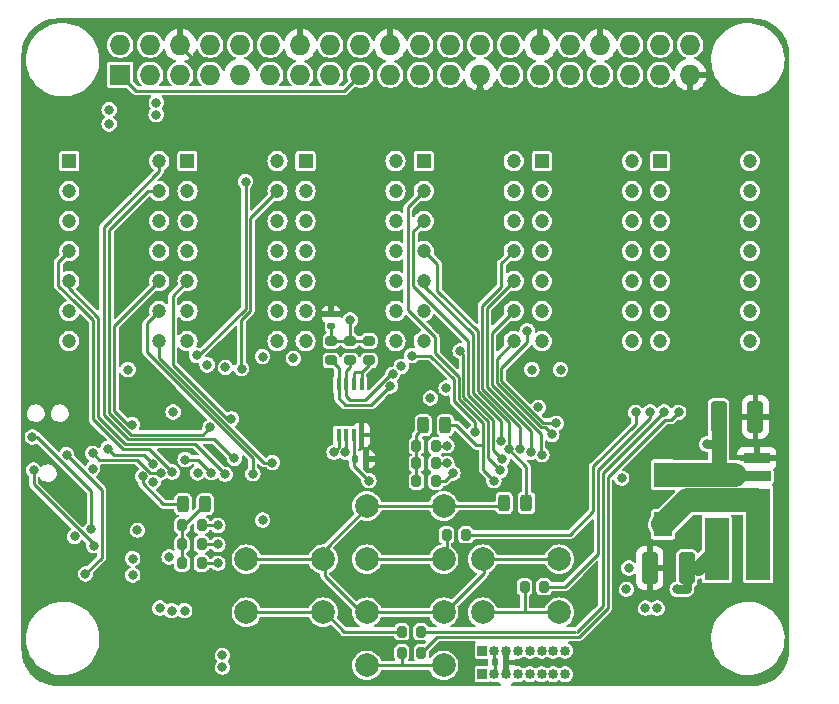
<source format=gbl>
%TF.GenerationSoftware,KiCad,Pcbnew,7.0.8*%
%TF.CreationDate,2023-10-15T14:34:45+03:00*%
%TF.ProjectId,ltp_kikad,6c74705f-6b69-46b6-9164-2e6b69636164,rev?*%
%TF.SameCoordinates,Original*%
%TF.FileFunction,Copper,L4,Bot*%
%TF.FilePolarity,Positive*%
%FSLAX46Y46*%
G04 Gerber Fmt 4.6, Leading zero omitted, Abs format (unit mm)*
G04 Created by KiCad (PCBNEW 7.0.8) date 2023-10-15 14:34:45*
%MOMM*%
%LPD*%
G01*
G04 APERTURE LIST*
G04 Aperture macros list*
%AMRoundRect*
0 Rectangle with rounded corners*
0 $1 Rounding radius*
0 $2 $3 $4 $5 $6 $7 $8 $9 X,Y pos of 4 corners*
0 Add a 4 corners polygon primitive as box body*
4,1,4,$2,$3,$4,$5,$6,$7,$8,$9,$2,$3,0*
0 Add four circle primitives for the rounded corners*
1,1,$1+$1,$2,$3*
1,1,$1+$1,$4,$5*
1,1,$1+$1,$6,$7*
1,1,$1+$1,$8,$9*
0 Add four rect primitives between the rounded corners*
20,1,$1+$1,$2,$3,$4,$5,0*
20,1,$1+$1,$4,$5,$6,$7,0*
20,1,$1+$1,$6,$7,$8,$9,0*
20,1,$1+$1,$8,$9,$2,$3,0*%
%AMFreePoly0*
4,1,9,5.362500,-0.866500,1.237500,-0.866500,1.237500,-0.450000,-1.237500,-0.450000,-1.237500,0.450000,1.237500,0.450000,1.237500,0.866500,5.362500,0.866500,5.362500,-0.866500,5.362500,-0.866500,$1*%
G04 Aperture macros list end*
%TA.AperFunction,ComponentPad*%
%ADD10R,1.200000X1.200000*%
%TD*%
%TA.AperFunction,ComponentPad*%
%ADD11C,1.200000*%
%TD*%
%TA.AperFunction,ComponentPad*%
%ADD12C,2.000000*%
%TD*%
%TA.AperFunction,ComponentPad*%
%ADD13R,0.850000X0.850000*%
%TD*%
%TA.AperFunction,ComponentPad*%
%ADD14O,0.850000X0.850000*%
%TD*%
%TA.AperFunction,ComponentPad*%
%ADD15R,1.727200X1.727200*%
%TD*%
%TA.AperFunction,ComponentPad*%
%ADD16O,1.727200X1.727200*%
%TD*%
%TA.AperFunction,SMDPad,CuDef*%
%ADD17R,2.300000X0.900000*%
%TD*%
%TA.AperFunction,SMDPad,CuDef*%
%ADD18FreePoly0,180.000000*%
%TD*%
%TA.AperFunction,SMDPad,CuDef*%
%ADD19RoundRect,0.243750X-0.243750X-0.456250X0.243750X-0.456250X0.243750X0.456250X-0.243750X0.456250X0*%
%TD*%
%TA.AperFunction,SMDPad,CuDef*%
%ADD20RoundRect,0.200000X0.275000X-0.200000X0.275000X0.200000X-0.275000X0.200000X-0.275000X-0.200000X0*%
%TD*%
%TA.AperFunction,SMDPad,CuDef*%
%ADD21RoundRect,0.250000X-0.412500X-1.100000X0.412500X-1.100000X0.412500X1.100000X-0.412500X1.100000X0*%
%TD*%
%TA.AperFunction,SMDPad,CuDef*%
%ADD22RoundRect,0.250000X0.412500X1.100000X-0.412500X1.100000X-0.412500X-1.100000X0.412500X-1.100000X0*%
%TD*%
%TA.AperFunction,SMDPad,CuDef*%
%ADD23RoundRect,0.200000X-0.200000X-0.275000X0.200000X-0.275000X0.200000X0.275000X-0.200000X0.275000X0*%
%TD*%
%TA.AperFunction,SMDPad,CuDef*%
%ADD24R,2.000000X5.300000*%
%TD*%
%TA.AperFunction,SMDPad,CuDef*%
%ADD25RoundRect,0.140000X0.170000X-0.140000X0.170000X0.140000X-0.170000X0.140000X-0.170000X-0.140000X0*%
%TD*%
%TA.AperFunction,SMDPad,CuDef*%
%ADD26RoundRect,0.140000X-0.140000X-0.170000X0.140000X-0.170000X0.140000X0.170000X-0.140000X0.170000X0*%
%TD*%
%TA.AperFunction,SMDPad,CuDef*%
%ADD27R,0.400000X1.100000*%
%TD*%
%TA.AperFunction,SMDPad,CuDef*%
%ADD28RoundRect,0.200000X-0.275000X0.200000X-0.275000X-0.200000X0.275000X-0.200000X0.275000X0.200000X0*%
%TD*%
%TA.AperFunction,SMDPad,CuDef*%
%ADD29R,1.550000X2.100000*%
%TD*%
%TA.AperFunction,SMDPad,CuDef*%
%ADD30RoundRect,0.243750X0.243750X0.456250X-0.243750X0.456250X-0.243750X-0.456250X0.243750X-0.456250X0*%
%TD*%
%TA.AperFunction,ViaPad*%
%ADD31C,0.800000*%
%TD*%
%TA.AperFunction,Conductor*%
%ADD32C,0.250000*%
%TD*%
%TA.AperFunction,Conductor*%
%ADD33C,0.800000*%
%TD*%
%TA.AperFunction,Conductor*%
%ADD34C,1.300000*%
%TD*%
%TA.AperFunction,Conductor*%
%ADD35C,2.000000*%
%TD*%
G04 APERTURE END LIST*
D10*
%TO.P,DS6,1,ANODE_COLUMN_2*%
%TO.N,2_an3*%
X173017000Y-65150000D03*
D11*
%TO.P,DS6,2,CATHODE_ROW_1*%
%TO.N,2_ca0*%
X173017000Y-67690000D03*
%TO.P,DS6,3,CATHODE_ROW_3*%
%TO.N,2_ca2*%
X173017000Y-70230000D03*
%TO.P,DS6,4,CATHODE_ROW_4*%
%TO.N,2_ca3*%
X173017000Y-72770000D03*
%TO.P,DS6,5,ANODE_COLUMN_1*%
%TO.N,2_an4*%
X173017000Y-75310000D03*
%TO.P,DS6,6,NO_PIN*%
%TO.N,unconnected-(DS6-NO_PIN-Pad6)*%
X173017000Y-77850000D03*
%TO.P,DS6,7,ANODE_DECIMAL_POINT*%
%TO.N,unconnected-(DS6-ANODE_DECIMAL_POINT-Pad7)*%
X173017000Y-80390000D03*
%TO.P,DS6,8,ANODE_COLUMN_3*%
%TO.N,2_an2*%
X180637000Y-80390000D03*
%TO.P,DS6,9,CATHODE_ROW_7*%
%TO.N,2_ca6*%
X180637000Y-77850000D03*
%TO.P,DS6,10,CATHODE_ROW_6*%
%TO.N,2_ca5*%
X180637000Y-75310000D03*
%TO.P,DS6,11,CATHODE__ROW_5*%
%TO.N,2_ca4*%
X180637000Y-72770000D03*
%TO.P,DS6,12,CAATHODE_ROW_2*%
%TO.N,2_ca1*%
X180637000Y-70230000D03*
%TO.P,DS6,13,ANODE_COLUMN_5*%
%TO.N,2_an0*%
X180637000Y-67690000D03*
%TO.P,DS6,14,ANODE_COLUMN_4*%
%TO.N,2_an1*%
X180637000Y-65150000D03*
%TD*%
D10*
%TO.P,DS3,1,ANODE_COLUMN_2*%
%TO.N,an3*%
X143017000Y-65149600D03*
D11*
%TO.P,DS3,2,CATHODE_ROW_1*%
%TO.N,ca0*%
X143017000Y-67689600D03*
%TO.P,DS3,3,CATHODE_ROW_3*%
%TO.N,ca2*%
X143017000Y-70229600D03*
%TO.P,DS3,4,CATHODE_ROW_4*%
%TO.N,ca3*%
X143017000Y-72769600D03*
%TO.P,DS3,5,ANODE_COLUMN_1*%
%TO.N,an4*%
X143017000Y-75309600D03*
%TO.P,DS3,6,NO_PIN*%
%TO.N,unconnected-(DS3-NO_PIN-Pad6)*%
X143017000Y-77849600D03*
%TO.P,DS3,7,ANODE_DECIMAL_POINT*%
%TO.N,an15*%
X143017000Y-80389600D03*
%TO.P,DS3,8,ANODE_COLUMN_3*%
%TO.N,an2*%
X150637000Y-80389600D03*
%TO.P,DS3,9,CATHODE_ROW_7*%
%TO.N,ca6*%
X150637000Y-77849600D03*
%TO.P,DS3,10,CATHODE_ROW_6*%
%TO.N,ca5*%
X150637000Y-75309600D03*
%TO.P,DS3,11,CATHODE__ROW_5*%
%TO.N,ca4*%
X150637000Y-72769600D03*
%TO.P,DS3,12,CAATHODE_ROW_2*%
%TO.N,ca1*%
X150637000Y-70229600D03*
%TO.P,DS3,13,ANODE_COLUMN_5*%
%TO.N,an0*%
X150637000Y-67689600D03*
%TO.P,DS3,14,ANODE_COLUMN_4*%
%TO.N,an1*%
X150637000Y-65149600D03*
%TD*%
D12*
%TO.P,SW4,1,1*%
%TO.N,sw_ks2*%
X158012000Y-98850000D03*
X164512000Y-98850000D03*
%TO.P,SW4,2,2*%
%TO.N,Net-(R6-Pad1)*%
X158012000Y-103350000D03*
X164512000Y-103350000D03*
%TD*%
D13*
%TO.P,J5,1,Pin_1*%
%TO.N,SDA*%
X158000000Y-106600000D03*
D14*
%TO.P,J5,2,Pin_2*%
%TO.N,+3V3*%
X159000000Y-106600000D03*
%TO.P,J5,3,Pin_3*%
%TO.N,GND*%
X160000000Y-106600000D03*
%TO.P,J5,4,Pin_4*%
%TO.N,JNRST*%
X161000000Y-106600000D03*
%TO.P,J5,5,Pin_5*%
%TO.N,Net-(J5-Pin_5)*%
X162000000Y-106600000D03*
%TO.P,J5,6,Pin_6*%
%TO.N,Net-(J5-Pin_6)*%
X163000000Y-106600000D03*
%TO.P,J5,7,Pin_7*%
%TO.N,JTMS*%
X164000000Y-106600000D03*
%TO.P,J5,8,Pin_8*%
%TO.N,JTCK*%
X165000000Y-106600000D03*
%TD*%
D10*
%TO.P,DS5,1,ANODE_COLUMN_2*%
%TO.N,2_an8*%
X163017000Y-65150000D03*
D11*
%TO.P,DS5,2,CATHODE_ROW_1*%
%TO.N,2_ca0*%
X163017000Y-67690000D03*
%TO.P,DS5,3,CATHODE_ROW_3*%
%TO.N,2_ca2*%
X163017000Y-70230000D03*
%TO.P,DS5,4,CATHODE_ROW_4*%
%TO.N,2_ca3*%
X163017000Y-72770000D03*
%TO.P,DS5,5,ANODE_COLUMN_1*%
%TO.N,2_an9*%
X163017000Y-75310000D03*
%TO.P,DS5,6,NO_PIN*%
%TO.N,unconnected-(DS5-NO_PIN-Pad6)*%
X163017000Y-77850000D03*
%TO.P,DS5,7,ANODE_DECIMAL_POINT*%
%TO.N,unconnected-(DS5-ANODE_DECIMAL_POINT-Pad7)*%
X163017000Y-80390000D03*
%TO.P,DS5,8,ANODE_COLUMN_3*%
%TO.N,2_an7*%
X170637000Y-80390000D03*
%TO.P,DS5,9,CATHODE_ROW_7*%
%TO.N,2_ca6*%
X170637000Y-77850000D03*
%TO.P,DS5,10,CATHODE_ROW_6*%
%TO.N,2_ca5*%
X170637000Y-75310000D03*
%TO.P,DS5,11,CATHODE__ROW_5*%
%TO.N,2_ca4*%
X170637000Y-72770000D03*
%TO.P,DS5,12,CAATHODE_ROW_2*%
%TO.N,2_ca1*%
X170637000Y-70230000D03*
%TO.P,DS5,13,ANODE_COLUMN_5*%
%TO.N,2_an5*%
X170637000Y-67690000D03*
%TO.P,DS5,14,ANODE_COLUMN_4*%
%TO.N,2_an6*%
X170637000Y-65150000D03*
%TD*%
D10*
%TO.P,DS2,1,ANODE_COLUMN_2*%
%TO.N,an8*%
X133017000Y-65150000D03*
D11*
%TO.P,DS2,2,CATHODE_ROW_1*%
%TO.N,ca0*%
X133017000Y-67690000D03*
%TO.P,DS2,3,CATHODE_ROW_3*%
%TO.N,ca2*%
X133017000Y-70230000D03*
%TO.P,DS2,4,CATHODE_ROW_4*%
%TO.N,ca3*%
X133017000Y-72770000D03*
%TO.P,DS2,5,ANODE_COLUMN_1*%
%TO.N,an9*%
X133017000Y-75310000D03*
%TO.P,DS2,6,NO_PIN*%
%TO.N,unconnected-(DS2-NO_PIN-Pad6)*%
X133017000Y-77850000D03*
%TO.P,DS2,7,ANODE_DECIMAL_POINT*%
%TO.N,unconnected-(DS2-ANODE_DECIMAL_POINT-Pad7)*%
X133017000Y-80390000D03*
%TO.P,DS2,8,ANODE_COLUMN_3*%
%TO.N,an7*%
X140637000Y-80390000D03*
%TO.P,DS2,9,CATHODE_ROW_7*%
%TO.N,ca6*%
X140637000Y-77850000D03*
%TO.P,DS2,10,CATHODE_ROW_6*%
%TO.N,ca5*%
X140637000Y-75310000D03*
%TO.P,DS2,11,CATHODE__ROW_5*%
%TO.N,ca4*%
X140637000Y-72770000D03*
%TO.P,DS2,12,CAATHODE_ROW_2*%
%TO.N,ca1*%
X140637000Y-70230000D03*
%TO.P,DS2,13,ANODE_COLUMN_5*%
%TO.N,an5*%
X140637000Y-67690000D03*
%TO.P,DS2,14,ANODE_COLUMN_4*%
%TO.N,an6*%
X140637000Y-65150000D03*
%TD*%
D10*
%TO.P,DS1,1,ANODE_COLUMN_2*%
%TO.N,an13*%
X123017000Y-65150000D03*
D11*
%TO.P,DS1,2,CATHODE_ROW_1*%
%TO.N,ca0*%
X123017000Y-67690000D03*
%TO.P,DS1,3,CATHODE_ROW_3*%
%TO.N,ca2*%
X123017000Y-70230000D03*
%TO.P,DS1,4,CATHODE_ROW_4*%
%TO.N,ca3*%
X123017000Y-72770000D03*
%TO.P,DS1,5,ANODE_COLUMN_1*%
%TO.N,an14*%
X123017000Y-75310000D03*
%TO.P,DS1,6,NO_PIN*%
%TO.N,unconnected-(DS1-NO_PIN-Pad6)*%
X123017000Y-77850000D03*
%TO.P,DS1,7,ANODE_DECIMAL_POINT*%
%TO.N,unconnected-(DS1-ANODE_DECIMAL_POINT-Pad7)*%
X123017000Y-80390000D03*
%TO.P,DS1,8,ANODE_COLUMN_3*%
%TO.N,an12*%
X130637000Y-80390000D03*
%TO.P,DS1,9,CATHODE_ROW_7*%
%TO.N,ca6*%
X130637000Y-77850000D03*
%TO.P,DS1,10,CATHODE_ROW_6*%
%TO.N,ca5*%
X130637000Y-75310000D03*
%TO.P,DS1,11,CATHODE__ROW_5*%
%TO.N,ca4*%
X130637000Y-72770000D03*
%TO.P,DS1,12,CAATHODE_ROW_2*%
%TO.N,ca1*%
X130637000Y-70230000D03*
%TO.P,DS1,13,ANODE_COLUMN_5*%
%TO.N,an10*%
X130637000Y-67690000D03*
%TO.P,DS1,14,ANODE_COLUMN_4*%
%TO.N,an11*%
X130637000Y-65150000D03*
%TD*%
D12*
%TO.P,SW1,1,1*%
%TO.N,sw_ks2*%
X148212000Y-94350000D03*
X154712000Y-94350000D03*
%TO.P,SW1,2,2*%
%TO.N,Net-(R8-Pad1)*%
X148212000Y-98850000D03*
X154712000Y-98850000D03*
%TD*%
%TO.P,SW2,1,1*%
%TO.N,sw_ks2*%
X138012000Y-98850000D03*
X144512000Y-98850000D03*
%TO.P,SW2,2,2*%
%TO.N,Net-(R9-Pad1)*%
X138012000Y-103350000D03*
X144512000Y-103350000D03*
%TD*%
D15*
%TO.P,J2,1,3.3V*%
%TO.N,+3V3*%
X127330000Y-57840000D03*
D16*
%TO.P,J2,2,5V*%
%TO.N,unconnected-(J2-5V-Pad2)*%
X127330000Y-55300000D03*
%TO.P,J2,3,BCM2_SDA*%
%TO.N,SDA*%
X129870000Y-57840000D03*
%TO.P,J2,4,5V*%
%TO.N,unconnected-(J2-5V-Pad4)*%
X129870000Y-55300000D03*
%TO.P,J2,5,BCM3_SCL*%
%TO.N,JTCK*%
X132410000Y-57840000D03*
%TO.P,J2,6,GND*%
%TO.N,GND*%
X132410000Y-55300000D03*
%TO.P,J2,7,BCM4_GPCLK0*%
%TO.N,unconnected-(J2-BCM4_GPCLK0-Pad7)*%
X134950000Y-57840000D03*
%TO.P,J2,8,BCM14_TXD*%
%TO.N,unconnected-(J2-BCM14_TXD-Pad8)*%
X134950000Y-55300000D03*
%TO.P,J2,9,GND*%
%TO.N,GND*%
X137490000Y-57840000D03*
%TO.P,J2,10,BCM15_RXD*%
%TO.N,unconnected-(J2-BCM15_RXD-Pad10)*%
X137490000Y-55300000D03*
%TO.P,J2,11,BCM17*%
%TO.N,unconnected-(J2-BCM17-Pad11)*%
X140030000Y-57840000D03*
%TO.P,J2,12,BCM18_PCM_C*%
%TO.N,unconnected-(J2-BCM18_PCM_C-Pad12)*%
X140030000Y-55300000D03*
%TO.P,J2,13,BCM27*%
%TO.N,unconnected-(J2-BCM27-Pad13)*%
X142570000Y-57840000D03*
%TO.P,J2,14,GND*%
%TO.N,GND*%
X142570000Y-55300000D03*
%TO.P,J2,15,BCM22*%
%TO.N,unconnected-(J2-BCM22-Pad15)*%
X145110000Y-57840000D03*
%TO.P,J2,16,BCM23*%
%TO.N,unconnected-(J2-BCM23-Pad16)*%
X145110000Y-55300000D03*
%TO.P,J2,17,3.3V*%
%TO.N,+3V3*%
X147650000Y-57840000D03*
%TO.P,J2,18,BCM24*%
%TO.N,unconnected-(J2-BCM24-Pad18)*%
X147650000Y-55300000D03*
%TO.P,J2,19,BCM10_MOSI*%
%TO.N,unconnected-(J2-BCM10_MOSI-Pad19)*%
X150190000Y-57840000D03*
%TO.P,J2,20,GND*%
%TO.N,GND*%
X150190000Y-55300000D03*
%TO.P,J2,21,BCM9_MISO*%
%TO.N,unconnected-(J2-BCM9_MISO-Pad21)*%
X152730000Y-57840000D03*
%TO.P,J2,22,BCM25*%
%TO.N,unconnected-(J2-BCM25-Pad22)*%
X152730000Y-55300000D03*
%TO.P,J2,23,BCM11_SCLK*%
%TO.N,unconnected-(J2-BCM11_SCLK-Pad23)*%
X155270000Y-57840000D03*
%TO.P,J2,24,BCM8_CE0*%
%TO.N,unconnected-(J2-BCM8_CE0-Pad24)*%
X155270000Y-55300000D03*
%TO.P,J2,25,GND*%
%TO.N,GND*%
X157810000Y-57840000D03*
%TO.P,J2,26,BCM7_CE1*%
%TO.N,unconnected-(J2-BCM7_CE1-Pad26)*%
X157810000Y-55300000D03*
%TO.P,J2,27,BCM0_ID_SD*%
%TO.N,unconnected-(J2-BCM0_ID_SD-Pad27)*%
X160350000Y-57840000D03*
%TO.P,J2,28,BCM1_ID_SC*%
%TO.N,unconnected-(J2-BCM1_ID_SC-Pad28)*%
X160350000Y-55300000D03*
%TO.P,J2,29,BCM5*%
%TO.N,unconnected-(J2-BCM5-Pad29)*%
X162890000Y-57840000D03*
%TO.P,J2,30,GND*%
%TO.N,GND*%
X162890000Y-55300000D03*
%TO.P,J2,31,BCM6*%
%TO.N,unconnected-(J2-BCM6-Pad31)*%
X165430000Y-57840000D03*
%TO.P,J2,32,BCM12_PWM0*%
%TO.N,unconnected-(J2-BCM12_PWM0-Pad32)*%
X165430000Y-55300000D03*
%TO.P,J2,33,BCM13_PWM1*%
%TO.N,unconnected-(J2-BCM13_PWM1-Pad33)*%
X167970000Y-57840000D03*
%TO.P,J2,34,GND*%
%TO.N,GND*%
X167970000Y-55300000D03*
%TO.P,J2,35,BCM19_MISO_PCM_FS*%
%TO.N,unconnected-(J2-BCM19_MISO_PCM_FS-Pad35)*%
X170510000Y-57840000D03*
%TO.P,J2,36,BCM16*%
%TO.N,unconnected-(J2-BCM16-Pad36)*%
X170510000Y-55300000D03*
%TO.P,J2,37,BCM26*%
%TO.N,unconnected-(J2-BCM26-Pad37)*%
X173050000Y-57840000D03*
%TO.P,J2,38,BCM20_MOSI_PCM_DI*%
%TO.N,unconnected-(J2-BCM20_MOSI_PCM_DI-Pad38)*%
X173050000Y-55300000D03*
%TO.P,J2,39,GND*%
%TO.N,GND*%
X175590000Y-57840000D03*
%TO.P,J2,40,BCM21_SCLK_PCM_DO*%
%TO.N,unconnected-(J2-BCM21_SCLK_PCM_DO-Pad40)*%
X175590000Y-55300000D03*
%TD*%
D13*
%TO.P,J6,1,Pin_1*%
%TO.N,unconnected-(J6-Pin_1-Pad1)*%
X158000000Y-108600000D03*
D14*
%TO.P,J6,2,Pin_2*%
%TO.N,+3V3*%
X159000000Y-108600000D03*
%TO.P,J6,3,Pin_3*%
%TO.N,GND*%
X160000000Y-108600000D03*
%TO.P,J6,4,Pin_4*%
%TO.N,unconnected-(J6-Pin_4-Pad4)*%
X161000000Y-108600000D03*
%TO.P,J6,5,Pin_5*%
%TO.N,unconnected-(J6-Pin_5-Pad5)*%
X162000000Y-108600000D03*
%TO.P,J6,6,Pin_6*%
%TO.N,unconnected-(J6-Pin_6-Pad6)*%
X163000000Y-108600000D03*
%TO.P,J6,7,Pin_7*%
%TO.N,unconnected-(J6-Pin_7-Pad7)*%
X164000000Y-108600000D03*
%TO.P,J6,8,Pin_8*%
%TO.N,unconnected-(J6-Pin_8-Pad8)*%
X165000000Y-108600000D03*
%TD*%
D10*
%TO.P,DS4,1,ANODE_COLUMN_2*%
%TO.N,2_an13*%
X153017000Y-65149600D03*
D11*
%TO.P,DS4,2,CATHODE_ROW_1*%
%TO.N,2_ca0*%
X153017000Y-67689600D03*
%TO.P,DS4,3,CATHODE_ROW_3*%
%TO.N,2_ca2*%
X153017000Y-70229600D03*
%TO.P,DS4,4,CATHODE_ROW_4*%
%TO.N,2_ca3*%
X153017000Y-72769600D03*
%TO.P,DS4,5,ANODE_COLUMN_1*%
%TO.N,2_an14*%
X153017000Y-75309600D03*
%TO.P,DS4,6,NO_PIN*%
%TO.N,unconnected-(DS4-NO_PIN-Pad6)*%
X153017000Y-77849600D03*
%TO.P,DS4,7,ANODE_DECIMAL_POINT*%
%TO.N,2_an15*%
X153017000Y-80389600D03*
%TO.P,DS4,8,ANODE_COLUMN_3*%
%TO.N,2_an12*%
X160637000Y-80389600D03*
%TO.P,DS4,9,CATHODE_ROW_7*%
%TO.N,2_ca6*%
X160637000Y-77849600D03*
%TO.P,DS4,10,CATHODE_ROW_6*%
%TO.N,2_ca5*%
X160637000Y-75309600D03*
%TO.P,DS4,11,CATHODE__ROW_5*%
%TO.N,2_ca4*%
X160637000Y-72769600D03*
%TO.P,DS4,12,CAATHODE_ROW_2*%
%TO.N,2_ca1*%
X160637000Y-70229600D03*
%TO.P,DS4,13,ANODE_COLUMN_5*%
%TO.N,2_an10*%
X160637000Y-67689600D03*
%TO.P,DS4,14,ANODE_COLUMN_4*%
%TO.N,2_an11*%
X160637000Y-65149600D03*
%TD*%
D12*
%TO.P,SW3,1,1*%
%TO.N,sw_ks2*%
X148212000Y-103350000D03*
X154712000Y-103350000D03*
%TO.P,SW3,2,2*%
%TO.N,Net-(R7-Pad1)*%
X148212000Y-107850000D03*
X154712000Y-107850000D03*
%TD*%
D17*
%TO.P,IC3,1,VSS*%
%TO.N,GND*%
X181237000Y-90300000D03*
D18*
%TO.P,IC3,2,VOUT*%
%TO.N,+5V*%
X181149500Y-91800000D03*
D17*
%TO.P,IC3,3,LX*%
%TO.N,Net-(D5-A)*%
X181237000Y-93300000D03*
%TD*%
D19*
%TO.P,D1,1,K*%
%TO.N,Net-(D1-K)*%
X152987000Y-87500000D03*
%TO.P,D1,2,A*%
%TO.N,2_ca0*%
X154862000Y-87500000D03*
%TD*%
%TO.P,D2,1,K*%
%TO.N,sw_ks2*%
X159849500Y-94100000D03*
%TO.P,D2,2,A*%
%TO.N,2_ca3*%
X161724500Y-94100000D03*
%TD*%
D20*
%TO.P,R20,1*%
%TO.N,5vSDA*%
X145187000Y-82025000D03*
%TO.P,R20,2*%
%TO.N,+5V*%
X145187000Y-80375000D03*
%TD*%
D21*
%TO.P,C14,1*%
%TO.N,GND*%
X172162000Y-99600000D03*
%TO.P,C14,2*%
%TO.N,+3V3*%
X175287000Y-99600000D03*
%TD*%
D22*
%TO.P,C13,1*%
%TO.N,GND*%
X181112000Y-86800000D03*
%TO.P,C13,2*%
%TO.N,+5V*%
X177987000Y-86800000D03*
%TD*%
D23*
%TO.P,R13,1*%
%TO.N,Net-(D4-K)*%
X132562000Y-99200000D03*
%TO.P,R13,2*%
%TO.N,an0*%
X134212000Y-99200000D03*
%TD*%
D24*
%TO.P,L1,1,1*%
%TO.N,+3V3*%
X177837000Y-98000000D03*
%TO.P,L1,2,2*%
%TO.N,Net-(D5-A)*%
X181337000Y-98000000D03*
%TD*%
D23*
%TO.P,R12,1*%
%TO.N,Net-(D1-K)*%
X152412000Y-92250000D03*
%TO.P,R12,2*%
%TO.N,2_an0*%
X154062000Y-92250000D03*
%TD*%
D20*
%TO.P,R19,1*%
%TO.N,5vSCL*%
X146787000Y-82025000D03*
%TO.P,R19,2*%
%TO.N,+5V*%
X146787000Y-80375000D03*
%TD*%
D23*
%TO.P,R14,1*%
%TO.N,Net-(D4-K)*%
X132562000Y-97600000D03*
%TO.P,R14,2*%
%TO.N,an1*%
X134212000Y-97600000D03*
%TD*%
D25*
%TO.P,C16,1*%
%TO.N,+5V*%
X145187000Y-79080000D03*
%TO.P,C16,2*%
%TO.N,GND*%
X145187000Y-78120000D03*
%TD*%
D26*
%TO.P,C15,1*%
%TO.N,+3V3*%
X147187000Y-90400000D03*
%TO.P,C15,2*%
%TO.N,GND*%
X148147000Y-90400000D03*
%TD*%
D27*
%TO.P,U2,1,GND*%
%TO.N,GND*%
X147762000Y-88350000D03*
%TO.P,U2,2,VREF1*%
%TO.N,+3V3*%
X147112000Y-88350000D03*
%TO.P,U2,3,SCL1*%
%TO.N,JTCK*%
X146462000Y-88350000D03*
%TO.P,U2,4,SDA1*%
%TO.N,SDA*%
X145812000Y-88350000D03*
%TO.P,U2,5,SDA2*%
%TO.N,5vSDA*%
X145812000Y-84050000D03*
%TO.P,U2,6,SCL2*%
%TO.N,5vSCL*%
X146462000Y-84050000D03*
%TO.P,U2,7,VREF2*%
%TO.N,Net-(U2-EN)*%
X147112000Y-84050000D03*
%TO.P,U2,8,EN*%
X147762000Y-84050000D03*
%TD*%
D23*
%TO.P,R9,1*%
%TO.N,Net-(R9-Pad1)*%
X151155000Y-105000000D03*
%TO.P,R9,2*%
%TO.N,2_an9*%
X152805000Y-105000000D03*
%TD*%
D28*
%TO.P,R18,1*%
%TO.N,+5V*%
X148387000Y-80375000D03*
%TO.P,R18,2*%
%TO.N,Net-(U2-EN)*%
X148387000Y-82025000D03*
%TD*%
D23*
%TO.P,R15,1*%
%TO.N,Net-(D4-K)*%
X132562000Y-96000000D03*
%TO.P,R15,2*%
%TO.N,an2*%
X134212000Y-96000000D03*
%TD*%
D29*
%TO.P,D5,1,K*%
%TO.N,+5V*%
X173287000Y-91700000D03*
%TO.P,D5,2,A*%
%TO.N,Net-(D5-A)*%
X173287000Y-95900000D03*
%TD*%
D23*
%TO.P,R11,1*%
%TO.N,Net-(D1-K)*%
X152412000Y-90750000D03*
%TO.P,R11,2*%
%TO.N,2_an1*%
X154062000Y-90750000D03*
%TD*%
%TO.P,R7,1*%
%TO.N,Net-(R7-Pad1)*%
X151162000Y-106800000D03*
%TO.P,R7,2*%
%TO.N,2_an10*%
X152812000Y-106800000D03*
%TD*%
D26*
%TO.P,C12,1*%
%TO.N,+3V3*%
X159027000Y-107600000D03*
%TO.P,C12,2*%
%TO.N,GND*%
X159987000Y-107600000D03*
%TD*%
D23*
%TO.P,R2,1*%
%TO.N,Net-(D1-K)*%
X152412000Y-89250000D03*
%TO.P,R2,2*%
%TO.N,2_an2*%
X154062000Y-89250000D03*
%TD*%
%TO.P,R8,1*%
%TO.N,Net-(R8-Pad1)*%
X154962000Y-96800000D03*
%TO.P,R8,2*%
%TO.N,2_an7*%
X156612000Y-96800000D03*
%TD*%
D30*
%TO.P,D4,1,K*%
%TO.N,Net-(D4-K)*%
X134524500Y-94200000D03*
%TO.P,D4,2,A*%
%TO.N,ca0*%
X132649500Y-94200000D03*
%TD*%
D23*
%TO.P,R6,1*%
%TO.N,Net-(R6-Pad1)*%
X161562000Y-101200000D03*
%TO.P,R6,2*%
%TO.N,2_an8*%
X163212000Y-101200000D03*
%TD*%
D31*
%TO.N,an15*%
X139387000Y-95550500D03*
%TO.N,2_an13*%
X152029944Y-81610944D03*
X157383730Y-88100000D03*
%TO.N,2_ca0*%
X158965751Y-92194232D03*
%TO.N,2_ca2*%
X159693547Y-90411248D03*
%TO.N,2_ca3*%
X160212000Y-89544016D03*
%TO.N,2_an14*%
X159533230Y-88840020D03*
%TO.N,2_an15*%
X169787000Y-92000000D03*
%TO.N,2_an12*%
X163873499Y-88298297D03*
%TO.N,2_ca6*%
X163032475Y-90008233D03*
%TO.N,2_ca5*%
X162103770Y-89808207D03*
%TO.N,2_ca4*%
X161210704Y-89484266D03*
%TO.N,2_ca1*%
X156112500Y-81225500D03*
X159492559Y-91339745D03*
%TO.N,2_an10*%
X174610056Y-86423056D03*
%TO.N,2_an11*%
X164237000Y-87350000D03*
X161787000Y-79515000D03*
%TO.N,2_an8*%
X172187000Y-86400000D03*
%TO.N,2_an9*%
X173387000Y-86400000D03*
%TO.N,2_an7*%
X170958900Y-86428100D03*
%TO.N,2_an2*%
X164608900Y-82800000D03*
X154987000Y-89250000D03*
%TO.N,2_an0*%
X155484632Y-91558652D03*
X162187000Y-82800000D03*
%TO.N,2_an1*%
X154987000Y-90750000D03*
X162737000Y-85996112D03*
%TO.N,GND*%
X131451034Y-90135966D03*
X175587000Y-53600000D03*
X178187000Y-62000000D03*
X132387000Y-53500000D03*
X167000000Y-72700000D03*
X139387000Y-86500000D03*
X175587000Y-60400000D03*
X158287000Y-95800000D03*
X119500000Y-100200000D03*
X174500000Y-66400000D03*
X128000000Y-67650000D03*
X154487000Y-79400000D03*
X138760056Y-78773056D03*
X147500000Y-71600000D03*
X149387000Y-87600000D03*
X164387000Y-73000000D03*
X134500000Y-77800000D03*
X166787000Y-108400000D03*
X141987000Y-86500000D03*
X134500000Y-62000000D03*
X134500000Y-70500000D03*
X183287000Y-64500000D03*
X166787000Y-102800000D03*
X151787000Y-62000000D03*
X155300000Y-75200000D03*
X155300000Y-62000000D03*
X134500000Y-72500000D03*
X123987000Y-93600000D03*
X126500000Y-108000000D03*
X127787000Y-86200000D03*
X155300000Y-64800000D03*
X166787000Y-97400000D03*
X123887000Y-99000000D03*
X174500000Y-80325000D03*
X167000000Y-80375000D03*
X119500000Y-71200000D03*
X147500000Y-68700000D03*
X167987000Y-53600000D03*
X178000000Y-77800000D03*
X171987000Y-62000000D03*
X151587000Y-96200000D03*
X162987000Y-53600000D03*
X133587000Y-56600000D03*
X119500000Y-94400000D03*
X156987000Y-90800000D03*
X172987000Y-88800000D03*
X158187000Y-67400000D03*
X174500000Y-75350000D03*
X138000000Y-62000000D03*
X128000000Y-73200000D03*
X178000000Y-75400000D03*
X158000000Y-73121047D03*
X167000000Y-70275000D03*
X147500000Y-76200000D03*
X135787000Y-104000000D03*
X165887000Y-86600000D03*
X119500000Y-60900000D03*
X157787000Y-59200000D03*
X155300000Y-67200000D03*
X183387000Y-82300000D03*
X128387000Y-64400000D03*
X144787000Y-91900000D03*
X119500000Y-83000000D03*
X176000000Y-108000000D03*
X128000000Y-76500000D03*
X134500000Y-75750000D03*
X166987000Y-77800000D03*
X142200000Y-108000000D03*
X168787000Y-65400000D03*
X137587000Y-60600000D03*
X174500000Y-72600000D03*
X142587000Y-53600000D03*
X150187000Y-53600000D03*
X158000000Y-76000000D03*
X168587000Y-88600000D03*
X155300000Y-70600000D03*
X167000000Y-67700000D03*
%TO.N,SDA*%
X130387000Y-60200000D03*
X123460056Y-96926944D03*
X145437497Y-89800000D03*
X131687000Y-103200000D03*
X171800000Y-103000000D03*
%TO.N,ca0*%
X129225471Y-91841988D03*
%TO.N,ca1*%
X130105037Y-92295356D03*
X151114297Y-82525500D03*
%TO.N,ca2*%
X124987000Y-89887153D03*
X130756553Y-91537378D03*
%TO.N,ca3*%
X131742790Y-91485857D03*
%TO.N,ca4*%
X133876150Y-91548850D03*
%TO.N,ca5*%
X132827456Y-90424751D03*
X135040699Y-91526899D03*
X128333094Y-87453906D03*
%TO.N,ca6*%
X138557000Y-91620500D03*
%TO.N,an13*%
X126274611Y-89487153D03*
X130095031Y-90792693D03*
%TO.N,an14*%
X136219177Y-91661051D03*
%TO.N,an12*%
X140221566Y-90670500D03*
%TO.N,an10*%
X134937000Y-87700500D03*
%TO.N,an11*%
X136992253Y-90311953D03*
%TO.N,an9*%
X136749482Y-86974280D03*
%TO.N,an8*%
X141987000Y-81850000D03*
%TO.N,an6*%
X139387000Y-81700000D03*
%TO.N,an5*%
X137603400Y-82724500D03*
%TO.N,an4*%
X136239215Y-82610621D03*
%TO.N,an3*%
X134687000Y-82400000D03*
%TO.N,an2*%
X135587000Y-96000000D03*
%TO.N,an1*%
X135587000Y-97600000D03*
X137946584Y-66886528D03*
X133787000Y-81600000D03*
%TO.N,an0*%
X131798900Y-86400000D03*
X135587000Y-99200000D03*
%TO.N,+3V3*%
X135987000Y-108000000D03*
X148387000Y-92200000D03*
X131464194Y-98676694D03*
X174487000Y-101400000D03*
X130687000Y-103000000D03*
X170387000Y-99600000D03*
X126387000Y-62000000D03*
X175287000Y-101400000D03*
X126387000Y-60800000D03*
X124987000Y-91200000D03*
X135987000Y-107000000D03*
X170187000Y-101400000D03*
%TO.N,JTCK*%
X132787000Y-103200000D03*
X130374701Y-61212299D03*
X124887000Y-96295500D03*
X146387000Y-89800000D03*
X119887000Y-88500000D03*
X172800000Y-103000000D03*
X128787000Y-96400000D03*
%TO.N,JTMS*%
X125087000Y-97700000D03*
X119987000Y-91300000D03*
%TO.N,JNRST*%
X124387000Y-100100000D03*
X122787000Y-90000000D03*
%TO.N,Net-(J5-Pin_5)*%
X128387000Y-100200000D03*
%TO.N,Net-(J5-Pin_6)*%
X128387000Y-98800000D03*
%TO.N,+5V*%
X153587000Y-85200000D03*
X154912500Y-84362970D03*
X146787000Y-78600000D03*
X176987000Y-89100000D03*
X127987000Y-82800000D03*
X177987000Y-89100000D03*
%TO.N,5vSCL*%
X150387000Y-83200000D03*
%TO.N,5vSDA*%
X150187000Y-84200000D03*
%TD*%
D32*
%TO.N,2_an13*%
X153597944Y-81610944D02*
X155587000Y-83600000D01*
X157383730Y-87253589D02*
X157383730Y-88100000D01*
X155587000Y-85456859D02*
X157383730Y-87253589D01*
X155587000Y-83600000D02*
X155587000Y-85456859D01*
X152029944Y-81610944D02*
X153597944Y-81610944D01*
%TO.N,2_ca0*%
X151687000Y-77757037D02*
X151687000Y-69073500D01*
X155987000Y-85291173D02*
X155987000Y-83434314D01*
X158965751Y-92194232D02*
X158058230Y-91286711D01*
X158058230Y-87362403D02*
X155987000Y-85291173D01*
X158058230Y-91286711D02*
X158058230Y-89200000D01*
X153987000Y-81434314D02*
X153987000Y-80057037D01*
X155987000Y-83434314D02*
X153987000Y-81434314D01*
X151687000Y-69073500D02*
X153071900Y-67688600D01*
X157487000Y-89200000D02*
X155787000Y-87500000D01*
X153987000Y-80057037D02*
X151687000Y-77757037D01*
X158058230Y-89200000D02*
X157487000Y-89200000D01*
X155787000Y-87500000D02*
X154862000Y-87500000D01*
X158058230Y-89200000D02*
X158058230Y-87362403D01*
%TO.N,2_ca2*%
X155987000Y-79600000D02*
X155987000Y-79582163D01*
X152142000Y-71104600D02*
X153017000Y-70229600D01*
X158858230Y-87031031D02*
X158858230Y-89575931D01*
X155987000Y-79582163D02*
X152142000Y-75737163D01*
X156787000Y-80400000D02*
X156787000Y-84959801D01*
X156787000Y-84959801D02*
X158858230Y-87031031D01*
X152142000Y-75737163D02*
X152142000Y-71104600D01*
X155987000Y-79600000D02*
X156787000Y-80400000D01*
X158858230Y-89575931D02*
X159693547Y-90411248D01*
%TO.N,2_ca3*%
X161724500Y-91056516D02*
X160212000Y-89544016D01*
X157587000Y-79563604D02*
X157587000Y-84628430D01*
X154187000Y-73883700D02*
X154187000Y-76163604D01*
X161724500Y-93900000D02*
X161724500Y-91056516D01*
X160212000Y-87253429D02*
X160212000Y-89544016D01*
X154187000Y-76163604D02*
X157587000Y-79563604D01*
X157587000Y-84628430D02*
X160212000Y-87253429D01*
X153071900Y-72768600D02*
X154187000Y-73883700D01*
%TO.N,2_an14*%
X153071900Y-75308600D02*
X153071900Y-75684900D01*
X159533230Y-87140345D02*
X159533230Y-88840020D01*
X157187000Y-79800000D02*
X157187000Y-84794116D01*
X157187000Y-84794116D02*
X159533230Y-87140345D01*
X153071900Y-75684900D02*
X157187000Y-79800000D01*
%TO.N,2_an12*%
X159187000Y-81893500D02*
X160691900Y-80388600D01*
X162921314Y-87700000D02*
X159187000Y-83965686D01*
X159187000Y-83965686D02*
X159187000Y-81893500D01*
X163275202Y-87700000D02*
X162921314Y-87700000D01*
X163873499Y-88298297D02*
X163275202Y-87700000D01*
%TO.N,2_ca6*%
X160637000Y-77849600D02*
X158787000Y-79699600D01*
X162922626Y-89898384D02*
X163032475Y-90008233D01*
X158787000Y-79699600D02*
X158787000Y-84131372D01*
X162922626Y-88266998D02*
X162922626Y-89898384D01*
X158787000Y-84131372D02*
X162922626Y-88266998D01*
%TO.N,2_ca5*%
X162103770Y-88013828D02*
X162103770Y-89808207D01*
X160637000Y-75309600D02*
X158387000Y-77559600D01*
X158387000Y-77559600D02*
X158387000Y-84297058D01*
X158387000Y-84297058D02*
X162103770Y-88013828D01*
%TO.N,2_ca4*%
X157987000Y-84462744D02*
X161210704Y-87686447D01*
X160637000Y-72769600D02*
X159587000Y-73819600D01*
X161210704Y-87686447D02*
X161210704Y-89484266D01*
X157987000Y-77377104D02*
X157987000Y-84462744D01*
X159587000Y-73819600D02*
X159587000Y-75777104D01*
X159587000Y-75777104D02*
X157987000Y-77377104D01*
%TO.N,2_ca1*%
X156112500Y-81225500D02*
X156387000Y-81500000D01*
X158458230Y-90305416D02*
X159492559Y-91339745D01*
X156387000Y-81500000D02*
X156387000Y-85125487D01*
X158458230Y-87196717D02*
X158458230Y-90305416D01*
X156387000Y-85125487D02*
X158458230Y-87196717D01*
%TO.N,2_an10*%
X168587000Y-103000000D02*
X166149495Y-105437505D01*
X173958112Y-87075000D02*
X173412000Y-87075000D01*
X154174495Y-105437505D02*
X152812000Y-106800000D01*
X168587000Y-91900000D02*
X168587000Y-103000000D01*
X173412000Y-87075000D02*
X168587000Y-91900000D01*
X174610056Y-86423056D02*
X173958112Y-87075000D01*
X166149495Y-105437505D02*
X154174495Y-105437505D01*
%TO.N,2_an11*%
X164237000Y-87350000D02*
X164187000Y-87300000D01*
X161787000Y-80500000D02*
X161787000Y-79515000D01*
X159587000Y-83800000D02*
X159587000Y-82700000D01*
X159587000Y-82700000D02*
X161787000Y-80500000D01*
X163087000Y-87300000D02*
X159587000Y-83800000D01*
X164187000Y-87300000D02*
X163087000Y-87300000D01*
%TO.N,2_an8*%
X167787000Y-98375000D02*
X164962000Y-101200000D01*
X167787000Y-91300000D02*
X167787000Y-98375000D01*
X172187000Y-86400000D02*
X172187000Y-86900000D01*
X164962000Y-101200000D02*
X163212000Y-101200000D01*
X172187000Y-86900000D02*
X167787000Y-91300000D01*
%TO.N,2_an9*%
X168187000Y-91600000D02*
X173387000Y-86400000D01*
X168187000Y-102834314D02*
X168187000Y-91600000D01*
X167587000Y-103400000D02*
X167621314Y-103400000D01*
X165987000Y-105000000D02*
X167587000Y-103400000D01*
X167621314Y-103400000D02*
X168187000Y-102834314D01*
X152805000Y-105000000D02*
X165862000Y-105000000D01*
%TO.N,2_an7*%
X167387000Y-94800000D02*
X165387000Y-96800000D01*
X170958900Y-87428100D02*
X167387000Y-91000000D01*
X165387000Y-96800000D02*
X156612000Y-96800000D01*
X170958900Y-86428100D02*
X170958900Y-87428100D01*
X167387000Y-91000000D02*
X167387000Y-94800000D01*
%TO.N,2_an2*%
X154987000Y-89250000D02*
X154062000Y-89250000D01*
%TO.N,2_an0*%
X154793284Y-92250000D02*
X154062000Y-92250000D01*
X155484632Y-91558652D02*
X154793284Y-92250000D01*
%TO.N,2_an1*%
X154987000Y-90750000D02*
X154062000Y-90750000D01*
%TO.N,GND*%
X159987000Y-108587000D02*
X160000000Y-108600000D01*
X160000000Y-107587000D02*
X159987000Y-107600000D01*
X132387000Y-55297000D02*
X132390000Y-55300000D01*
X160000000Y-106600000D02*
X160000000Y-107587000D01*
X132390000Y-55300000D02*
X132390000Y-55403000D01*
X132390000Y-55403000D02*
X133587000Y-56600000D01*
X132387000Y-53500000D02*
X132387000Y-55297000D01*
X159987000Y-107600000D02*
X159987000Y-108587000D01*
%TO.N,SDA*%
X145812000Y-89425497D02*
X145812000Y-88350000D01*
X145437497Y-89800000D02*
X145812000Y-89425497D01*
%TO.N,ca0*%
X129225471Y-92438471D02*
X130987000Y-94200000D01*
X129225471Y-91841988D02*
X129225471Y-92438471D01*
X130987000Y-94200000D02*
X132949500Y-94200000D01*
%TO.N,ca2*%
X124987000Y-89887153D02*
X125549847Y-90450000D01*
X128787371Y-90450000D02*
X129874749Y-91537378D01*
X125549847Y-90450000D02*
X128787371Y-90450000D01*
X129874749Y-91537378D02*
X130756553Y-91537378D01*
%TO.N,ca3*%
X123373852Y-76975000D02*
X123379437Y-76975000D01*
X123379437Y-76975000D02*
X125037000Y-78632563D01*
X125037000Y-87020889D02*
X127548711Y-89532600D01*
X122092000Y-73695000D02*
X122092000Y-75693148D01*
X127548711Y-89532600D02*
X129789533Y-89532600D01*
X125037000Y-78632563D02*
X125037000Y-87020889D01*
X129789533Y-89532600D02*
X131742790Y-91485857D01*
X122092000Y-75693148D02*
X123373852Y-76975000D01*
X123017000Y-72770000D02*
X122092000Y-73695000D01*
%TO.N,ca5*%
X128333094Y-87453906D02*
X128015601Y-87453906D01*
X135040699Y-91526899D02*
X133938551Y-90424751D01*
X126837000Y-86275305D02*
X126837000Y-79110000D01*
X126837000Y-79110000D02*
X130637000Y-75310000D01*
X133938551Y-90424751D02*
X132827456Y-90424751D01*
X128015601Y-87453906D02*
X126837000Y-86275305D01*
%TO.N,ca6*%
X129587000Y-81331372D02*
X129587000Y-78900000D01*
X138557000Y-90301372D02*
X129587000Y-81331372D01*
X138557000Y-91620500D02*
X138557000Y-90301372D01*
X129587000Y-78900000D02*
X130637000Y-77850000D01*
%TO.N,an13*%
X129302338Y-90000000D02*
X130095031Y-90792693D01*
X126787458Y-90000000D02*
X129302338Y-90000000D01*
X126274611Y-89487153D02*
X126787458Y-90000000D01*
%TO.N,an14*%
X125487000Y-86834493D02*
X127752507Y-89100000D01*
X123017000Y-75310000D02*
X123017000Y-75930000D01*
X133694827Y-89100000D02*
X136219177Y-91624350D01*
X136219177Y-91624350D02*
X136219177Y-91661051D01*
X123017000Y-75930000D02*
X125487000Y-78400000D01*
X125487000Y-78400000D02*
X125487000Y-86834493D01*
X127752507Y-89100000D02*
X133694827Y-89100000D01*
%TO.N,an12*%
X140221566Y-90670500D02*
X139491814Y-90670500D01*
X130637000Y-81815686D02*
X130637000Y-80390000D01*
X139491814Y-90670500D02*
X130637000Y-81815686D01*
%TO.N,an10*%
X126387000Y-71000000D02*
X129697000Y-67690000D01*
X126387000Y-86461701D02*
X126387000Y-71000000D01*
X134337500Y-88300000D02*
X128225299Y-88300000D01*
X134937000Y-87700500D02*
X134337500Y-88300000D01*
X128225299Y-88300000D02*
X126387000Y-86461701D01*
X129697000Y-67690000D02*
X130637000Y-67690000D01*
%TO.N,an11*%
X135287000Y-88700000D02*
X127988903Y-88700000D01*
X136992253Y-90311953D02*
X136898953Y-90311953D01*
X136898953Y-90311953D02*
X135287000Y-88700000D01*
X130637000Y-65998528D02*
X130637000Y-65150000D01*
X125937000Y-86648097D02*
X125937000Y-70698528D01*
X127988903Y-88700000D02*
X125937000Y-86648097D01*
X125937000Y-70698528D02*
X130637000Y-65998528D01*
%TO.N,an9*%
X131787000Y-82400000D02*
X131787000Y-76540000D01*
X136361280Y-86974280D02*
X131787000Y-82400000D01*
X131787000Y-76540000D02*
X133017000Y-75310000D01*
X136749482Y-86974280D02*
X136361280Y-86974280D01*
%TO.N,an5*%
X137587000Y-78565686D02*
X137587000Y-82708100D01*
X138338411Y-69988589D02*
X138338411Y-77814275D01*
X137587000Y-82708100D02*
X137603400Y-82724500D01*
X140637000Y-67690000D02*
X138338411Y-69988589D01*
X138338411Y-77814275D02*
X137587000Y-78565686D01*
%TO.N,an2*%
X134612000Y-96000000D02*
X135587000Y-96000000D01*
%TO.N,an1*%
X137946584Y-68791827D02*
X137946584Y-66886528D01*
X137938411Y-68800000D02*
X137946584Y-68791827D01*
X137938411Y-77648589D02*
X137938411Y-68800000D01*
X134612000Y-97600000D02*
X135587000Y-97600000D01*
X133987000Y-81600000D02*
X137938411Y-77648589D01*
X133787000Y-81600000D02*
X133987000Y-81600000D01*
%TO.N,an0*%
X134612000Y-99200000D02*
X135587000Y-99200000D01*
%TO.N,Net-(D1-K)*%
X152412000Y-88337500D02*
X152412000Y-89250000D01*
X152412000Y-89250000D02*
X152412000Y-90750000D01*
X152649500Y-88100000D02*
X152412000Y-88337500D01*
X152412000Y-90750000D02*
X152412000Y-92250000D01*
%TO.N,+3V3*%
X159000000Y-106600000D02*
X159000000Y-107573000D01*
D33*
X175287000Y-99600000D02*
X175287000Y-101400000D01*
D32*
X127330000Y-57840000D02*
X128690000Y-59200000D01*
X147112000Y-88350000D02*
X147112000Y-90925000D01*
D33*
X175287000Y-101400000D02*
X174487000Y-101400000D01*
D34*
X176237000Y-99600000D02*
X177837000Y-98000000D01*
D32*
X159000000Y-107573000D02*
X159027000Y-107600000D01*
X159027000Y-108573000D02*
X159000000Y-108600000D01*
X159027000Y-107600000D02*
X159027000Y-108573000D01*
X147112000Y-90925000D02*
X148387000Y-92200000D01*
X128690000Y-59200000D02*
X146290000Y-59200000D01*
X146290000Y-59200000D02*
X147650000Y-57840000D01*
%TO.N,sw_ks2*%
X144637000Y-98050000D02*
X144637000Y-98850000D01*
X158137000Y-100050000D02*
X158137000Y-98850000D01*
X159599500Y-94350000D02*
X159849500Y-94100000D01*
X154712000Y-94350000D02*
X159599500Y-94350000D01*
X144637000Y-98850000D02*
X138137000Y-98850000D01*
X158137000Y-98850000D02*
X164637000Y-98850000D01*
X154837000Y-103350000D02*
X158137000Y-100050000D01*
X144637000Y-100250000D02*
X147737000Y-103350000D01*
X147737000Y-103350000D02*
X148337000Y-103350000D01*
X148337000Y-94350000D02*
X144637000Y-98050000D01*
X148337000Y-103350000D02*
X154837000Y-103350000D01*
X144637000Y-98850000D02*
X144637000Y-100250000D01*
X154837000Y-94350000D02*
X148337000Y-94350000D01*
%TO.N,Net-(R6-Pad1)*%
X158137000Y-103350000D02*
X161587000Y-103350000D01*
X161587000Y-101225000D02*
X161562000Y-101200000D01*
X161587000Y-103350000D02*
X164637000Y-103350000D01*
X161587000Y-103350000D02*
X161587000Y-101225000D01*
X164637000Y-103350000D02*
X165237000Y-103350000D01*
%TO.N,Net-(R7-Pad1)*%
X148337000Y-107850000D02*
X151187000Y-107850000D01*
X151162000Y-107825000D02*
X151187000Y-107850000D01*
X151187000Y-107850000D02*
X154837000Y-107850000D01*
X151162000Y-106800000D02*
X151162000Y-107825000D01*
%TO.N,Net-(R8-Pad1)*%
X148337000Y-98850000D02*
X154837000Y-98850000D01*
X154962000Y-96800000D02*
X154962000Y-98725000D01*
X154962000Y-98725000D02*
X154837000Y-98850000D01*
%TO.N,Net-(R9-Pad1)*%
X144637000Y-103350000D02*
X146287000Y-105000000D01*
X146287000Y-105000000D02*
X150762000Y-105000000D01*
X138137000Y-103350000D02*
X144637000Y-103350000D01*
%TO.N,JTCK*%
X124887000Y-93100000D02*
X124887000Y-96295500D01*
X146462000Y-88350000D02*
X146462000Y-89725000D01*
X146462000Y-89725000D02*
X146387000Y-89800000D01*
X120287000Y-88500000D02*
X124887000Y-93100000D01*
X119887000Y-88500000D02*
X120287000Y-88500000D01*
%TO.N,JTMS*%
X125087000Y-97700000D02*
X125087000Y-97600000D01*
X119987000Y-92500000D02*
X119987000Y-91300000D01*
X125087000Y-97600000D02*
X119987000Y-92500000D01*
%TO.N,JNRST*%
X125762000Y-98725000D02*
X124387000Y-100100000D01*
X122787000Y-90000000D02*
X125762000Y-92975000D01*
X125762000Y-92975000D02*
X125762000Y-98725000D01*
%TO.N,Net-(D4-K)*%
X134524500Y-94200000D02*
X132724500Y-96000000D01*
X132724500Y-96000000D02*
X132562000Y-96000000D01*
X132562000Y-96000000D02*
X132562000Y-97600000D01*
X132562000Y-97600000D02*
X132562000Y-99200000D01*
D34*
%TO.N,+5V*%
X177987000Y-89100000D02*
X177987000Y-91600000D01*
D33*
X177987000Y-89100000D02*
X176987000Y-89100000D01*
D35*
X173587000Y-91700000D02*
X177887000Y-91700000D01*
X177887000Y-91700000D02*
X179410654Y-91700000D01*
D34*
X177987000Y-86800000D02*
X177987000Y-89100000D01*
D32*
X145187000Y-79080000D02*
X145187000Y-80375000D01*
D35*
X177987000Y-91600000D02*
X177887000Y-91700000D01*
D32*
X146787000Y-80375000D02*
X146787000Y-78600000D01*
X145187000Y-80375000D02*
X148387000Y-80375000D01*
D35*
%TO.N,Net-(D5-A)*%
X175337000Y-93850000D02*
X173287000Y-95900000D01*
X181270500Y-93850000D02*
X175337000Y-93850000D01*
X181337000Y-93916500D02*
X181270500Y-93850000D01*
X181337000Y-98000000D02*
X181337000Y-93916500D01*
D32*
%TO.N,5vSCL*%
X146462000Y-82925000D02*
X146787000Y-82600000D01*
X146787000Y-82600000D02*
X146787000Y-82025000D01*
X146787000Y-85400000D02*
X148032405Y-85400000D01*
X146462000Y-84050000D02*
X146462000Y-82925000D01*
X148032405Y-85400000D02*
X150232405Y-83200000D01*
X146462000Y-84050000D02*
X146462000Y-85075000D01*
X150232405Y-83200000D02*
X150387000Y-83200000D01*
X146462000Y-85075000D02*
X146787000Y-85400000D01*
%TO.N,5vSDA*%
X146387000Y-85800000D02*
X145812000Y-85225000D01*
X145812000Y-85225000D02*
X145812000Y-84050000D01*
X150187000Y-84200000D02*
X148587000Y-85800000D01*
X145812000Y-82650000D02*
X145187000Y-82025000D01*
X148587000Y-85800000D02*
X146387000Y-85800000D01*
X145812000Y-84050000D02*
X145812000Y-82650000D01*
%TO.N,Net-(U2-EN)*%
X147787000Y-83000000D02*
X147762000Y-83025000D01*
X147187000Y-83000000D02*
X147787000Y-83000000D01*
X148387000Y-82025000D02*
X148387000Y-82400000D01*
X148387000Y-82400000D02*
X147787000Y-83000000D01*
X147762000Y-83025000D02*
X147762000Y-84050000D01*
X147112000Y-83075000D02*
X147187000Y-83000000D01*
X147112000Y-84050000D02*
X147112000Y-83075000D01*
%TD*%
%TA.AperFunction,Conductor*%
%TO.N,GND*%
G36*
X180968093Y-53072767D02*
G01*
X181100428Y-53079703D01*
X181284454Y-53090038D01*
X181289397Y-53090567D01*
X181442447Y-53114808D01*
X181605563Y-53142522D01*
X181610052Y-53143503D01*
X181763493Y-53184618D01*
X181893582Y-53222096D01*
X181919035Y-53229429D01*
X181923065Y-53230779D01*
X182072983Y-53288327D01*
X182221269Y-53349749D01*
X182224781Y-53351369D01*
X182310541Y-53395066D01*
X182368722Y-53424711D01*
X182508664Y-53502054D01*
X182511639Y-53503838D01*
X182647658Y-53592170D01*
X182647672Y-53592179D01*
X182777871Y-53684561D01*
X182780378Y-53686463D01*
X182905785Y-53788014D01*
X182907602Y-53789559D01*
X182995421Y-53868039D01*
X183025767Y-53895158D01*
X183027785Y-53897066D01*
X183141932Y-54011213D01*
X183143840Y-54013231D01*
X183249425Y-54131380D01*
X183250984Y-54133213D01*
X183352535Y-54258620D01*
X183354437Y-54261127D01*
X183446820Y-54391327D01*
X183535140Y-54527327D01*
X183536950Y-54530344D01*
X183614288Y-54670277D01*
X183687625Y-54814208D01*
X183689253Y-54817739D01*
X183750677Y-54966029D01*
X183808216Y-55115926D01*
X183809569Y-55119963D01*
X183854379Y-55275497D01*
X183895493Y-55428939D01*
X183896480Y-55433461D01*
X183924194Y-55596569D01*
X183948429Y-55749588D01*
X183948961Y-55754559D01*
X183959309Y-55938816D01*
X183966232Y-56070899D01*
X183966300Y-56073491D01*
X183966300Y-90579400D01*
X183966802Y-90584519D01*
X183969700Y-104211923D01*
X183969700Y-106527293D01*
X183966300Y-106537757D01*
X183966300Y-106570908D01*
X183966232Y-106573500D01*
X183951952Y-106845952D01*
X183949194Y-106888629D01*
X183948688Y-106893183D01*
X183924194Y-107047830D01*
X183896481Y-107210937D01*
X183895493Y-107215459D01*
X183854379Y-107368902D01*
X183809569Y-107524435D01*
X183808216Y-107528472D01*
X183750677Y-107678370D01*
X183689253Y-107826659D01*
X183687625Y-107830190D01*
X183614288Y-107974122D01*
X183536950Y-108114055D01*
X183535140Y-108117071D01*
X183446820Y-108253072D01*
X183354437Y-108383271D01*
X183352535Y-108385779D01*
X183250984Y-108511185D01*
X183249425Y-108513018D01*
X183143840Y-108631167D01*
X183141932Y-108633185D01*
X183027785Y-108747332D01*
X183025767Y-108749240D01*
X182907618Y-108854825D01*
X182905785Y-108856384D01*
X182780379Y-108957935D01*
X182777871Y-108959837D01*
X182647672Y-109052220D01*
X182511671Y-109140540D01*
X182508655Y-109142350D01*
X182368722Y-109219688D01*
X182224790Y-109293025D01*
X182221259Y-109294653D01*
X182072970Y-109356077D01*
X181923072Y-109413616D01*
X181919035Y-109414969D01*
X181763502Y-109459779D01*
X181610059Y-109500893D01*
X181605537Y-109501880D01*
X181442430Y-109529594D01*
X181289409Y-109553829D01*
X181284439Y-109554361D01*
X181100183Y-109564709D01*
X181003188Y-109569792D01*
X180968093Y-109571632D01*
X180965509Y-109571700D01*
X160540964Y-109571700D01*
X160482773Y-109552793D01*
X160446809Y-109503293D01*
X160446809Y-109442107D01*
X160482773Y-109392607D01*
X160622355Y-109291193D01*
X160648614Y-109262030D01*
X160701602Y-109231437D01*
X160752754Y-109235358D01*
X160752890Y-109234809D01*
X160756189Y-109235622D01*
X160757294Y-109235707D01*
X160758702Y-109236240D01*
X160758705Y-109236242D01*
X160917979Y-109275500D01*
X160917982Y-109275500D01*
X161082018Y-109275500D01*
X161082021Y-109275500D01*
X161241295Y-109236242D01*
X161386546Y-109160008D01*
X161434352Y-109117654D01*
X161490444Y-109093220D01*
X161550188Y-109106423D01*
X161565642Y-109117650D01*
X161613454Y-109160008D01*
X161758705Y-109236242D01*
X161917979Y-109275500D01*
X161917982Y-109275500D01*
X162082018Y-109275500D01*
X162082021Y-109275500D01*
X162241295Y-109236242D01*
X162386546Y-109160008D01*
X162434352Y-109117654D01*
X162490444Y-109093220D01*
X162550188Y-109106423D01*
X162565642Y-109117650D01*
X162613454Y-109160008D01*
X162758705Y-109236242D01*
X162917979Y-109275500D01*
X162917982Y-109275500D01*
X163082018Y-109275500D01*
X163082021Y-109275500D01*
X163241295Y-109236242D01*
X163386546Y-109160008D01*
X163434352Y-109117654D01*
X163490444Y-109093220D01*
X163550188Y-109106423D01*
X163565642Y-109117650D01*
X163613454Y-109160008D01*
X163758705Y-109236242D01*
X163917979Y-109275500D01*
X163917982Y-109275500D01*
X164082018Y-109275500D01*
X164082021Y-109275500D01*
X164241295Y-109236242D01*
X164386546Y-109160008D01*
X164434352Y-109117654D01*
X164490444Y-109093220D01*
X164550188Y-109106423D01*
X164565642Y-109117650D01*
X164613454Y-109160008D01*
X164758705Y-109236242D01*
X164917979Y-109275500D01*
X164917982Y-109275500D01*
X165082018Y-109275500D01*
X165082021Y-109275500D01*
X165241295Y-109236242D01*
X165386546Y-109160008D01*
X165497926Y-109061333D01*
X165509331Y-109051230D01*
X165509331Y-109051229D01*
X165509332Y-109051229D01*
X165602518Y-108916226D01*
X165660688Y-108762845D01*
X165676432Y-108633185D01*
X165680461Y-108600001D01*
X165680461Y-108599998D01*
X165660688Y-108437156D01*
X165660688Y-108437155D01*
X165602518Y-108283774D01*
X165509332Y-108148771D01*
X165509331Y-108148770D01*
X165509331Y-108148769D01*
X165386547Y-108039993D01*
X165386546Y-108039992D01*
X165241295Y-107963758D01*
X165241294Y-107963757D01*
X165241293Y-107963757D01*
X165082023Y-107924500D01*
X165082021Y-107924500D01*
X164917979Y-107924500D01*
X164917976Y-107924500D01*
X164758706Y-107963757D01*
X164613452Y-108039993D01*
X164565649Y-108082343D01*
X164509555Y-108106778D01*
X164449811Y-108093575D01*
X164434351Y-108082343D01*
X164386547Y-108039993D01*
X164386546Y-108039992D01*
X164241295Y-107963758D01*
X164241294Y-107963757D01*
X164241293Y-107963757D01*
X164082023Y-107924500D01*
X164082021Y-107924500D01*
X163917979Y-107924500D01*
X163917976Y-107924500D01*
X163758706Y-107963757D01*
X163613452Y-108039993D01*
X163565649Y-108082343D01*
X163509555Y-108106778D01*
X163449811Y-108093575D01*
X163434351Y-108082343D01*
X163386547Y-108039993D01*
X163386546Y-108039992D01*
X163241295Y-107963758D01*
X163241294Y-107963757D01*
X163241293Y-107963757D01*
X163082023Y-107924500D01*
X163082021Y-107924500D01*
X162917979Y-107924500D01*
X162917976Y-107924500D01*
X162758706Y-107963757D01*
X162613452Y-108039993D01*
X162565649Y-108082343D01*
X162509555Y-108106778D01*
X162449811Y-108093575D01*
X162434351Y-108082343D01*
X162386547Y-108039993D01*
X162386546Y-108039992D01*
X162241295Y-107963758D01*
X162241294Y-107963757D01*
X162241293Y-107963757D01*
X162082023Y-107924500D01*
X162082021Y-107924500D01*
X161917979Y-107924500D01*
X161917976Y-107924500D01*
X161758706Y-107963757D01*
X161613452Y-108039993D01*
X161565649Y-108082343D01*
X161509555Y-108106778D01*
X161449811Y-108093575D01*
X161434351Y-108082343D01*
X161386547Y-108039993D01*
X161386546Y-108039992D01*
X161241295Y-107963758D01*
X161241294Y-107963757D01*
X161241293Y-107963757D01*
X161082023Y-107924500D01*
X161082021Y-107924500D01*
X160917979Y-107924500D01*
X160889944Y-107931409D01*
X160828920Y-107926977D01*
X160782156Y-107887521D01*
X160775496Y-107860499D01*
X160765791Y-107850000D01*
X160250001Y-107850000D01*
X160250000Y-107850001D01*
X160250000Y-108575376D01*
X160235495Y-108502455D01*
X160180240Y-108419760D01*
X160097545Y-108364505D01*
X160024624Y-108350000D01*
X159975376Y-108350000D01*
X159902455Y-108364505D01*
X159819760Y-108419760D01*
X159764505Y-108502455D01*
X159750000Y-108575376D01*
X159750000Y-108434602D01*
X159738219Y-108411480D01*
X159737000Y-108395993D01*
X159737000Y-106804007D01*
X159750000Y-106763996D01*
X159750000Y-106624623D01*
X159764505Y-106697545D01*
X159819760Y-106780240D01*
X159902455Y-106835495D01*
X159975376Y-106850000D01*
X160024624Y-106850000D01*
X160097545Y-106835495D01*
X160180240Y-106780240D01*
X160235495Y-106697545D01*
X160250000Y-106624623D01*
X160250000Y-107349999D01*
X160250001Y-107350000D01*
X160765790Y-107350000D01*
X160775468Y-107339530D01*
X160781843Y-107312983D01*
X160828370Y-107273248D01*
X160889367Y-107268449D01*
X160889810Y-107268557D01*
X160917979Y-107275500D01*
X160917982Y-107275500D01*
X161082018Y-107275500D01*
X161082021Y-107275500D01*
X161241295Y-107236242D01*
X161386546Y-107160008D01*
X161434352Y-107117654D01*
X161490444Y-107093220D01*
X161550188Y-107106423D01*
X161565642Y-107117650D01*
X161613454Y-107160008D01*
X161758705Y-107236242D01*
X161917979Y-107275500D01*
X161917982Y-107275500D01*
X162082018Y-107275500D01*
X162082021Y-107275500D01*
X162241295Y-107236242D01*
X162386546Y-107160008D01*
X162434352Y-107117654D01*
X162490444Y-107093220D01*
X162550188Y-107106423D01*
X162565642Y-107117650D01*
X162613454Y-107160008D01*
X162758705Y-107236242D01*
X162917979Y-107275500D01*
X162917982Y-107275500D01*
X163082018Y-107275500D01*
X163082021Y-107275500D01*
X163241295Y-107236242D01*
X163386546Y-107160008D01*
X163434352Y-107117654D01*
X163490444Y-107093220D01*
X163550188Y-107106423D01*
X163565642Y-107117650D01*
X163613454Y-107160008D01*
X163758705Y-107236242D01*
X163917979Y-107275500D01*
X163917982Y-107275500D01*
X164082018Y-107275500D01*
X164082021Y-107275500D01*
X164241295Y-107236242D01*
X164386546Y-107160008D01*
X164434352Y-107117654D01*
X164490444Y-107093220D01*
X164550188Y-107106423D01*
X164565642Y-107117650D01*
X164613454Y-107160008D01*
X164758705Y-107236242D01*
X164917979Y-107275500D01*
X164917982Y-107275500D01*
X165082018Y-107275500D01*
X165082021Y-107275500D01*
X165241295Y-107236242D01*
X165386546Y-107160008D01*
X165497926Y-107061333D01*
X165509331Y-107051230D01*
X165509331Y-107051229D01*
X165509332Y-107051229D01*
X165602518Y-106916226D01*
X165660688Y-106762845D01*
X165678786Y-106613793D01*
X165680461Y-106600001D01*
X165680461Y-106599998D01*
X165660688Y-106437156D01*
X165660688Y-106437155D01*
X165602518Y-106283774D01*
X165509332Y-106148771D01*
X165509331Y-106148770D01*
X165509331Y-106148769D01*
X165386547Y-106039993D01*
X165386546Y-106039992D01*
X165309708Y-105999664D01*
X165266971Y-105955881D01*
X165258130Y-105895338D01*
X165286564Y-105841161D01*
X165341413Y-105814044D01*
X165355717Y-105813005D01*
X166100284Y-105813005D01*
X166120599Y-105815112D01*
X166125025Y-105816039D01*
X166133763Y-105817872D01*
X166169762Y-105813384D01*
X166175886Y-105813005D01*
X166180613Y-105813005D01*
X166203634Y-105809163D01*
X166232966Y-105805506D01*
X166258121Y-105802371D01*
X166258123Y-105802369D01*
X166265633Y-105800134D01*
X166273101Y-105797570D01*
X166273105Y-105797570D01*
X166321372Y-105771449D01*
X166370706Y-105747331D01*
X166370710Y-105747326D01*
X166377129Y-105742744D01*
X166383318Y-105737927D01*
X166420503Y-105697533D01*
X166457147Y-105660889D01*
X177362501Y-105660889D01*
X177392845Y-106014170D01*
X177428256Y-106188926D01*
X177463263Y-106361692D01*
X177572836Y-106698923D01*
X177602554Y-106763996D01*
X177720133Y-107021461D01*
X177720134Y-107021462D01*
X177720136Y-107021466D01*
X177873324Y-107275500D01*
X177903243Y-107325115D01*
X177903250Y-107325125D01*
X178119768Y-107605910D01*
X178119771Y-107605913D01*
X178300819Y-107792207D01*
X178366899Y-107860201D01*
X178586776Y-108039993D01*
X178641395Y-108084655D01*
X178939691Y-108276359D01*
X179257896Y-108432809D01*
X179591861Y-108551968D01*
X179937232Y-108632280D01*
X180289507Y-108672700D01*
X180289511Y-108672700D01*
X180555371Y-108672700D01*
X180555376Y-108672700D01*
X180820808Y-108657522D01*
X181170200Y-108597057D01*
X181510423Y-108497159D01*
X181837041Y-108359129D01*
X182145795Y-108184768D01*
X182432661Y-107976347D01*
X182432670Y-107976338D01*
X182432672Y-107976338D01*
X182633295Y-107792207D01*
X182693899Y-107736585D01*
X182926104Y-107468607D01*
X183126248Y-107175906D01*
X183291721Y-106862298D01*
X183404667Y-106572200D01*
X183420364Y-106531883D01*
X183420366Y-106531878D01*
X183420368Y-106531872D01*
X183510510Y-106188936D01*
X183560973Y-105837959D01*
X183571099Y-105483517D01*
X183540755Y-105130232D01*
X183470337Y-104782708D01*
X183360764Y-104445477D01*
X183213464Y-104122934D01*
X183030357Y-103819285D01*
X183025276Y-103812696D01*
X182813831Y-103538489D01*
X182813828Y-103538486D01*
X182686836Y-103407815D01*
X182566705Y-103284203D01*
X182566704Y-103284202D01*
X182566700Y-103284198D01*
X182292210Y-103059749D01*
X182292201Y-103059742D01*
X181993906Y-102868039D01*
X181823937Y-102784472D01*
X181675704Y-102711591D01*
X181341739Y-102592432D01*
X181341734Y-102592430D01*
X181341729Y-102592429D01*
X180996375Y-102512121D01*
X180996369Y-102512120D01*
X180996368Y-102512120D01*
X180644093Y-102471700D01*
X180378224Y-102471700D01*
X180212329Y-102481186D01*
X180112789Y-102486878D01*
X179763401Y-102547342D01*
X179423173Y-102647242D01*
X179096557Y-102785271D01*
X178787803Y-102959633D01*
X178656943Y-103054709D01*
X178500939Y-103168053D01*
X178500936Y-103168055D01*
X178500930Y-103168060D01*
X178500927Y-103168061D01*
X178239706Y-103407809D01*
X178239696Y-103407820D01*
X178007499Y-103675788D01*
X178007498Y-103675790D01*
X177807351Y-103968495D01*
X177641882Y-104282094D01*
X177641878Y-104282103D01*
X177513235Y-104612516D01*
X177513233Y-104612521D01*
X177423089Y-104955466D01*
X177423088Y-104955473D01*
X177372627Y-105306432D01*
X177372627Y-105306435D01*
X177362501Y-105660889D01*
X166457147Y-105660889D01*
X167605922Y-104512114D01*
X168817727Y-103300308D01*
X168833577Y-103287438D01*
X168844836Y-103280084D01*
X168867121Y-103251450D01*
X168871177Y-103246858D01*
X168874520Y-103243517D01*
X168888088Y-103224513D01*
X168921809Y-103181189D01*
X168921810Y-103181183D01*
X168925542Y-103174289D01*
X168929005Y-103167205D01*
X168929010Y-103167199D01*
X168944673Y-103114587D01*
X168962500Y-103062660D01*
X168962500Y-103062656D01*
X168963795Y-103054897D01*
X168964767Y-103047094D01*
X168964769Y-103047088D01*
X168962821Y-103000001D01*
X171144722Y-103000001D01*
X171163762Y-103156816D01*
X171163763Y-103156818D01*
X171199656Y-103251459D01*
X171219780Y-103304523D01*
X171309515Y-103434528D01*
X171309516Y-103434529D01*
X171309517Y-103434530D01*
X171427760Y-103539283D01*
X171567635Y-103612696D01*
X171721015Y-103650500D01*
X171721018Y-103650500D01*
X171878982Y-103650500D01*
X171878985Y-103650500D01*
X172032365Y-103612696D01*
X172172240Y-103539283D01*
X172234351Y-103484257D01*
X172290445Y-103459823D01*
X172350189Y-103473026D01*
X172365648Y-103484257D01*
X172427760Y-103539283D01*
X172567635Y-103612696D01*
X172721015Y-103650500D01*
X172721018Y-103650500D01*
X172878982Y-103650500D01*
X172878985Y-103650500D01*
X173032365Y-103612696D01*
X173172240Y-103539283D01*
X173290483Y-103434530D01*
X173380220Y-103304523D01*
X173436237Y-103156818D01*
X173455278Y-103000000D01*
X173454334Y-102992229D01*
X173436237Y-102843183D01*
X173436237Y-102843182D01*
X173380220Y-102695477D01*
X173325426Y-102616094D01*
X173290484Y-102565471D01*
X173270022Y-102547343D01*
X173172240Y-102460717D01*
X173055191Y-102399284D01*
X173032364Y-102387303D01*
X172878987Y-102349500D01*
X172878985Y-102349500D01*
X172721015Y-102349500D01*
X172721012Y-102349500D01*
X172567635Y-102387303D01*
X172427755Y-102460719D01*
X172365648Y-102515741D01*
X172309554Y-102540176D01*
X172249810Y-102526972D01*
X172234352Y-102515741D01*
X172172244Y-102460719D01*
X172032364Y-102387303D01*
X171878987Y-102349500D01*
X171878985Y-102349500D01*
X171721015Y-102349500D01*
X171721012Y-102349500D01*
X171567635Y-102387303D01*
X171427758Y-102460718D01*
X171309515Y-102565471D01*
X171219780Y-102695476D01*
X171163763Y-102843182D01*
X171163762Y-102843183D01*
X171144722Y-102999998D01*
X171144722Y-103000001D01*
X168962821Y-103000001D01*
X168962500Y-102992230D01*
X168962500Y-101400001D01*
X169531722Y-101400001D01*
X169550762Y-101556816D01*
X169550763Y-101556818D01*
X169597163Y-101679166D01*
X169606780Y-101704523D01*
X169696515Y-101834528D01*
X169696516Y-101834529D01*
X169696517Y-101834530D01*
X169814760Y-101939283D01*
X169954635Y-102012696D01*
X170108015Y-102050500D01*
X170108018Y-102050500D01*
X170265982Y-102050500D01*
X170265985Y-102050500D01*
X170419365Y-102012696D01*
X170559240Y-101939283D01*
X170677483Y-101834530D01*
X170767220Y-101704523D01*
X170823237Y-101556818D01*
X170842278Y-101400000D01*
X170840378Y-101384356D01*
X170823237Y-101243183D01*
X170823237Y-101243182D01*
X170767220Y-101095477D01*
X170705049Y-101005406D01*
X170677484Y-100965471D01*
X170593027Y-100890649D01*
X170559240Y-100860717D01*
X170467745Y-100812696D01*
X170419364Y-100787303D01*
X170265987Y-100749500D01*
X170265985Y-100749500D01*
X170108015Y-100749500D01*
X170108012Y-100749500D01*
X169954635Y-100787303D01*
X169814758Y-100860718D01*
X169696515Y-100965471D01*
X169606780Y-101095476D01*
X169550763Y-101243182D01*
X169550762Y-101243183D01*
X169531722Y-101399998D01*
X169531722Y-101400001D01*
X168962500Y-101400001D01*
X168962500Y-99600001D01*
X169731722Y-99600001D01*
X169750762Y-99756816D01*
X169750763Y-99756818D01*
X169786292Y-99850500D01*
X169806780Y-99904523D01*
X169896515Y-100034528D01*
X169896516Y-100034529D01*
X169896517Y-100034530D01*
X170014760Y-100139283D01*
X170154635Y-100212696D01*
X170308015Y-100250500D01*
X170308018Y-100250500D01*
X170465982Y-100250500D01*
X170465985Y-100250500D01*
X170619365Y-100212696D01*
X170759240Y-100139283D01*
X170834852Y-100072296D01*
X170890945Y-100047862D01*
X170950689Y-100061065D01*
X170991262Y-100106862D01*
X170999500Y-100146400D01*
X170999500Y-100749986D01*
X171009992Y-100852687D01*
X171009995Y-100852699D01*
X171065143Y-101019124D01*
X171157180Y-101168340D01*
X171281159Y-101292319D01*
X171430375Y-101384356D01*
X171596806Y-101439506D01*
X171699513Y-101449999D01*
X171911998Y-101449999D01*
X171912000Y-101449998D01*
X172412000Y-101449998D01*
X172412001Y-101449999D01*
X172624486Y-101449999D01*
X172727187Y-101439507D01*
X172727199Y-101439504D01*
X172893624Y-101384356D01*
X173042840Y-101292319D01*
X173166819Y-101168340D01*
X173258856Y-101019124D01*
X173314006Y-100852693D01*
X173324500Y-100749987D01*
X173324500Y-99850001D01*
X173324499Y-99850000D01*
X172412001Y-99850000D01*
X172412000Y-99850001D01*
X172412000Y-101449998D01*
X171912000Y-101449998D01*
X171912000Y-99349999D01*
X172412000Y-99349999D01*
X172412001Y-99350000D01*
X173324498Y-99350000D01*
X173324499Y-99349999D01*
X173324499Y-98450013D01*
X173314007Y-98347312D01*
X173314004Y-98347300D01*
X173258856Y-98180875D01*
X173166819Y-98031659D01*
X173042840Y-97907680D01*
X172893624Y-97815643D01*
X172727193Y-97760493D01*
X172624487Y-97750000D01*
X172412001Y-97750000D01*
X172412000Y-97750001D01*
X172412000Y-99349999D01*
X171912000Y-99349999D01*
X171912000Y-97750001D01*
X171911999Y-97750000D01*
X171699513Y-97750000D01*
X171596812Y-97760492D01*
X171596800Y-97760495D01*
X171430375Y-97815643D01*
X171281159Y-97907680D01*
X171157180Y-98031659D01*
X171065143Y-98180875D01*
X171009993Y-98347306D01*
X170999500Y-98450012D01*
X170999500Y-99053598D01*
X170980593Y-99111789D01*
X170931093Y-99147753D01*
X170869907Y-99147753D01*
X170834851Y-99127701D01*
X170759241Y-99060718D01*
X170759240Y-99060717D01*
X170686926Y-99022763D01*
X170619364Y-98987303D01*
X170465987Y-98949500D01*
X170465985Y-98949500D01*
X170308015Y-98949500D01*
X170308012Y-98949500D01*
X170154635Y-98987303D01*
X170014758Y-99060718D01*
X169896515Y-99165471D01*
X169806780Y-99295476D01*
X169750763Y-99443182D01*
X169750762Y-99443183D01*
X169731722Y-99599998D01*
X169731722Y-99600001D01*
X168962500Y-99600001D01*
X168962500Y-95815541D01*
X172034289Y-95815541D01*
X172039340Y-96040579D01*
X172084493Y-96261100D01*
X172084494Y-96261103D01*
X172168289Y-96470002D01*
X172168293Y-96470010D01*
X172211821Y-96539283D01*
X172222837Y-96556816D01*
X172246326Y-96594197D01*
X172261500Y-96646868D01*
X172261500Y-96974672D01*
X172261501Y-96974684D01*
X172276033Y-97047736D01*
X172276035Y-97047742D01*
X172331397Y-97130599D01*
X172331400Y-97130602D01*
X172392845Y-97171657D01*
X172414260Y-97185966D01*
X172469808Y-97197015D01*
X172487315Y-97200498D01*
X172487320Y-97200498D01*
X172487326Y-97200500D01*
X172487327Y-97200500D01*
X174086673Y-97200500D01*
X174086674Y-97200500D01*
X174159740Y-97185966D01*
X174242601Y-97130601D01*
X174297966Y-97047740D01*
X174312500Y-96974674D01*
X174312500Y-96683982D01*
X174331407Y-96625791D01*
X174341496Y-96613978D01*
X175825978Y-95129496D01*
X175880495Y-95101719D01*
X175895982Y-95100500D01*
X176517220Y-95100500D01*
X176575411Y-95119407D01*
X176611375Y-95168907D01*
X176611375Y-95230093D01*
X176603437Y-95246459D01*
X176601033Y-95252263D01*
X176586501Y-95325315D01*
X176586500Y-95325327D01*
X176586500Y-97935992D01*
X176567593Y-97994183D01*
X176557503Y-98005996D01*
X176293666Y-98269832D01*
X176239150Y-98297609D01*
X176178718Y-98288038D01*
X176144410Y-98259157D01*
X176057049Y-98142458D01*
X176057048Y-98142457D01*
X176057046Y-98142454D01*
X176052810Y-98139283D01*
X175941829Y-98056202D01*
X175806988Y-98005910D01*
X175806983Y-98005909D01*
X175806981Y-98005908D01*
X175806977Y-98005908D01*
X175775749Y-98002550D01*
X175747373Y-97999500D01*
X175747370Y-97999500D01*
X174826633Y-97999500D01*
X174826629Y-97999500D01*
X174826628Y-97999501D01*
X174819449Y-98000272D01*
X174767019Y-98005908D01*
X174767014Y-98005909D01*
X174632170Y-98056202D01*
X174516958Y-98142450D01*
X174516950Y-98142458D01*
X174430702Y-98257670D01*
X174380410Y-98392511D01*
X174380408Y-98392522D01*
X174377382Y-98420670D01*
X174374228Y-98450012D01*
X174374000Y-98452129D01*
X174374000Y-100677828D01*
X174355093Y-100736019D01*
X174311445Y-100769876D01*
X174291653Y-100777712D01*
X174285271Y-100779752D01*
X174254640Y-100787301D01*
X174254632Y-100787305D01*
X174217668Y-100806704D01*
X174212886Y-100808898D01*
X174171129Y-100825431D01*
X174171128Y-100825432D01*
X174148680Y-100841740D01*
X174136506Y-100849302D01*
X174114760Y-100860716D01*
X174080970Y-100890649D01*
X174077242Y-100893643D01*
X174038161Y-100922037D01*
X174022800Y-100940605D01*
X174012176Y-100951596D01*
X173996514Y-100965472D01*
X173968950Y-101005406D01*
X173966352Y-101008840D01*
X173933400Y-101048673D01*
X173933396Y-101048679D01*
X173924690Y-101067180D01*
X173916592Y-101081259D01*
X173906784Y-101095468D01*
X173906778Y-101095480D01*
X173888373Y-101144012D01*
X173886878Y-101147536D01*
X173863423Y-101197379D01*
X173863419Y-101197393D01*
X173860270Y-101213896D01*
X173855594Y-101230437D01*
X173850765Y-101243170D01*
X173850763Y-101243180D01*
X173844096Y-101298079D01*
X173843580Y-101301387D01*
X173832624Y-101358828D01*
X173832623Y-101358834D01*
X173833449Y-101371964D01*
X173832923Y-101390102D01*
X173831722Y-101399998D01*
X173831722Y-101400002D01*
X173838794Y-101458253D01*
X173839057Y-101461110D01*
X173842943Y-101522860D01*
X173842944Y-101522863D01*
X173845879Y-101531898D01*
X173849999Y-101550537D01*
X173850761Y-101556814D01*
X173850762Y-101556817D01*
X173872779Y-101614873D01*
X173873573Y-101617129D01*
X173892902Y-101676619D01*
X173893732Y-101679171D01*
X173896864Y-101684106D01*
X173905835Y-101702032D01*
X173906780Y-101704523D01*
X173906781Y-101704525D01*
X173944515Y-101759192D01*
X173981793Y-101817933D01*
X173981795Y-101817935D01*
X173981798Y-101817940D01*
X173983385Y-101819430D01*
X173992533Y-101830062D01*
X173992548Y-101830049D01*
X173996516Y-101834529D01*
X173996517Y-101834530D01*
X174048596Y-101880668D01*
X174101607Y-101930448D01*
X174101610Y-101930449D01*
X174106646Y-101934109D01*
X174106601Y-101934169D01*
X174109560Y-101936254D01*
X174109822Y-101935875D01*
X174114756Y-101939280D01*
X174114757Y-101939280D01*
X174114760Y-101939283D01*
X174179148Y-101973077D01*
X174226342Y-101999022D01*
X174245630Y-102009626D01*
X174245637Y-102009629D01*
X174245784Y-102009667D01*
X174251026Y-102011328D01*
X174254630Y-102012694D01*
X174254632Y-102012694D01*
X174254635Y-102012696D01*
X174328304Y-102030853D01*
X174404823Y-102050500D01*
X174408015Y-102050500D01*
X174565985Y-102050500D01*
X175208015Y-102050500D01*
X175216154Y-102050500D01*
X175234703Y-102052253D01*
X175245830Y-102054376D01*
X175281781Y-102052114D01*
X175305890Y-102050598D01*
X175308999Y-102050500D01*
X175365982Y-102050500D01*
X175365985Y-102050500D01*
X175377438Y-102047676D01*
X175394908Y-102044996D01*
X175409860Y-102044056D01*
X175420627Y-102040557D01*
X175438815Y-102036490D01*
X175450058Y-102035071D01*
X175482359Y-102022280D01*
X175488731Y-102020245D01*
X175519365Y-102012696D01*
X175533042Y-102005516D01*
X175548452Y-101999024D01*
X175566171Y-101993268D01*
X175575734Y-101987198D01*
X175592340Y-101978736D01*
X175602871Y-101974568D01*
X175625312Y-101958262D01*
X175637492Y-101950696D01*
X175659240Y-101939283D01*
X175673532Y-101926620D01*
X175686124Y-101917142D01*
X175704940Y-101905202D01*
X175712695Y-101896943D01*
X175726671Y-101884621D01*
X175735837Y-101877963D01*
X175751198Y-101859393D01*
X175761820Y-101848405D01*
X175777483Y-101834530D01*
X175790401Y-101815812D01*
X175799698Y-101804293D01*
X175817448Y-101785393D01*
X175822903Y-101775467D01*
X175833380Y-101760052D01*
X175840600Y-101751326D01*
X175849306Y-101732821D01*
X175857411Y-101718732D01*
X175867220Y-101704523D01*
X175877807Y-101676604D01*
X175880713Y-101670314D01*
X175896627Y-101641368D01*
X175899446Y-101630387D01*
X175905755Y-101612863D01*
X175910579Y-101602613D01*
X175913728Y-101586103D01*
X175918406Y-101569554D01*
X175923237Y-101556818D01*
X175927244Y-101523810D01*
X175928436Y-101517473D01*
X175937500Y-101482177D01*
X175937500Y-101470845D01*
X175939253Y-101452296D01*
X175941376Y-101441170D01*
X175940550Y-101428048D01*
X175941077Y-101409890D01*
X175942278Y-101400003D01*
X175942278Y-101400000D01*
X175941076Y-101390102D01*
X175937860Y-101363619D01*
X175937500Y-101357653D01*
X175937500Y-101196593D01*
X175956407Y-101138402D01*
X175977169Y-101117341D01*
X176057046Y-101057546D01*
X176143296Y-100942331D01*
X176161456Y-100893643D01*
X176184968Y-100830602D01*
X176193591Y-100807483D01*
X176200000Y-100747873D01*
X176199999Y-100597621D01*
X176218906Y-100539432D01*
X176268406Y-100503468D01*
X176293819Y-100498758D01*
X176323703Y-100497191D01*
X176378646Y-100494313D01*
X176417784Y-100483826D01*
X176461876Y-100472012D01*
X176522978Y-100475213D01*
X176570528Y-100513718D01*
X176586500Y-100567638D01*
X176586500Y-100674672D01*
X176586501Y-100674684D01*
X176601033Y-100747736D01*
X176601035Y-100747742D01*
X176656397Y-100830599D01*
X176656400Y-100830602D01*
X176701473Y-100860718D01*
X176739260Y-100885966D01*
X176794808Y-100897015D01*
X176812315Y-100900498D01*
X176812320Y-100900498D01*
X176812326Y-100900500D01*
X176812327Y-100900500D01*
X178861673Y-100900500D01*
X178861674Y-100900500D01*
X178934740Y-100885966D01*
X179017601Y-100830601D01*
X179072966Y-100747740D01*
X179087500Y-100674674D01*
X179087500Y-95325326D01*
X179072966Y-95252260D01*
X179072962Y-95252255D01*
X179069233Y-95243248D01*
X179071074Y-95242485D01*
X179057857Y-95195607D01*
X179079037Y-95138205D01*
X179129913Y-95104215D01*
X179156780Y-95100500D01*
X179987500Y-95100500D01*
X180045691Y-95119407D01*
X180081655Y-95168907D01*
X180086500Y-95199500D01*
X180086500Y-100674672D01*
X180086501Y-100674684D01*
X180101033Y-100747736D01*
X180101035Y-100747742D01*
X180156397Y-100830599D01*
X180156400Y-100830602D01*
X180201473Y-100860718D01*
X180239260Y-100885966D01*
X180294808Y-100897015D01*
X180312315Y-100900498D01*
X180312320Y-100900498D01*
X180312326Y-100900500D01*
X180312327Y-100900500D01*
X182361673Y-100900500D01*
X182361674Y-100900500D01*
X182434740Y-100885966D01*
X182517601Y-100830601D01*
X182572966Y-100747740D01*
X182587500Y-100674674D01*
X182587500Y-95325326D01*
X182587500Y-93989499D01*
X182587811Y-93983953D01*
X182589422Y-93969655D01*
X182592237Y-93944672D01*
X182591384Y-93932030D01*
X182606333Y-93872702D01*
X182607795Y-93870444D01*
X182622966Y-93847740D01*
X182637500Y-93774674D01*
X182637500Y-92825326D01*
X182622966Y-92752260D01*
X182610440Y-92733513D01*
X182567602Y-92669400D01*
X182567597Y-92669395D01*
X182512102Y-92632316D01*
X182474222Y-92584267D01*
X182471818Y-92523129D01*
X182505810Y-92472255D01*
X182512102Y-92467684D01*
X182567597Y-92430604D01*
X182567597Y-92430603D01*
X182567601Y-92430601D01*
X182622966Y-92347740D01*
X182642408Y-92250000D01*
X182642408Y-91350000D01*
X182641841Y-91347152D01*
X182625731Y-91266161D01*
X182632921Y-91205400D01*
X182663499Y-91167593D01*
X182744184Y-91107192D01*
X182744192Y-91107184D01*
X182830352Y-90992090D01*
X182830353Y-90992088D01*
X182880596Y-90857381D01*
X182880598Y-90857370D01*
X182887000Y-90797824D01*
X182887000Y-90550001D01*
X182886999Y-90550000D01*
X179923331Y-90550000D01*
X179888545Y-90543687D01*
X179744686Y-90489696D01*
X179744685Y-90489695D01*
X179744678Y-90489693D01*
X179678422Y-90477669D01*
X179523205Y-90449500D01*
X179523201Y-90449500D01*
X178986500Y-90449500D01*
X178928309Y-90430593D01*
X178892345Y-90381093D01*
X178887500Y-90350500D01*
X178887500Y-90049999D01*
X179587000Y-90049999D01*
X179587001Y-90050000D01*
X180986999Y-90050000D01*
X180987000Y-90049999D01*
X181487000Y-90049999D01*
X181487001Y-90050000D01*
X182886999Y-90050000D01*
X182887000Y-90049999D01*
X182887000Y-89802175D01*
X182880598Y-89742629D01*
X182880596Y-89742618D01*
X182830353Y-89607911D01*
X182830352Y-89607909D01*
X182744192Y-89492815D01*
X182744184Y-89492807D01*
X182629090Y-89406647D01*
X182629088Y-89406646D01*
X182494381Y-89356403D01*
X182494370Y-89356401D01*
X182434824Y-89350000D01*
X181487001Y-89350000D01*
X181487000Y-89350001D01*
X181487000Y-90049999D01*
X180987000Y-90049999D01*
X180987000Y-89350001D01*
X180986999Y-89350000D01*
X180039176Y-89350000D01*
X179979629Y-89356401D01*
X179979618Y-89356403D01*
X179844911Y-89406646D01*
X179844909Y-89406647D01*
X179729815Y-89492807D01*
X179729807Y-89492815D01*
X179643647Y-89607909D01*
X179643646Y-89607911D01*
X179593403Y-89742618D01*
X179593401Y-89742629D01*
X179587000Y-89802175D01*
X179587000Y-90049999D01*
X178887500Y-90049999D01*
X178887500Y-88041675D01*
X178892565Y-88013600D01*
X178892167Y-88013506D01*
X178893587Y-88007491D01*
X178893591Y-88007483D01*
X178899773Y-87949986D01*
X179949501Y-87949986D01*
X179959992Y-88052687D01*
X179959995Y-88052699D01*
X180015143Y-88219124D01*
X180107180Y-88368340D01*
X180231159Y-88492319D01*
X180380375Y-88584356D01*
X180546806Y-88639506D01*
X180649513Y-88649999D01*
X180861998Y-88649999D01*
X180862000Y-88649998D01*
X181362000Y-88649998D01*
X181362001Y-88649999D01*
X181574486Y-88649999D01*
X181677187Y-88639507D01*
X181677199Y-88639504D01*
X181843624Y-88584356D01*
X181992840Y-88492319D01*
X182116819Y-88368340D01*
X182208856Y-88219124D01*
X182264006Y-88052693D01*
X182274500Y-87949987D01*
X182274500Y-87050001D01*
X182274499Y-87050000D01*
X181362001Y-87050000D01*
X181362000Y-87050001D01*
X181362000Y-88649998D01*
X180862000Y-88649998D01*
X180862000Y-87050001D01*
X180861999Y-87050000D01*
X179949502Y-87050000D01*
X179949501Y-87050001D01*
X179949501Y-87949986D01*
X178899773Y-87949986D01*
X178900000Y-87947873D01*
X178899999Y-86549999D01*
X179949500Y-86549999D01*
X179949501Y-86550000D01*
X180861999Y-86550000D01*
X180862000Y-86549999D01*
X181362000Y-86549999D01*
X181362001Y-86550000D01*
X182274498Y-86550000D01*
X182274499Y-86549999D01*
X182274499Y-85650013D01*
X182264007Y-85547312D01*
X182264004Y-85547300D01*
X182208856Y-85380875D01*
X182116819Y-85231659D01*
X181992840Y-85107680D01*
X181843624Y-85015643D01*
X181677193Y-84960493D01*
X181574487Y-84950000D01*
X181362001Y-84950000D01*
X181362000Y-84950001D01*
X181362000Y-86549999D01*
X180862000Y-86549999D01*
X180862000Y-84950001D01*
X180861999Y-84950000D01*
X180649513Y-84950000D01*
X180546812Y-84960492D01*
X180546800Y-84960495D01*
X180380375Y-85015643D01*
X180231159Y-85107680D01*
X180107180Y-85231659D01*
X180015143Y-85380875D01*
X179959993Y-85547306D01*
X179949500Y-85650012D01*
X179949500Y-86549999D01*
X178899999Y-86549999D01*
X178899999Y-85652128D01*
X178893591Y-85592517D01*
X178889098Y-85580471D01*
X178843297Y-85457670D01*
X178757049Y-85342458D01*
X178757048Y-85342457D01*
X178757046Y-85342454D01*
X178755296Y-85341144D01*
X178641829Y-85256202D01*
X178506988Y-85205910D01*
X178506983Y-85205909D01*
X178506981Y-85205908D01*
X178506977Y-85205908D01*
X178475749Y-85202550D01*
X178447373Y-85199500D01*
X178447370Y-85199500D01*
X177526633Y-85199500D01*
X177526629Y-85199500D01*
X177526628Y-85199501D01*
X177522005Y-85199998D01*
X177467019Y-85205908D01*
X177467014Y-85205909D01*
X177332170Y-85256202D01*
X177216958Y-85342450D01*
X177216950Y-85342458D01*
X177130702Y-85457670D01*
X177080410Y-85592511D01*
X177080409Y-85592517D01*
X177074228Y-85650012D01*
X177074000Y-85652129D01*
X177074000Y-87947866D01*
X177074000Y-87947869D01*
X177074001Y-87947872D01*
X177075230Y-87959303D01*
X177080409Y-88007485D01*
X177081833Y-88013510D01*
X177081435Y-88013603D01*
X177086500Y-88041675D01*
X177086500Y-88350500D01*
X177067593Y-88408691D01*
X177018093Y-88444655D01*
X176987500Y-88449500D01*
X176908008Y-88449500D01*
X176870783Y-88458675D01*
X176865140Y-88459723D01*
X176823942Y-88464929D01*
X176823937Y-88464930D01*
X176791651Y-88477713D01*
X176785270Y-88479752D01*
X176754641Y-88487301D01*
X176754632Y-88487305D01*
X176717668Y-88506704D01*
X176712886Y-88508898D01*
X176671129Y-88525431D01*
X176671128Y-88525432D01*
X176648680Y-88541740D01*
X176636506Y-88549302D01*
X176614760Y-88560716D01*
X176580970Y-88590649D01*
X176577242Y-88593643D01*
X176538161Y-88622037D01*
X176522800Y-88640605D01*
X176512176Y-88651596D01*
X176496514Y-88665472D01*
X176468950Y-88705406D01*
X176466352Y-88708840D01*
X176433400Y-88748673D01*
X176433396Y-88748679D01*
X176424690Y-88767180D01*
X176416592Y-88781259D01*
X176406784Y-88795468D01*
X176406778Y-88795480D01*
X176388373Y-88844012D01*
X176386878Y-88847536D01*
X176363423Y-88897379D01*
X176363419Y-88897393D01*
X176360270Y-88913896D01*
X176355594Y-88930437D01*
X176350765Y-88943170D01*
X176350763Y-88943180D01*
X176344096Y-88998079D01*
X176343580Y-89001387D01*
X176332624Y-89058828D01*
X176332623Y-89058834D01*
X176333449Y-89071964D01*
X176332923Y-89090102D01*
X176331722Y-89099998D01*
X176331722Y-89100002D01*
X176338794Y-89158253D01*
X176339057Y-89161110D01*
X176342943Y-89222860D01*
X176342944Y-89222863D01*
X176345879Y-89231898D01*
X176349999Y-89250537D01*
X176350761Y-89256814D01*
X176350762Y-89256817D01*
X176372779Y-89314873D01*
X176373573Y-89317129D01*
X176389280Y-89365471D01*
X176393732Y-89379171D01*
X176395646Y-89382187D01*
X176396864Y-89384106D01*
X176405835Y-89402032D01*
X176406780Y-89404523D01*
X176406781Y-89404525D01*
X176444515Y-89459192D01*
X176481793Y-89517933D01*
X176481795Y-89517935D01*
X176481798Y-89517940D01*
X176483385Y-89519430D01*
X176492533Y-89530062D01*
X176492548Y-89530049D01*
X176496516Y-89534529D01*
X176496517Y-89534530D01*
X176548596Y-89580668D01*
X176601607Y-89630448D01*
X176601610Y-89630449D01*
X176606646Y-89634109D01*
X176606601Y-89634169D01*
X176609560Y-89636254D01*
X176609822Y-89635875D01*
X176614756Y-89639280D01*
X176614757Y-89639280D01*
X176614760Y-89639283D01*
X176679148Y-89673077D01*
X176729638Y-89700834D01*
X176745630Y-89709626D01*
X176745637Y-89709629D01*
X176745784Y-89709667D01*
X176751026Y-89711328D01*
X176754630Y-89712694D01*
X176754632Y-89712694D01*
X176754635Y-89712696D01*
X176828304Y-89730853D01*
X176904823Y-89750500D01*
X176908015Y-89750500D01*
X176987500Y-89750500D01*
X177045691Y-89769407D01*
X177081655Y-89818907D01*
X177086500Y-89849500D01*
X177086500Y-90350500D01*
X177067593Y-90408691D01*
X177018093Y-90444655D01*
X176987500Y-90449500D01*
X174242850Y-90449500D01*
X174187850Y-90432816D01*
X174159740Y-90414034D01*
X174159736Y-90414033D01*
X174086684Y-90399501D01*
X174086674Y-90399500D01*
X172487326Y-90399500D01*
X172487325Y-90399500D01*
X172487315Y-90399501D01*
X172414263Y-90414033D01*
X172414257Y-90414035D01*
X172331400Y-90469397D01*
X172331397Y-90469400D01*
X172276035Y-90552257D01*
X172276033Y-90552263D01*
X172261501Y-90625315D01*
X172261500Y-90625327D01*
X172261500Y-92774672D01*
X172261501Y-92774684D01*
X172276033Y-92847736D01*
X172276035Y-92847742D01*
X172331397Y-92930599D01*
X172331400Y-92930602D01*
X172358349Y-92948608D01*
X172414260Y-92985966D01*
X172467448Y-92996546D01*
X172487315Y-93000498D01*
X172487320Y-93000498D01*
X172487326Y-93000500D01*
X172487327Y-93000500D01*
X174086673Y-93000500D01*
X174086674Y-93000500D01*
X174159740Y-92985966D01*
X174159743Y-92985963D01*
X174165649Y-92983518D01*
X174226645Y-92978716D01*
X174278815Y-93010684D01*
X174302231Y-93067212D01*
X174287948Y-93126707D01*
X174273540Y-93144985D01*
X172848022Y-94570504D01*
X172793505Y-94598281D01*
X172778018Y-94599500D01*
X172487326Y-94599500D01*
X172487325Y-94599500D01*
X172487315Y-94599501D01*
X172414263Y-94614033D01*
X172414257Y-94614035D01*
X172331400Y-94669397D01*
X172331397Y-94669400D01*
X172276035Y-94752257D01*
X172276033Y-94752263D01*
X172261501Y-94825315D01*
X172261500Y-94825327D01*
X172261500Y-95147275D01*
X172248605Y-95196131D01*
X172204138Y-95274500D01*
X172143845Y-95380758D01*
X172069503Y-95593211D01*
X172069500Y-95593223D01*
X172034290Y-95815535D01*
X172034289Y-95815541D01*
X168962500Y-95815541D01*
X168962500Y-92200634D01*
X168981407Y-92142443D01*
X169030907Y-92106479D01*
X169092093Y-92106479D01*
X169141593Y-92142443D01*
X169154064Y-92165523D01*
X169203303Y-92295356D01*
X169206780Y-92304523D01*
X169296515Y-92434528D01*
X169296516Y-92434529D01*
X169296517Y-92434530D01*
X169414760Y-92539283D01*
X169554635Y-92612696D01*
X169708015Y-92650500D01*
X169708018Y-92650500D01*
X169865982Y-92650500D01*
X169865985Y-92650500D01*
X170019365Y-92612696D01*
X170159240Y-92539283D01*
X170277483Y-92434530D01*
X170367220Y-92304523D01*
X170423237Y-92156818D01*
X170437735Y-92037414D01*
X170442278Y-92000001D01*
X170442278Y-91999998D01*
X170426178Y-91867407D01*
X170423237Y-91843182D01*
X170367220Y-91695477D01*
X170287274Y-91579655D01*
X170277484Y-91565471D01*
X170245872Y-91537465D01*
X170159240Y-91460717D01*
X170082315Y-91420343D01*
X170019364Y-91387303D01*
X169894495Y-91356527D01*
X169878009Y-91352463D01*
X169826035Y-91320181D01*
X169802962Y-91263513D01*
X169817604Y-91204105D01*
X169831693Y-91186342D01*
X173538541Y-87479496D01*
X173593058Y-87451719D01*
X173608545Y-87450500D01*
X173908901Y-87450500D01*
X173929216Y-87452607D01*
X173933642Y-87453534D01*
X173942380Y-87455367D01*
X173978379Y-87450879D01*
X173984503Y-87450500D01*
X173989230Y-87450500D01*
X174012251Y-87446658D01*
X174043077Y-87442815D01*
X174066738Y-87439866D01*
X174066740Y-87439864D01*
X174074250Y-87437629D01*
X174081718Y-87435065D01*
X174081722Y-87435065D01*
X174082497Y-87434646D01*
X174092987Y-87428968D01*
X174129989Y-87408944D01*
X174179323Y-87384826D01*
X174179327Y-87384821D01*
X174185746Y-87380239D01*
X174191935Y-87375422D01*
X174209219Y-87356647D01*
X174229120Y-87335028D01*
X174344259Y-87219889D01*
X174461597Y-87102552D01*
X174516113Y-87074775D01*
X174531600Y-87073556D01*
X174689038Y-87073556D01*
X174689041Y-87073556D01*
X174842421Y-87035752D01*
X174982296Y-86962339D01*
X175100539Y-86857586D01*
X175190276Y-86727579D01*
X175246293Y-86579874D01*
X175258987Y-86475328D01*
X175265334Y-86423057D01*
X175265334Y-86423054D01*
X175252640Y-86318510D01*
X175246293Y-86266238D01*
X175190276Y-86118533D01*
X175105774Y-85996110D01*
X175100540Y-85988527D01*
X174987990Y-85888817D01*
X174982296Y-85883773D01*
X174912358Y-85847066D01*
X174842420Y-85810359D01*
X174689043Y-85772556D01*
X174689041Y-85772556D01*
X174531071Y-85772556D01*
X174531068Y-85772556D01*
X174377691Y-85810359D01*
X174237814Y-85883774D01*
X174119570Y-85988528D01*
X174087960Y-86034324D01*
X174039343Y-86071473D01*
X173978176Y-86072951D01*
X173927822Y-86038194D01*
X173925010Y-86034323D01*
X173877487Y-85965474D01*
X173877485Y-85965472D01*
X173759241Y-85860718D01*
X173759240Y-85860717D01*
X173679739Y-85818991D01*
X173619364Y-85787303D01*
X173465987Y-85749500D01*
X173465985Y-85749500D01*
X173308015Y-85749500D01*
X173308012Y-85749500D01*
X173154635Y-85787303D01*
X173014758Y-85860718D01*
X172896514Y-85965472D01*
X172896512Y-85965474D01*
X172868475Y-86006094D01*
X172819859Y-86043244D01*
X172758691Y-86044722D01*
X172708337Y-86009965D01*
X172705525Y-86006094D01*
X172677487Y-85965474D01*
X172677485Y-85965472D01*
X172559241Y-85860718D01*
X172559240Y-85860717D01*
X172479739Y-85818991D01*
X172419364Y-85787303D01*
X172265987Y-85749500D01*
X172265985Y-85749500D01*
X172108015Y-85749500D01*
X172108012Y-85749500D01*
X171954635Y-85787303D01*
X171814758Y-85860718D01*
X171696514Y-85965472D01*
X171696512Y-85965474D01*
X171644727Y-86040499D01*
X171596111Y-86077649D01*
X171534943Y-86079127D01*
X171484589Y-86044370D01*
X171481777Y-86040499D01*
X171449387Y-85993574D01*
X171449385Y-85993572D01*
X171443691Y-85988528D01*
X171331140Y-85888817D01*
X171236783Y-85839294D01*
X171191264Y-85815403D01*
X171037887Y-85777600D01*
X171037885Y-85777600D01*
X170879915Y-85777600D01*
X170879912Y-85777600D01*
X170726535Y-85815403D01*
X170586658Y-85888818D01*
X170468415Y-85993571D01*
X170378680Y-86123576D01*
X170322663Y-86271282D01*
X170322662Y-86271283D01*
X170303622Y-86428098D01*
X170303622Y-86428101D01*
X170322662Y-86584916D01*
X170322663Y-86584918D01*
X170352678Y-86664062D01*
X170378680Y-86732623D01*
X170468415Y-86862628D01*
X170468416Y-86862629D01*
X170468417Y-86862630D01*
X170550049Y-86934948D01*
X170581067Y-86987686D01*
X170583400Y-87009050D01*
X170583400Y-87231553D01*
X170564493Y-87289744D01*
X170554404Y-87301557D01*
X167156271Y-90699689D01*
X167140420Y-90712561D01*
X167129166Y-90719914D01*
X167129159Y-90719920D01*
X167106884Y-90748539D01*
X167102829Y-90753131D01*
X167099485Y-90756475D01*
X167099479Y-90756483D01*
X167085905Y-90775495D01*
X167052191Y-90818810D01*
X167048447Y-90825728D01*
X167044988Y-90832802D01*
X167029329Y-90885403D01*
X167011499Y-90937340D01*
X167010209Y-90945072D01*
X167009232Y-90952915D01*
X167011500Y-91007755D01*
X167011500Y-94603454D01*
X166992593Y-94661645D01*
X166982504Y-94673458D01*
X165260458Y-96395504D01*
X165205941Y-96423281D01*
X165190454Y-96424500D01*
X157324361Y-96424500D01*
X157266170Y-96405593D01*
X157230917Y-96358198D01*
X157214793Y-96312118D01*
X157214791Y-96312116D01*
X157214791Y-96312114D01*
X157134154Y-96202855D01*
X157134152Y-96202853D01*
X157134150Y-96202850D01*
X157134146Y-96202847D01*
X157134144Y-96202845D01*
X157024883Y-96122207D01*
X156896703Y-96077355D01*
X156896694Y-96077353D01*
X156866274Y-96074500D01*
X156866266Y-96074500D01*
X156357734Y-96074500D01*
X156357725Y-96074500D01*
X156327305Y-96077353D01*
X156327296Y-96077355D01*
X156199116Y-96122207D01*
X156089855Y-96202845D01*
X156089845Y-96202855D01*
X156009207Y-96312116D01*
X155964355Y-96440296D01*
X155964353Y-96440305D01*
X155961500Y-96470725D01*
X155961500Y-97129274D01*
X155964353Y-97159694D01*
X155964355Y-97159703D01*
X156009207Y-97287883D01*
X156089845Y-97397144D01*
X156089847Y-97397146D01*
X156089850Y-97397150D01*
X156089853Y-97397152D01*
X156089855Y-97397154D01*
X156199116Y-97477792D01*
X156199117Y-97477792D01*
X156199118Y-97477793D01*
X156327301Y-97522646D01*
X156357725Y-97525499D01*
X156357727Y-97525500D01*
X156357734Y-97525500D01*
X156866273Y-97525500D01*
X156866273Y-97525499D01*
X156896699Y-97522646D01*
X157024882Y-97477793D01*
X157134150Y-97397150D01*
X157209188Y-97295477D01*
X157214791Y-97287885D01*
X157214792Y-97287883D01*
X157214793Y-97287882D01*
X157230917Y-97241801D01*
X157267982Y-97193122D01*
X157324361Y-97175500D01*
X165337789Y-97175500D01*
X165358104Y-97177607D01*
X165362530Y-97178534D01*
X165371268Y-97180367D01*
X165407267Y-97175879D01*
X165413391Y-97175500D01*
X165418118Y-97175500D01*
X165441139Y-97171658D01*
X165470471Y-97168001D01*
X165495626Y-97164866D01*
X165495628Y-97164864D01*
X165503138Y-97162629D01*
X165510606Y-97160065D01*
X165510610Y-97160065D01*
X165511287Y-97159699D01*
X165521875Y-97153968D01*
X165558877Y-97133944D01*
X165608211Y-97109826D01*
X165608215Y-97109821D01*
X165614634Y-97105239D01*
X165620823Y-97100422D01*
X165636160Y-97083762D01*
X165658008Y-97060028D01*
X167242497Y-95475539D01*
X167297013Y-95447763D01*
X167357445Y-95457334D01*
X167400710Y-95500599D01*
X167411500Y-95545544D01*
X167411500Y-98178454D01*
X167392593Y-98236645D01*
X167382504Y-98248458D01*
X164835458Y-100795504D01*
X164780941Y-100823281D01*
X164765454Y-100824500D01*
X163924361Y-100824500D01*
X163866170Y-100805593D01*
X163830917Y-100758198D01*
X163814793Y-100712118D01*
X163814791Y-100712116D01*
X163814791Y-100712114D01*
X163734154Y-100602855D01*
X163734152Y-100602853D01*
X163734150Y-100602850D01*
X163734146Y-100602847D01*
X163734144Y-100602845D01*
X163624883Y-100522207D01*
X163496703Y-100477355D01*
X163496694Y-100477353D01*
X163466274Y-100474500D01*
X163466266Y-100474500D01*
X162957734Y-100474500D01*
X162957725Y-100474500D01*
X162927305Y-100477353D01*
X162927296Y-100477355D01*
X162799116Y-100522207D01*
X162689855Y-100602845D01*
X162689845Y-100602855D01*
X162609207Y-100712116D01*
X162564355Y-100840296D01*
X162564353Y-100840305D01*
X162561500Y-100870725D01*
X162561500Y-101529274D01*
X162564353Y-101559694D01*
X162564355Y-101559703D01*
X162609207Y-101687883D01*
X162689845Y-101797144D01*
X162689847Y-101797146D01*
X162689850Y-101797150D01*
X162689853Y-101797152D01*
X162689855Y-101797154D01*
X162799116Y-101877792D01*
X162799117Y-101877792D01*
X162799118Y-101877793D01*
X162927301Y-101922646D01*
X162957725Y-101925499D01*
X162957727Y-101925500D01*
X162957734Y-101925500D01*
X163466273Y-101925500D01*
X163466273Y-101925499D01*
X163496699Y-101922646D01*
X163624882Y-101877793D01*
X163734150Y-101797150D01*
X163802511Y-101704524D01*
X163814791Y-101687885D01*
X163814792Y-101687883D01*
X163814793Y-101687882D01*
X163830917Y-101641801D01*
X163867982Y-101593122D01*
X163924361Y-101575500D01*
X164912789Y-101575500D01*
X164933104Y-101577607D01*
X164937530Y-101578534D01*
X164946268Y-101580367D01*
X164982267Y-101575879D01*
X164988391Y-101575500D01*
X164993118Y-101575500D01*
X165016139Y-101571658D01*
X165045471Y-101568001D01*
X165070626Y-101564866D01*
X165070628Y-101564864D01*
X165078138Y-101562629D01*
X165085606Y-101560065D01*
X165085610Y-101560065D01*
X165086287Y-101559699D01*
X165103216Y-101550537D01*
X165133877Y-101533944D01*
X165183211Y-101509826D01*
X165183215Y-101509821D01*
X165189634Y-101505239D01*
X165195823Y-101500422D01*
X165233008Y-101460028D01*
X166493038Y-100199998D01*
X167642497Y-99050539D01*
X167697013Y-99022763D01*
X167757445Y-99032334D01*
X167800710Y-99075599D01*
X167811500Y-99120544D01*
X167811500Y-102637768D01*
X167792593Y-102695959D01*
X167782503Y-102707772D01*
X167445150Y-103045124D01*
X167422278Y-103062181D01*
X167415129Y-103066051D01*
X167365787Y-103090175D01*
X167359385Y-103094745D01*
X167353175Y-103099579D01*
X167315992Y-103139970D01*
X165860458Y-104595504D01*
X165805941Y-104623281D01*
X165790454Y-104624500D01*
X165184324Y-104624500D01*
X165126133Y-104605593D01*
X165090169Y-104556093D01*
X165090169Y-104494907D01*
X165126133Y-104445407D01*
X165136057Y-104439560D01*
X165135888Y-104439268D01*
X165139632Y-104437105D01*
X165139639Y-104437102D01*
X165318877Y-104311598D01*
X165473598Y-104156877D01*
X165599102Y-103977639D01*
X165691575Y-103779330D01*
X165748207Y-103567977D01*
X165750718Y-103539283D01*
X165767277Y-103350003D01*
X165767277Y-103349996D01*
X165748208Y-103132030D01*
X165748207Y-103132027D01*
X165748207Y-103132023D01*
X165691575Y-102920670D01*
X165599102Y-102722362D01*
X165489246Y-102565471D01*
X165473601Y-102543127D01*
X165473600Y-102543126D01*
X165473598Y-102543123D01*
X165318877Y-102388402D01*
X165318873Y-102388399D01*
X165318872Y-102388398D01*
X165171061Y-102284900D01*
X165139639Y-102262898D01*
X164941330Y-102170425D01*
X164729977Y-102113793D01*
X164729976Y-102113792D01*
X164729969Y-102113791D01*
X164512003Y-102094723D01*
X164511997Y-102094723D01*
X164294030Y-102113791D01*
X164082666Y-102170426D01*
X163884372Y-102262892D01*
X163884364Y-102262896D01*
X163705127Y-102388398D01*
X163550398Y-102543127D01*
X163424897Y-102722363D01*
X163404796Y-102765470D01*
X163333977Y-102917340D01*
X163292250Y-102962087D01*
X163244254Y-102974500D01*
X162061500Y-102974500D01*
X162003309Y-102955593D01*
X161967345Y-102906093D01*
X161962500Y-102875500D01*
X161962500Y-101936909D01*
X161981407Y-101878718D01*
X162002712Y-101857254D01*
X162033504Y-101834528D01*
X162084150Y-101797150D01*
X162164793Y-101687882D01*
X162209646Y-101559699D01*
X162212499Y-101529273D01*
X162212500Y-101529273D01*
X162212500Y-100870727D01*
X162212499Y-100870725D01*
X162209646Y-100840301D01*
X162164793Y-100712118D01*
X162164790Y-100712114D01*
X162084154Y-100602855D01*
X162084152Y-100602853D01*
X162084150Y-100602850D01*
X162084146Y-100602847D01*
X162084144Y-100602845D01*
X161974883Y-100522207D01*
X161846703Y-100477355D01*
X161846694Y-100477353D01*
X161816274Y-100474500D01*
X161816266Y-100474500D01*
X161307734Y-100474500D01*
X161307725Y-100474500D01*
X161277305Y-100477353D01*
X161277296Y-100477355D01*
X161149116Y-100522207D01*
X161039855Y-100602845D01*
X161039845Y-100602855D01*
X160959207Y-100712116D01*
X160914355Y-100840296D01*
X160914353Y-100840305D01*
X160911500Y-100870725D01*
X160911500Y-101529274D01*
X160914353Y-101559694D01*
X160914355Y-101559703D01*
X160959207Y-101687883D01*
X161039845Y-101797144D01*
X161039847Y-101797146D01*
X161039850Y-101797150D01*
X161039853Y-101797152D01*
X161039855Y-101797154D01*
X161149116Y-101877792D01*
X161155674Y-101881258D01*
X161154490Y-101883498D01*
X161193871Y-101913476D01*
X161211500Y-101969865D01*
X161211500Y-102875500D01*
X161192593Y-102933691D01*
X161143093Y-102969655D01*
X161112500Y-102974500D01*
X159279746Y-102974500D01*
X159221555Y-102955593D01*
X159190022Y-102917341D01*
X159099102Y-102722362D01*
X158989246Y-102565471D01*
X158973601Y-102543127D01*
X158973600Y-102543126D01*
X158973598Y-102543123D01*
X158818877Y-102388402D01*
X158818873Y-102388399D01*
X158818872Y-102388398D01*
X158671061Y-102284900D01*
X158639639Y-102262898D01*
X158441330Y-102170425D01*
X158229977Y-102113793D01*
X158229976Y-102113792D01*
X158229969Y-102113791D01*
X158012003Y-102094723D01*
X158011997Y-102094723D01*
X157794030Y-102113791D01*
X157582666Y-102170426D01*
X157384372Y-102262892D01*
X157384364Y-102262896D01*
X157205127Y-102388398D01*
X157050398Y-102543127D01*
X156924896Y-102722364D01*
X156924892Y-102722372D01*
X156832426Y-102920666D01*
X156775791Y-103132030D01*
X156756723Y-103349996D01*
X156756723Y-103350003D01*
X156775791Y-103567969D01*
X156775792Y-103567976D01*
X156775793Y-103567977D01*
X156832425Y-103779330D01*
X156885241Y-103892594D01*
X156924897Y-103977637D01*
X157026637Y-104122938D01*
X157050402Y-104156877D01*
X157205123Y-104311598D01*
X157384361Y-104437102D01*
X157384362Y-104437102D01*
X157384363Y-104437103D01*
X157388112Y-104439268D01*
X157387114Y-104440994D01*
X157426268Y-104477512D01*
X157437937Y-104537574D01*
X157412074Y-104593024D01*
X157358557Y-104622683D01*
X157339676Y-104624500D01*
X155384324Y-104624500D01*
X155326133Y-104605593D01*
X155290169Y-104556093D01*
X155290169Y-104494907D01*
X155326133Y-104445407D01*
X155336057Y-104439560D01*
X155335888Y-104439268D01*
X155339632Y-104437105D01*
X155339639Y-104437102D01*
X155518877Y-104311598D01*
X155673598Y-104156877D01*
X155799102Y-103977639D01*
X155891575Y-103779330D01*
X155948207Y-103567977D01*
X155950718Y-103539283D01*
X155967277Y-103350003D01*
X155967277Y-103349996D01*
X155948208Y-103132030D01*
X155948207Y-103132027D01*
X155948207Y-103132023D01*
X155891575Y-102920670D01*
X155890915Y-102919255D01*
X155890841Y-102918654D01*
X155890097Y-102916609D01*
X155890569Y-102916437D01*
X155883451Y-102858532D01*
X155910629Y-102807406D01*
X158367728Y-100350308D01*
X158383574Y-100337441D01*
X158394836Y-100330084D01*
X158417118Y-100301455D01*
X158421166Y-100296870D01*
X158424520Y-100293518D01*
X158438094Y-100274504D01*
X158471809Y-100231189D01*
X158471810Y-100231185D01*
X158475543Y-100224287D01*
X158479010Y-100217198D01*
X158494670Y-100164596D01*
X158512500Y-100112660D01*
X158512500Y-100112655D01*
X158513790Y-100104926D01*
X158514765Y-100097095D01*
X158514768Y-100097088D01*
X158513366Y-100063183D01*
X158529852Y-100004261D01*
X158570440Y-99969369D01*
X158639639Y-99937102D01*
X158818877Y-99811598D01*
X158973598Y-99656877D01*
X159099102Y-99477639D01*
X159190022Y-99282659D01*
X159231750Y-99237913D01*
X159279746Y-99225500D01*
X163244254Y-99225500D01*
X163302445Y-99244407D01*
X163333977Y-99282658D01*
X163424898Y-99477639D01*
X163550402Y-99656877D01*
X163705123Y-99811598D01*
X163884361Y-99937102D01*
X164082670Y-100029575D01*
X164294023Y-100086207D01*
X164294027Y-100086207D01*
X164294030Y-100086208D01*
X164511997Y-100105277D01*
X164512000Y-100105277D01*
X164512003Y-100105277D01*
X164729969Y-100086208D01*
X164729970Y-100086207D01*
X164729977Y-100086207D01*
X164941330Y-100029575D01*
X165139639Y-99937102D01*
X165318877Y-99811598D01*
X165473598Y-99656877D01*
X165599102Y-99477639D01*
X165691575Y-99279330D01*
X165748207Y-99067977D01*
X165749733Y-99050540D01*
X165767277Y-98850003D01*
X165767277Y-98849996D01*
X165748208Y-98632030D01*
X165748207Y-98632027D01*
X165748207Y-98632023D01*
X165691575Y-98420670D01*
X165647196Y-98325500D01*
X165599107Y-98222372D01*
X165599103Y-98222364D01*
X165592333Y-98212696D01*
X165504939Y-98087883D01*
X165473601Y-98043127D01*
X165473600Y-98043126D01*
X165473598Y-98043123D01*
X165318877Y-97888402D01*
X165318873Y-97888399D01*
X165318872Y-97888398D01*
X165214967Y-97815643D01*
X165139639Y-97762898D01*
X165134481Y-97760493D01*
X165111979Y-97750000D01*
X164941330Y-97670425D01*
X164729977Y-97613793D01*
X164729976Y-97613792D01*
X164729969Y-97613791D01*
X164512003Y-97594723D01*
X164511997Y-97594723D01*
X164294030Y-97613791D01*
X164082666Y-97670426D01*
X163884372Y-97762892D01*
X163884364Y-97762896D01*
X163705127Y-97888398D01*
X163550398Y-98043127D01*
X163424897Y-98222363D01*
X163399205Y-98277460D01*
X163333977Y-98417340D01*
X163292250Y-98462087D01*
X163244254Y-98474500D01*
X159279746Y-98474500D01*
X159221555Y-98455593D01*
X159190022Y-98417341D01*
X159099102Y-98222362D01*
X158988214Y-98063997D01*
X158973601Y-98043127D01*
X158973600Y-98043126D01*
X158973598Y-98043123D01*
X158818877Y-97888402D01*
X158818873Y-97888399D01*
X158818872Y-97888398D01*
X158714967Y-97815643D01*
X158639639Y-97762898D01*
X158634481Y-97760493D01*
X158611979Y-97750000D01*
X158441330Y-97670425D01*
X158229977Y-97613793D01*
X158229976Y-97613792D01*
X158229969Y-97613791D01*
X158012003Y-97594723D01*
X158011997Y-97594723D01*
X157794030Y-97613791D01*
X157582666Y-97670426D01*
X157384372Y-97762892D01*
X157384364Y-97762896D01*
X157205127Y-97888398D01*
X157050398Y-98043127D01*
X156924896Y-98222364D01*
X156924892Y-98222372D01*
X156832426Y-98420666D01*
X156775791Y-98632030D01*
X156756723Y-98849996D01*
X156756723Y-98850003D01*
X156775791Y-99067969D01*
X156775792Y-99067976D01*
X156775793Y-99067977D01*
X156832425Y-99279330D01*
X156924898Y-99477639D01*
X157050402Y-99656877D01*
X157205123Y-99811598D01*
X157384361Y-99937102D01*
X157484343Y-99983724D01*
X157529091Y-100025453D01*
X157540766Y-100085514D01*
X157514908Y-100140967D01*
X157512508Y-100143453D01*
X155425090Y-102230870D01*
X155370573Y-102258647D01*
X155313247Y-102250591D01*
X155260039Y-102225780D01*
X155141330Y-102170425D01*
X154929977Y-102113793D01*
X154929976Y-102113792D01*
X154929969Y-102113791D01*
X154712003Y-102094723D01*
X154711997Y-102094723D01*
X154494030Y-102113791D01*
X154282666Y-102170426D01*
X154084372Y-102262892D01*
X154084364Y-102262896D01*
X153905127Y-102388398D01*
X153750398Y-102543127D01*
X153624897Y-102722363D01*
X153604796Y-102765470D01*
X153533977Y-102917340D01*
X153492250Y-102962087D01*
X153444254Y-102974500D01*
X149479746Y-102974500D01*
X149421555Y-102955593D01*
X149390022Y-102917341D01*
X149299102Y-102722362D01*
X149189246Y-102565471D01*
X149173601Y-102543127D01*
X149173600Y-102543126D01*
X149173598Y-102543123D01*
X149018877Y-102388402D01*
X149018873Y-102388399D01*
X149018872Y-102388398D01*
X148871061Y-102284900D01*
X148839639Y-102262898D01*
X148641330Y-102170425D01*
X148429977Y-102113793D01*
X148429976Y-102113792D01*
X148429969Y-102113791D01*
X148212003Y-102094723D01*
X148211997Y-102094723D01*
X147994030Y-102113791D01*
X147782666Y-102170426D01*
X147584372Y-102262892D01*
X147584364Y-102262896D01*
X147415129Y-102381395D01*
X147356617Y-102399284D01*
X147298765Y-102379364D01*
X147288341Y-102370303D01*
X145045590Y-100127552D01*
X145017813Y-100073035D01*
X145027384Y-100012603D01*
X145070649Y-99969338D01*
X145073742Y-99967829D01*
X145139639Y-99937102D01*
X145318877Y-99811598D01*
X145473598Y-99656877D01*
X145599102Y-99477639D01*
X145691575Y-99279330D01*
X145748207Y-99067977D01*
X145749733Y-99050540D01*
X145767277Y-98850003D01*
X146956723Y-98850003D01*
X146975791Y-99067969D01*
X146975792Y-99067976D01*
X146975793Y-99067977D01*
X147032425Y-99279330D01*
X147124898Y-99477639D01*
X147250402Y-99656877D01*
X147405123Y-99811598D01*
X147584361Y-99937102D01*
X147782670Y-100029575D01*
X147994023Y-100086207D01*
X147994027Y-100086207D01*
X147994030Y-100086208D01*
X148211997Y-100105277D01*
X148212000Y-100105277D01*
X148212003Y-100105277D01*
X148429969Y-100086208D01*
X148429970Y-100086207D01*
X148429977Y-100086207D01*
X148641330Y-100029575D01*
X148839639Y-99937102D01*
X149018877Y-99811598D01*
X149173598Y-99656877D01*
X149299102Y-99477639D01*
X149390022Y-99282659D01*
X149431750Y-99237913D01*
X149479746Y-99225500D01*
X153444254Y-99225500D01*
X153502445Y-99244407D01*
X153533977Y-99282658D01*
X153624898Y-99477639D01*
X153750402Y-99656877D01*
X153905123Y-99811598D01*
X154084361Y-99937102D01*
X154282670Y-100029575D01*
X154494023Y-100086207D01*
X154494027Y-100086207D01*
X154494030Y-100086208D01*
X154711997Y-100105277D01*
X154712000Y-100105277D01*
X154712003Y-100105277D01*
X154929969Y-100086208D01*
X154929970Y-100086207D01*
X154929977Y-100086207D01*
X155141330Y-100029575D01*
X155339639Y-99937102D01*
X155518877Y-99811598D01*
X155673598Y-99656877D01*
X155799102Y-99477639D01*
X155891575Y-99279330D01*
X155948207Y-99067977D01*
X155949733Y-99050540D01*
X155967277Y-98850003D01*
X155967277Y-98849996D01*
X155948208Y-98632030D01*
X155948207Y-98632027D01*
X155948207Y-98632023D01*
X155891575Y-98420670D01*
X155847196Y-98325500D01*
X155799107Y-98222372D01*
X155799103Y-98222364D01*
X155792333Y-98212696D01*
X155704939Y-98087883D01*
X155673601Y-98043127D01*
X155673600Y-98043126D01*
X155673598Y-98043123D01*
X155518877Y-97888402D01*
X155518873Y-97888399D01*
X155518872Y-97888398D01*
X155379716Y-97790960D01*
X155342894Y-97742095D01*
X155337500Y-97709864D01*
X155337500Y-97555359D01*
X155356407Y-97497168D01*
X155377706Y-97475708D01*
X155484150Y-97397150D01*
X155564793Y-97287882D01*
X155609646Y-97159699D01*
X155612499Y-97129273D01*
X155612500Y-97129273D01*
X155612500Y-96470727D01*
X155612499Y-96470725D01*
X155612431Y-96470002D01*
X155609646Y-96440301D01*
X155564793Y-96312118D01*
X155564790Y-96312114D01*
X155484154Y-96202855D01*
X155484152Y-96202853D01*
X155484150Y-96202850D01*
X155484146Y-96202847D01*
X155484144Y-96202845D01*
X155374883Y-96122207D01*
X155246703Y-96077355D01*
X155246694Y-96077353D01*
X155216274Y-96074500D01*
X155216266Y-96074500D01*
X154707734Y-96074500D01*
X154707725Y-96074500D01*
X154677305Y-96077353D01*
X154677296Y-96077355D01*
X154549116Y-96122207D01*
X154439855Y-96202845D01*
X154439845Y-96202855D01*
X154359207Y-96312116D01*
X154314355Y-96440296D01*
X154314353Y-96440305D01*
X154311500Y-96470725D01*
X154311500Y-97129274D01*
X154314353Y-97159694D01*
X154314355Y-97159703D01*
X154359207Y-97287883D01*
X154439845Y-97397144D01*
X154439847Y-97397146D01*
X154439850Y-97397150D01*
X154439853Y-97397152D01*
X154439854Y-97397153D01*
X154504228Y-97444663D01*
X154539821Y-97494430D01*
X154539363Y-97555614D01*
X154503030Y-97604843D01*
X154471063Y-97619945D01*
X154282666Y-97670426D01*
X154084372Y-97762892D01*
X154084364Y-97762896D01*
X153905127Y-97888398D01*
X153750398Y-98043127D01*
X153624897Y-98222363D01*
X153599205Y-98277460D01*
X153533977Y-98417340D01*
X153492250Y-98462087D01*
X153444254Y-98474500D01*
X149479746Y-98474500D01*
X149421555Y-98455593D01*
X149390022Y-98417341D01*
X149299102Y-98222362D01*
X149188214Y-98063997D01*
X149173601Y-98043127D01*
X149173600Y-98043126D01*
X149173598Y-98043123D01*
X149018877Y-97888402D01*
X149018873Y-97888399D01*
X149018872Y-97888398D01*
X148914967Y-97815643D01*
X148839639Y-97762898D01*
X148834481Y-97760493D01*
X148811979Y-97750000D01*
X148641330Y-97670425D01*
X148429977Y-97613793D01*
X148429976Y-97613792D01*
X148429969Y-97613791D01*
X148212003Y-97594723D01*
X148211997Y-97594723D01*
X147994030Y-97613791D01*
X147782666Y-97670426D01*
X147584372Y-97762892D01*
X147584364Y-97762896D01*
X147405127Y-97888398D01*
X147250398Y-98043127D01*
X147124896Y-98222364D01*
X147124892Y-98222372D01*
X147032426Y-98420666D01*
X146975791Y-98632030D01*
X146956723Y-98849996D01*
X146956723Y-98850003D01*
X145767277Y-98850003D01*
X145767277Y-98849996D01*
X145748208Y-98632030D01*
X145748207Y-98632027D01*
X145748207Y-98632023D01*
X145691575Y-98420670D01*
X145647196Y-98325500D01*
X145599107Y-98222372D01*
X145599103Y-98222364D01*
X145592333Y-98212696D01*
X145504939Y-98087883D01*
X145473601Y-98043127D01*
X145473600Y-98043126D01*
X145473598Y-98043123D01*
X145394257Y-97963782D01*
X145366482Y-97909268D01*
X145376053Y-97848836D01*
X145394256Y-97823780D01*
X147669406Y-95548629D01*
X147723921Y-95520854D01*
X147778454Y-95528521D01*
X147778609Y-95528097D01*
X147780606Y-95528824D01*
X147781255Y-95528915D01*
X147782670Y-95529575D01*
X147994023Y-95586207D01*
X147994027Y-95586207D01*
X147994030Y-95586208D01*
X148211997Y-95605277D01*
X148212000Y-95605277D01*
X148212003Y-95605277D01*
X148429969Y-95586208D01*
X148429970Y-95586207D01*
X148429977Y-95586207D01*
X148641330Y-95529575D01*
X148839639Y-95437102D01*
X149018877Y-95311598D01*
X149173598Y-95156877D01*
X149299102Y-94977639D01*
X149390022Y-94782659D01*
X149431750Y-94737913D01*
X149479746Y-94725500D01*
X153444254Y-94725500D01*
X153502445Y-94744407D01*
X153533977Y-94782658D01*
X153624898Y-94977639D01*
X153648941Y-95011976D01*
X153746413Y-95151181D01*
X153750402Y-95156877D01*
X153905123Y-95311598D01*
X153905126Y-95311600D01*
X153905127Y-95311601D01*
X153944818Y-95339393D01*
X154084361Y-95437102D01*
X154282670Y-95529575D01*
X154494023Y-95586207D01*
X154494027Y-95586207D01*
X154494030Y-95586208D01*
X154711997Y-95605277D01*
X154712000Y-95605277D01*
X154712003Y-95605277D01*
X154929969Y-95586208D01*
X154929970Y-95586207D01*
X154929977Y-95586207D01*
X155141330Y-95529575D01*
X155339639Y-95437102D01*
X155518877Y-95311598D01*
X155673598Y-95156877D01*
X155799102Y-94977639D01*
X155890022Y-94782659D01*
X155931750Y-94737913D01*
X155979746Y-94725500D01*
X159072631Y-94725500D01*
X159130822Y-94744407D01*
X159165389Y-94789903D01*
X159167496Y-94795553D01*
X159167497Y-94795554D01*
X159252669Y-94909331D01*
X159328807Y-94966327D01*
X159343915Y-94977637D01*
X159366446Y-94994503D01*
X159499609Y-95044171D01*
X159558479Y-95050500D01*
X160140520Y-95050499D01*
X160199391Y-95044171D01*
X160332554Y-94994503D01*
X160446331Y-94909331D01*
X160531503Y-94795554D01*
X160581171Y-94662391D01*
X160587500Y-94603521D01*
X160587499Y-93596480D01*
X160581171Y-93537609D01*
X160531503Y-93404446D01*
X160446331Y-93290669D01*
X160391337Y-93249501D01*
X160332556Y-93205498D01*
X160332554Y-93205497D01*
X160199391Y-93155829D01*
X160199390Y-93155828D01*
X160157710Y-93151348D01*
X160140521Y-93149500D01*
X160140517Y-93149500D01*
X159558485Y-93149500D01*
X159558479Y-93149501D01*
X159499612Y-93155828D01*
X159366443Y-93205498D01*
X159252671Y-93290667D01*
X159252667Y-93290671D01*
X159167498Y-93404443D01*
X159117828Y-93537610D01*
X159111500Y-93596482D01*
X159111500Y-93875500D01*
X159092593Y-93933691D01*
X159043093Y-93969655D01*
X159012500Y-93974500D01*
X155979746Y-93974500D01*
X155921555Y-93955593D01*
X155890022Y-93917341D01*
X155799102Y-93722362D01*
X155673598Y-93543123D01*
X155518877Y-93388402D01*
X155518873Y-93388399D01*
X155518872Y-93388398D01*
X155400478Y-93305498D01*
X155339639Y-93262898D01*
X155141330Y-93170425D01*
X154929977Y-93113793D01*
X154929976Y-93113792D01*
X154929969Y-93113791D01*
X154712003Y-93094723D01*
X154711997Y-93094723D01*
X154536922Y-93110039D01*
X154477305Y-93096275D01*
X154437164Y-93050098D01*
X154431831Y-92989145D01*
X154463345Y-92936699D01*
X154469506Y-92931761D01*
X154567779Y-92859232D01*
X154584150Y-92847150D01*
X154664793Y-92737882D01*
X154679255Y-92696551D01*
X154716317Y-92647873D01*
X154769478Y-92631908D01*
X154769413Y-92631381D01*
X154772526Y-92630992D01*
X154774917Y-92630275D01*
X154776794Y-92630335D01*
X154777546Y-92630365D01*
X154777552Y-92630367D01*
X154813551Y-92625879D01*
X154819675Y-92625500D01*
X154824402Y-92625500D01*
X154847423Y-92621658D01*
X154876755Y-92618001D01*
X154901910Y-92614866D01*
X154901912Y-92614864D01*
X154909422Y-92612629D01*
X154916890Y-92610065D01*
X154916894Y-92610065D01*
X154917571Y-92609699D01*
X154940500Y-92597290D01*
X154965161Y-92583944D01*
X155014495Y-92559826D01*
X155014499Y-92559821D01*
X155020924Y-92555235D01*
X155027107Y-92550422D01*
X155064292Y-92510028D01*
X155336173Y-92238148D01*
X155390689Y-92210371D01*
X155406176Y-92209152D01*
X155563614Y-92209152D01*
X155563617Y-92209152D01*
X155716997Y-92171348D01*
X155856872Y-92097935D01*
X155975115Y-91993182D01*
X156064852Y-91863175D01*
X156120869Y-91715470D01*
X156139082Y-91565470D01*
X156139910Y-91558653D01*
X156139910Y-91558650D01*
X156123117Y-91420345D01*
X156120869Y-91401834D01*
X156064852Y-91254129D01*
X155999068Y-91158824D01*
X155975116Y-91124123D01*
X155963296Y-91113651D01*
X155856872Y-91019369D01*
X155772379Y-90975023D01*
X155716994Y-90945954D01*
X155706501Y-90943368D01*
X155654527Y-90911082D01*
X155631457Y-90854413D01*
X155631919Y-90835313D01*
X155631921Y-90835302D01*
X155639182Y-90775495D01*
X155642278Y-90750001D01*
X155642278Y-90749998D01*
X155623237Y-90593183D01*
X155623237Y-90593182D01*
X155567220Y-90445477D01*
X155506468Y-90357462D01*
X155477484Y-90315471D01*
X155468031Y-90307096D01*
X155359240Y-90210717D01*
X155276862Y-90167481D01*
X155219364Y-90137303D01*
X155065987Y-90099500D01*
X155065985Y-90099500D01*
X154908015Y-90099500D01*
X154908012Y-90099500D01*
X154754634Y-90137304D01*
X154754633Y-90137304D01*
X154697136Y-90167481D01*
X154636824Y-90177782D01*
X154591506Y-90155376D01*
X154590120Y-90157255D01*
X154484974Y-90079654D01*
X154449381Y-90029887D01*
X154449839Y-89968703D01*
X154484971Y-89920346D01*
X154584150Y-89847150D01*
X154584151Y-89847147D01*
X154590120Y-89842743D01*
X154591647Y-89844812D01*
X154635642Y-89822397D01*
X154696074Y-89831968D01*
X154697100Y-89832498D01*
X154754635Y-89862696D01*
X154908015Y-89900500D01*
X154908018Y-89900500D01*
X155065982Y-89900500D01*
X155065985Y-89900500D01*
X155219365Y-89862696D01*
X155359240Y-89789283D01*
X155477483Y-89684530D01*
X155567220Y-89554523D01*
X155623237Y-89406818D01*
X155642278Y-89250000D01*
X155640657Y-89236653D01*
X155623237Y-89093183D01*
X155623237Y-89093182D01*
X155567220Y-88945477D01*
X155518198Y-88874456D01*
X155477484Y-88815471D01*
X155380527Y-88729575D01*
X155359240Y-88710717D01*
X155219365Y-88637304D01*
X155213872Y-88635950D01*
X155161899Y-88603662D01*
X155138831Y-88546992D01*
X155153477Y-88487586D01*
X155200245Y-88448134D01*
X155207334Y-88445869D01*
X155211884Y-88444171D01*
X155211891Y-88444171D01*
X155345054Y-88394503D01*
X155458831Y-88309331D01*
X155544003Y-88195554D01*
X155593671Y-88062391D01*
X155593671Y-88062385D01*
X155595096Y-88056361D01*
X155597138Y-88056843D01*
X155618365Y-88009439D01*
X155671418Y-87978960D01*
X155732255Y-87985485D01*
X155761799Y-88005836D01*
X157186687Y-89430724D01*
X157199562Y-89446580D01*
X157206916Y-89457836D01*
X157235542Y-89480116D01*
X157240139Y-89484176D01*
X157243482Y-89487519D01*
X157262483Y-89501085D01*
X157305811Y-89534809D01*
X157305814Y-89534810D01*
X157312712Y-89538544D01*
X157319796Y-89542006D01*
X157319801Y-89542010D01*
X157372403Y-89557670D01*
X157395124Y-89565470D01*
X157424339Y-89575500D01*
X157432076Y-89576791D01*
X157439905Y-89577766D01*
X157439912Y-89577768D01*
X157494756Y-89575500D01*
X157583730Y-89575500D01*
X157641921Y-89594407D01*
X157677885Y-89643907D01*
X157682730Y-89674500D01*
X157682730Y-91237500D01*
X157680623Y-91257814D01*
X157677863Y-91270979D01*
X157681481Y-91300001D01*
X157682350Y-91306974D01*
X157682730Y-91313102D01*
X157682730Y-91317826D01*
X157683260Y-91321000D01*
X157686572Y-91340851D01*
X157693364Y-91395337D01*
X157693364Y-91395338D01*
X157693365Y-91395341D01*
X157695601Y-91402855D01*
X157698165Y-91410323D01*
X157707620Y-91427793D01*
X157724285Y-91458588D01*
X157746601Y-91504234D01*
X157748406Y-91507926D01*
X157752966Y-91514312D01*
X157757809Y-91520534D01*
X157757811Y-91520537D01*
X157798201Y-91557719D01*
X157922116Y-91681634D01*
X158289840Y-92049359D01*
X158317617Y-92103875D01*
X158318114Y-92131294D01*
X158310473Y-92194229D01*
X158310473Y-92194233D01*
X158329513Y-92351048D01*
X158329514Y-92351050D01*
X158367865Y-92452173D01*
X158385531Y-92498755D01*
X158475266Y-92628760D01*
X158475267Y-92628761D01*
X158475268Y-92628762D01*
X158593511Y-92733515D01*
X158733386Y-92806928D01*
X158886766Y-92844732D01*
X158886769Y-92844732D01*
X159044733Y-92844732D01*
X159044736Y-92844732D01*
X159198116Y-92806928D01*
X159337991Y-92733515D01*
X159456234Y-92628762D01*
X159545971Y-92498755D01*
X159601988Y-92351050D01*
X159621029Y-92194232D01*
X159620257Y-92187878D01*
X159609412Y-92098553D01*
X159606114Y-92071395D01*
X159617869Y-92011351D01*
X159662673Y-91969682D01*
X159680688Y-91963343D01*
X159724924Y-91952441D01*
X159864799Y-91879028D01*
X159983042Y-91774275D01*
X160072779Y-91644268D01*
X160128796Y-91496563D01*
X160147837Y-91339745D01*
X160146959Y-91332518D01*
X160133405Y-91220884D01*
X160128796Y-91182927D01*
X160072779Y-91035222D01*
X160072777Y-91035219D01*
X160071210Y-91031087D01*
X160068254Y-90969973D01*
X160098127Y-90921879D01*
X160177871Y-90851234D01*
X160184029Y-90845779D01*
X160184029Y-90845778D01*
X160184030Y-90845778D01*
X160273767Y-90715771D01*
X160329784Y-90568066D01*
X160345903Y-90435308D01*
X160371686Y-90379823D01*
X160425160Y-90350087D01*
X160485899Y-90357462D01*
X160514185Y-90377239D01*
X161320004Y-91183057D01*
X161347781Y-91237574D01*
X161349000Y-91253061D01*
X161349000Y-93096643D01*
X161330093Y-93154834D01*
X161284600Y-93189400D01*
X161241447Y-93205496D01*
X161241443Y-93205498D01*
X161127671Y-93290667D01*
X161127667Y-93290671D01*
X161042498Y-93404443D01*
X160992828Y-93537610D01*
X160986500Y-93596482D01*
X160986500Y-94603514D01*
X160986501Y-94603520D01*
X160992828Y-94662387D01*
X160992828Y-94662389D01*
X160992829Y-94662391D01*
X161042497Y-94795553D01*
X161042498Y-94795556D01*
X161077246Y-94841974D01*
X161127669Y-94909331D01*
X161203807Y-94966327D01*
X161218915Y-94977637D01*
X161241446Y-94994503D01*
X161374609Y-95044171D01*
X161433479Y-95050500D01*
X162015520Y-95050499D01*
X162074391Y-95044171D01*
X162207554Y-94994503D01*
X162321331Y-94909331D01*
X162406503Y-94795554D01*
X162456171Y-94662391D01*
X162462500Y-94603521D01*
X162462499Y-93596480D01*
X162456171Y-93537609D01*
X162406503Y-93404446D01*
X162321331Y-93290669D01*
X162266337Y-93249501D01*
X162207556Y-93205498D01*
X162207552Y-93205496D01*
X162164400Y-93189400D01*
X162116487Y-93151348D01*
X162100000Y-93096643D01*
X162100000Y-91105726D01*
X162102107Y-91085410D01*
X162103300Y-91079721D01*
X162104867Y-91072248D01*
X162100379Y-91036249D01*
X162100000Y-91030124D01*
X162100000Y-91025396D01*
X162096158Y-91002375D01*
X162092319Y-90971585D01*
X162089366Y-90947890D01*
X162089364Y-90947886D01*
X162087126Y-90940366D01*
X162084565Y-90932905D01*
X162058445Y-90884639D01*
X162046046Y-90859279D01*
X162034326Y-90835305D01*
X162034324Y-90835303D01*
X162034324Y-90835302D01*
X162029771Y-90828925D01*
X162024921Y-90822693D01*
X162024919Y-90822690D01*
X162020705Y-90818811D01*
X162006640Y-90805863D01*
X161984529Y-90785508D01*
X161788776Y-90589755D01*
X161761001Y-90535241D01*
X161770572Y-90474809D01*
X161813837Y-90431544D01*
X161874269Y-90421973D01*
X161882469Y-90423630D01*
X162024785Y-90458707D01*
X162024788Y-90458707D01*
X162182752Y-90458707D01*
X162182755Y-90458707D01*
X162336135Y-90420903D01*
X162398511Y-90388164D01*
X162458823Y-90377864D01*
X162513671Y-90404980D01*
X162525994Y-90419586D01*
X162541991Y-90442761D01*
X162541993Y-90442764D01*
X162550724Y-90450499D01*
X162660235Y-90547516D01*
X162800110Y-90620929D01*
X162953490Y-90658733D01*
X162953493Y-90658733D01*
X163111457Y-90658733D01*
X163111460Y-90658733D01*
X163264840Y-90620929D01*
X163404715Y-90547516D01*
X163522958Y-90442763D01*
X163612695Y-90312756D01*
X163668712Y-90165051D01*
X163687753Y-90008233D01*
X163687655Y-90007430D01*
X163668712Y-89851416D01*
X163668712Y-89851415D01*
X163612695Y-89703710D01*
X163560615Y-89628259D01*
X163522959Y-89573704D01*
X163404715Y-89468949D01*
X163351117Y-89440818D01*
X163308379Y-89397033D01*
X163298126Y-89353159D01*
X163298126Y-88877589D01*
X163317033Y-88819398D01*
X163366533Y-88783434D01*
X163427719Y-88783434D01*
X163462774Y-88803486D01*
X163501259Y-88837580D01*
X163641134Y-88910993D01*
X163794514Y-88948797D01*
X163794517Y-88948797D01*
X163952481Y-88948797D01*
X163952484Y-88948797D01*
X164105864Y-88910993D01*
X164245739Y-88837580D01*
X164363982Y-88732827D01*
X164453719Y-88602820D01*
X164509736Y-88455115D01*
X164528777Y-88298297D01*
X164526894Y-88282793D01*
X164511537Y-88156310D01*
X164509736Y-88141479D01*
X164477586Y-88056708D01*
X164474630Y-87995597D01*
X164508160Y-87944417D01*
X164524138Y-87933948D01*
X164609240Y-87889283D01*
X164727483Y-87784530D01*
X164817220Y-87654523D01*
X164873237Y-87506818D01*
X164892278Y-87350000D01*
X164886984Y-87306403D01*
X164873237Y-87193183D01*
X164873237Y-87193182D01*
X164817220Y-87045477D01*
X164743920Y-86939283D01*
X164727484Y-86915471D01*
X164681874Y-86875064D01*
X164609240Y-86810717D01*
X164539302Y-86774010D01*
X164469364Y-86737303D01*
X164315987Y-86699500D01*
X164315985Y-86699500D01*
X164158015Y-86699500D01*
X164158012Y-86699500D01*
X164004635Y-86737303D01*
X163864758Y-86810718D01*
X163811855Y-86857586D01*
X163764426Y-86899603D01*
X163708334Y-86924038D01*
X163698779Y-86924500D01*
X163283546Y-86924500D01*
X163225355Y-86905593D01*
X163213542Y-86895504D01*
X163036617Y-86718579D01*
X163008840Y-86664062D01*
X163018411Y-86603630D01*
X163060611Y-86560917D01*
X163109240Y-86535395D01*
X163227483Y-86430642D01*
X163317220Y-86300635D01*
X163373237Y-86152930D01*
X163386754Y-86041605D01*
X163392278Y-85996113D01*
X163392278Y-85996110D01*
X163374598Y-85850500D01*
X163373237Y-85839294D01*
X163317220Y-85691589D01*
X163240520Y-85580469D01*
X163227484Y-85561583D01*
X163211369Y-85547306D01*
X163109240Y-85456829D01*
X163015535Y-85407648D01*
X162969364Y-85383415D01*
X162815987Y-85345612D01*
X162815985Y-85345612D01*
X162658015Y-85345612D01*
X162658012Y-85345612D01*
X162504635Y-85383415D01*
X162364758Y-85456830D01*
X162246514Y-85561584D01*
X162164167Y-85680885D01*
X162115551Y-85718034D01*
X162054383Y-85719512D01*
X162012688Y-85694650D01*
X159991496Y-83673458D01*
X159963719Y-83618941D01*
X159962500Y-83603454D01*
X159962500Y-82896545D01*
X159981407Y-82838354D01*
X159991496Y-82826541D01*
X160018036Y-82800001D01*
X161531722Y-82800001D01*
X161550762Y-82956816D01*
X161550763Y-82956818D01*
X161586292Y-83050500D01*
X161606780Y-83104523D01*
X161696515Y-83234528D01*
X161696516Y-83234529D01*
X161696517Y-83234530D01*
X161814760Y-83339283D01*
X161954635Y-83412696D01*
X162108015Y-83450500D01*
X162108018Y-83450500D01*
X162265982Y-83450500D01*
X162265985Y-83450500D01*
X162419365Y-83412696D01*
X162559240Y-83339283D01*
X162677483Y-83234530D01*
X162767220Y-83104523D01*
X162823237Y-82956818D01*
X162842278Y-82800001D01*
X163953622Y-82800001D01*
X163972662Y-82956816D01*
X163972663Y-82956818D01*
X164008192Y-83050500D01*
X164028680Y-83104523D01*
X164118415Y-83234528D01*
X164118416Y-83234529D01*
X164118417Y-83234530D01*
X164236660Y-83339283D01*
X164376535Y-83412696D01*
X164529915Y-83450500D01*
X164529918Y-83450500D01*
X164687882Y-83450500D01*
X164687885Y-83450500D01*
X164841265Y-83412696D01*
X164981140Y-83339283D01*
X165099383Y-83234530D01*
X165189120Y-83104523D01*
X165245137Y-82956818D01*
X165264178Y-82800000D01*
X165262104Y-82782923D01*
X165249061Y-82675499D01*
X165245137Y-82643182D01*
X165189120Y-82495477D01*
X165115820Y-82389283D01*
X165099384Y-82365471D01*
X165096443Y-82362865D01*
X164981140Y-82260717D01*
X164902536Y-82219462D01*
X164841264Y-82187303D01*
X164687887Y-82149500D01*
X164687885Y-82149500D01*
X164529915Y-82149500D01*
X164529912Y-82149500D01*
X164376535Y-82187303D01*
X164236658Y-82260718D01*
X164118415Y-82365471D01*
X164028680Y-82495476D01*
X163972663Y-82643182D01*
X163972662Y-82643183D01*
X163953622Y-82799998D01*
X163953622Y-82800001D01*
X162842278Y-82800001D01*
X162842278Y-82800000D01*
X162840204Y-82782923D01*
X162827161Y-82675499D01*
X162823237Y-82643182D01*
X162767220Y-82495477D01*
X162693920Y-82389283D01*
X162677484Y-82365471D01*
X162674543Y-82362865D01*
X162559240Y-82260717D01*
X162480636Y-82219462D01*
X162419364Y-82187303D01*
X162265987Y-82149500D01*
X162265985Y-82149500D01*
X162108015Y-82149500D01*
X162108012Y-82149500D01*
X161954635Y-82187303D01*
X161814758Y-82260718D01*
X161696515Y-82365471D01*
X161606780Y-82495476D01*
X161550763Y-82643182D01*
X161550762Y-82643183D01*
X161531722Y-82799998D01*
X161531722Y-82800001D01*
X160018036Y-82800001D01*
X161002583Y-81815454D01*
X162017728Y-80800308D01*
X162033574Y-80787441D01*
X162044836Y-80780084D01*
X162067118Y-80751455D01*
X162071166Y-80746870D01*
X162074520Y-80743518D01*
X162076083Y-80741327D01*
X162076860Y-80740753D01*
X162077163Y-80740396D01*
X162077247Y-80740467D01*
X162125279Y-80704952D01*
X162186462Y-80704439D01*
X162236261Y-80739987D01*
X162242395Y-80749346D01*
X162283134Y-80819907D01*
X162325141Y-80892665D01*
X162329183Y-80897154D01*
X162444765Y-81025521D01*
X162444771Y-81025527D01*
X162589402Y-81130609D01*
X162589412Y-81130615D01*
X162752726Y-81203326D01*
X162752733Y-81203329D01*
X162927609Y-81240500D01*
X162927612Y-81240500D01*
X163106388Y-81240500D01*
X163106391Y-81240500D01*
X163281267Y-81203329D01*
X163362930Y-81166970D01*
X163444587Y-81130615D01*
X163444589Y-81130613D01*
X163444593Y-81130612D01*
X163589230Y-81025526D01*
X163708859Y-80892665D01*
X163791783Y-80749037D01*
X163798245Y-80737844D01*
X163798247Y-80737840D01*
X163798250Y-80737835D01*
X163853497Y-80567803D01*
X163872185Y-80390000D01*
X169781815Y-80390000D01*
X169800461Y-80567408D01*
X169800504Y-80567808D01*
X169855748Y-80737830D01*
X169855754Y-80737844D01*
X169903134Y-80819907D01*
X169945141Y-80892665D01*
X169949183Y-80897154D01*
X170064765Y-81025521D01*
X170064771Y-81025527D01*
X170209402Y-81130609D01*
X170209412Y-81130615D01*
X170372726Y-81203326D01*
X170372733Y-81203329D01*
X170547609Y-81240500D01*
X170547612Y-81240500D01*
X170726388Y-81240500D01*
X170726391Y-81240500D01*
X170901267Y-81203329D01*
X170982930Y-81166970D01*
X171064587Y-81130615D01*
X171064589Y-81130613D01*
X171064593Y-81130612D01*
X171209230Y-81025526D01*
X171328859Y-80892665D01*
X171411783Y-80749037D01*
X171418245Y-80737844D01*
X171418247Y-80737840D01*
X171418250Y-80737835D01*
X171473497Y-80567803D01*
X171492185Y-80390000D01*
X172161815Y-80390000D01*
X172180461Y-80567408D01*
X172180504Y-80567808D01*
X172235748Y-80737830D01*
X172235754Y-80737844D01*
X172283134Y-80819907D01*
X172325141Y-80892665D01*
X172329183Y-80897154D01*
X172444765Y-81025521D01*
X172444771Y-81025527D01*
X172589402Y-81130609D01*
X172589412Y-81130615D01*
X172752726Y-81203326D01*
X172752733Y-81203329D01*
X172927609Y-81240500D01*
X172927612Y-81240500D01*
X173106388Y-81240500D01*
X173106391Y-81240500D01*
X173281267Y-81203329D01*
X173362930Y-81166970D01*
X173444587Y-81130615D01*
X173444589Y-81130613D01*
X173444593Y-81130612D01*
X173589230Y-81025526D01*
X173708859Y-80892665D01*
X173791783Y-80749037D01*
X173798245Y-80737844D01*
X173798247Y-80737840D01*
X173798250Y-80737835D01*
X173853497Y-80567803D01*
X173872185Y-80390000D01*
X179781815Y-80390000D01*
X179800461Y-80567408D01*
X179800504Y-80567808D01*
X179855748Y-80737830D01*
X179855754Y-80737844D01*
X179903134Y-80819907D01*
X179945141Y-80892665D01*
X179949183Y-80897154D01*
X180064765Y-81025521D01*
X180064771Y-81025527D01*
X180209402Y-81130609D01*
X180209412Y-81130615D01*
X180372726Y-81203326D01*
X180372733Y-81203329D01*
X180547609Y-81240500D01*
X180547612Y-81240500D01*
X180726388Y-81240500D01*
X180726391Y-81240500D01*
X180901267Y-81203329D01*
X180982930Y-81166970D01*
X181064587Y-81130615D01*
X181064589Y-81130613D01*
X181064593Y-81130612D01*
X181209230Y-81025526D01*
X181328859Y-80892665D01*
X181411783Y-80749037D01*
X181418245Y-80737844D01*
X181418247Y-80737840D01*
X181418250Y-80737835D01*
X181473497Y-80567803D01*
X181492185Y-80390000D01*
X181473497Y-80212197D01*
X181418250Y-80042165D01*
X181418247Y-80042160D01*
X181418245Y-80042155D01*
X181364121Y-79948411D01*
X181328859Y-79887335D01*
X181269322Y-79821213D01*
X181209234Y-79754478D01*
X181209228Y-79754472D01*
X181064597Y-79649390D01*
X181064587Y-79649384D01*
X180901273Y-79576673D01*
X180901268Y-79576671D01*
X180901267Y-79576671D01*
X180901264Y-79576670D01*
X180901263Y-79576670D01*
X180853684Y-79566557D01*
X180726391Y-79539500D01*
X180547609Y-79539500D01*
X180436099Y-79563202D01*
X180372736Y-79576670D01*
X180372730Y-79576672D01*
X180209414Y-79649384D01*
X180209411Y-79649386D01*
X180209408Y-79649387D01*
X180209408Y-79649388D01*
X180191171Y-79662638D01*
X180064765Y-79754477D01*
X180064765Y-79754478D01*
X179945143Y-79887332D01*
X179945139Y-79887338D01*
X179855754Y-80042155D01*
X179855748Y-80042169D01*
X179800504Y-80212191D01*
X179800503Y-80212195D01*
X179800503Y-80212197D01*
X179781815Y-80390000D01*
X173872185Y-80390000D01*
X173853497Y-80212197D01*
X173798250Y-80042165D01*
X173798247Y-80042160D01*
X173798245Y-80042155D01*
X173744121Y-79948411D01*
X173708859Y-79887335D01*
X173649322Y-79821213D01*
X173589234Y-79754478D01*
X173589228Y-79754472D01*
X173444597Y-79649390D01*
X173444587Y-79649384D01*
X173281273Y-79576673D01*
X173281268Y-79576671D01*
X173281267Y-79576671D01*
X173281264Y-79576670D01*
X173281263Y-79576670D01*
X173233684Y-79566557D01*
X173106391Y-79539500D01*
X172927609Y-79539500D01*
X172816099Y-79563202D01*
X172752736Y-79576670D01*
X172752730Y-79576672D01*
X172589414Y-79649384D01*
X172589411Y-79649386D01*
X172589408Y-79649387D01*
X172589408Y-79649388D01*
X172571171Y-79662638D01*
X172444765Y-79754477D01*
X172444765Y-79754478D01*
X172325143Y-79887332D01*
X172325139Y-79887338D01*
X172235754Y-80042155D01*
X172235748Y-80042169D01*
X172180504Y-80212191D01*
X172180503Y-80212195D01*
X172180503Y-80212197D01*
X172161815Y-80390000D01*
X171492185Y-80390000D01*
X171473497Y-80212197D01*
X171418250Y-80042165D01*
X171418247Y-80042160D01*
X171418245Y-80042155D01*
X171364121Y-79948411D01*
X171328859Y-79887335D01*
X171269322Y-79821213D01*
X171209234Y-79754478D01*
X171209228Y-79754472D01*
X171064597Y-79649390D01*
X171064587Y-79649384D01*
X170901273Y-79576673D01*
X170901268Y-79576671D01*
X170901267Y-79576671D01*
X170901264Y-79576670D01*
X170901263Y-79576670D01*
X170853684Y-79566557D01*
X170726391Y-79539500D01*
X170547609Y-79539500D01*
X170436099Y-79563202D01*
X170372736Y-79576670D01*
X170372730Y-79576672D01*
X170209414Y-79649384D01*
X170209411Y-79649386D01*
X170209408Y-79649387D01*
X170209408Y-79649388D01*
X170191171Y-79662638D01*
X170064765Y-79754477D01*
X170064765Y-79754478D01*
X169945143Y-79887332D01*
X169945139Y-79887338D01*
X169855754Y-80042155D01*
X169855748Y-80042169D01*
X169800504Y-80212191D01*
X169800503Y-80212195D01*
X169800503Y-80212197D01*
X169781815Y-80390000D01*
X163872185Y-80390000D01*
X163853497Y-80212197D01*
X163798250Y-80042165D01*
X163798247Y-80042160D01*
X163798245Y-80042155D01*
X163744121Y-79948411D01*
X163708859Y-79887335D01*
X163649322Y-79821213D01*
X163589234Y-79754478D01*
X163589228Y-79754472D01*
X163444597Y-79649390D01*
X163444587Y-79649384D01*
X163281273Y-79576673D01*
X163281268Y-79576671D01*
X163281267Y-79576671D01*
X163281264Y-79576670D01*
X163281263Y-79576670D01*
X163233684Y-79566557D01*
X163106391Y-79539500D01*
X162927609Y-79539500D01*
X162816099Y-79563202D01*
X162752736Y-79576670D01*
X162752730Y-79576672D01*
X162589410Y-79649386D01*
X162585310Y-79651754D01*
X162525462Y-79664475D01*
X162469566Y-79639588D01*
X162438973Y-79586600D01*
X162437532Y-79554086D01*
X162442278Y-79515000D01*
X162423237Y-79358182D01*
X162367220Y-79210477D01*
X162291377Y-79100599D01*
X162277484Y-79080471D01*
X162251368Y-79057334D01*
X162159240Y-78975717D01*
X162038245Y-78912213D01*
X162019364Y-78902303D01*
X161865987Y-78864500D01*
X161865985Y-78864500D01*
X161708015Y-78864500D01*
X161708012Y-78864500D01*
X161554635Y-78902303D01*
X161414758Y-78975718D01*
X161296515Y-79080471D01*
X161206780Y-79210476D01*
X161150763Y-79358182D01*
X161150762Y-79358183D01*
X161131722Y-79514998D01*
X161131722Y-79520988D01*
X161130490Y-79520988D01*
X161119939Y-79574859D01*
X161075132Y-79616524D01*
X161014392Y-79623894D01*
X160993154Y-79617181D01*
X160901273Y-79576273D01*
X160901268Y-79576271D01*
X160901267Y-79576271D01*
X160901264Y-79576270D01*
X160901263Y-79576270D01*
X160855566Y-79566557D01*
X160726391Y-79539100D01*
X160547609Y-79539100D01*
X160436099Y-79562802D01*
X160372736Y-79576270D01*
X160372730Y-79576272D01*
X160209414Y-79648984D01*
X160209411Y-79648986D01*
X160209408Y-79648987D01*
X160209408Y-79648988D01*
X160188092Y-79664475D01*
X160064765Y-79754077D01*
X160064765Y-79754078D01*
X159945143Y-79886932D01*
X159945139Y-79886938D01*
X159855754Y-80041755D01*
X159855748Y-80041769D01*
X159800504Y-80211791D01*
X159781815Y-80389600D01*
X159800503Y-80567404D01*
X159802971Y-80575000D01*
X159826280Y-80646737D01*
X159826280Y-80707921D01*
X159802129Y-80747331D01*
X159331504Y-81217957D01*
X159276987Y-81245735D01*
X159216555Y-81236164D01*
X159173290Y-81192899D01*
X159162500Y-81147954D01*
X159162500Y-79896144D01*
X159181407Y-79837953D01*
X159191490Y-79826146D01*
X160319860Y-78697775D01*
X160374375Y-78670000D01*
X160410440Y-78670943D01*
X160547609Y-78700100D01*
X160547612Y-78700100D01*
X160726388Y-78700100D01*
X160726391Y-78700100D01*
X160901267Y-78662929D01*
X161027010Y-78606945D01*
X161064587Y-78590215D01*
X161064589Y-78590213D01*
X161064593Y-78590212D01*
X161209230Y-78485126D01*
X161328859Y-78352265D01*
X161418250Y-78197435D01*
X161473497Y-78027403D01*
X161492143Y-77850000D01*
X162161815Y-77850000D01*
X162180503Y-78027803D01*
X162180503Y-78027805D01*
X162180504Y-78027808D01*
X162235748Y-78197830D01*
X162235754Y-78197844D01*
X162306769Y-78320845D01*
X162325141Y-78352665D01*
X162340750Y-78370000D01*
X162444765Y-78485521D01*
X162444771Y-78485527D01*
X162589402Y-78590609D01*
X162589412Y-78590615D01*
X162752726Y-78663326D01*
X162752733Y-78663329D01*
X162927609Y-78700500D01*
X162927612Y-78700500D01*
X163106388Y-78700500D01*
X163106391Y-78700500D01*
X163281267Y-78663329D01*
X163362930Y-78626970D01*
X163444587Y-78590615D01*
X163444589Y-78590613D01*
X163444593Y-78590612D01*
X163589230Y-78485526D01*
X163708859Y-78352665D01*
X163798250Y-78197835D01*
X163853497Y-78027803D01*
X163872185Y-77850000D01*
X169781815Y-77850000D01*
X169800503Y-78027803D01*
X169800503Y-78027805D01*
X169800504Y-78027808D01*
X169855748Y-78197830D01*
X169855754Y-78197844D01*
X169926769Y-78320845D01*
X169945141Y-78352665D01*
X169960750Y-78370000D01*
X170064765Y-78485521D01*
X170064771Y-78485527D01*
X170209402Y-78590609D01*
X170209412Y-78590615D01*
X170372726Y-78663326D01*
X170372733Y-78663329D01*
X170547609Y-78700500D01*
X170547612Y-78700500D01*
X170726388Y-78700500D01*
X170726391Y-78700500D01*
X170901267Y-78663329D01*
X170982930Y-78626970D01*
X171064587Y-78590615D01*
X171064589Y-78590613D01*
X171064593Y-78590612D01*
X171209230Y-78485526D01*
X171328859Y-78352665D01*
X171418250Y-78197835D01*
X171473497Y-78027803D01*
X171492185Y-77850000D01*
X172161815Y-77850000D01*
X172180503Y-78027803D01*
X172180503Y-78027805D01*
X172180504Y-78027808D01*
X172235748Y-78197830D01*
X172235754Y-78197844D01*
X172306769Y-78320845D01*
X172325141Y-78352665D01*
X172340750Y-78370000D01*
X172444765Y-78485521D01*
X172444771Y-78485527D01*
X172589402Y-78590609D01*
X172589412Y-78590615D01*
X172752726Y-78663326D01*
X172752733Y-78663329D01*
X172927609Y-78700500D01*
X172927612Y-78700500D01*
X173106388Y-78700500D01*
X173106391Y-78700500D01*
X173281267Y-78663329D01*
X173362930Y-78626970D01*
X173444587Y-78590615D01*
X173444589Y-78590613D01*
X173444593Y-78590612D01*
X173589230Y-78485526D01*
X173708859Y-78352665D01*
X173798250Y-78197835D01*
X173853497Y-78027803D01*
X173872185Y-77850000D01*
X179781815Y-77850000D01*
X179800503Y-78027803D01*
X179800503Y-78027805D01*
X179800504Y-78027808D01*
X179855748Y-78197830D01*
X179855754Y-78197844D01*
X179926769Y-78320845D01*
X179945141Y-78352665D01*
X179960750Y-78370000D01*
X180064765Y-78485521D01*
X180064771Y-78485527D01*
X180209402Y-78590609D01*
X180209412Y-78590615D01*
X180372726Y-78663326D01*
X180372733Y-78663329D01*
X180547609Y-78700500D01*
X180547612Y-78700500D01*
X180726388Y-78700500D01*
X180726391Y-78700500D01*
X180901267Y-78663329D01*
X180982930Y-78626970D01*
X181064587Y-78590615D01*
X181064589Y-78590613D01*
X181064593Y-78590612D01*
X181209230Y-78485526D01*
X181328859Y-78352665D01*
X181418250Y-78197835D01*
X181473497Y-78027803D01*
X181492185Y-77850000D01*
X181473497Y-77672197D01*
X181418250Y-77502165D01*
X181418247Y-77502160D01*
X181418245Y-77502155D01*
X181340154Y-77366899D01*
X181328859Y-77347335D01*
X181209230Y-77214474D01*
X181209228Y-77214472D01*
X181064597Y-77109390D01*
X181064587Y-77109384D01*
X180901273Y-77036673D01*
X180901268Y-77036671D01*
X180901267Y-77036671D01*
X180901264Y-77036670D01*
X180901263Y-77036670D01*
X180868001Y-77029600D01*
X180726391Y-76999500D01*
X180547609Y-76999500D01*
X180436099Y-77023202D01*
X180372736Y-77036670D01*
X180372730Y-77036672D01*
X180209414Y-77109384D01*
X180209411Y-77109386D01*
X180064765Y-77214477D01*
X180064765Y-77214478D01*
X179945143Y-77347332D01*
X179945139Y-77347338D01*
X179855754Y-77502155D01*
X179855748Y-77502169D01*
X179800504Y-77672191D01*
X179800503Y-77672195D01*
X179800503Y-77672197D01*
X179781815Y-77850000D01*
X173872185Y-77850000D01*
X173853497Y-77672197D01*
X173798250Y-77502165D01*
X173798247Y-77502160D01*
X173798245Y-77502155D01*
X173720154Y-77366899D01*
X173708859Y-77347335D01*
X173589230Y-77214474D01*
X173589228Y-77214472D01*
X173444597Y-77109390D01*
X173444587Y-77109384D01*
X173281273Y-77036673D01*
X173281268Y-77036671D01*
X173281267Y-77036671D01*
X173281264Y-77036670D01*
X173281263Y-77036670D01*
X173248001Y-77029600D01*
X173106391Y-76999500D01*
X172927609Y-76999500D01*
X172816099Y-77023202D01*
X172752736Y-77036670D01*
X172752730Y-77036672D01*
X172589414Y-77109384D01*
X172589411Y-77109386D01*
X172444765Y-77214477D01*
X172444765Y-77214478D01*
X172325143Y-77347332D01*
X172325139Y-77347338D01*
X172235754Y-77502155D01*
X172235748Y-77502169D01*
X172180504Y-77672191D01*
X172180503Y-77672195D01*
X172180503Y-77672197D01*
X172161815Y-77850000D01*
X171492185Y-77850000D01*
X171473497Y-77672197D01*
X171418250Y-77502165D01*
X171418247Y-77502160D01*
X171418245Y-77502155D01*
X171340154Y-77366899D01*
X171328859Y-77347335D01*
X171209230Y-77214474D01*
X171209228Y-77214472D01*
X171064597Y-77109390D01*
X171064587Y-77109384D01*
X170901273Y-77036673D01*
X170901268Y-77036671D01*
X170901267Y-77036671D01*
X170901264Y-77036670D01*
X170901263Y-77036670D01*
X170868001Y-77029600D01*
X170726391Y-76999500D01*
X170547609Y-76999500D01*
X170436099Y-77023202D01*
X170372736Y-77036670D01*
X170372730Y-77036672D01*
X170209414Y-77109384D01*
X170209411Y-77109386D01*
X170064765Y-77214477D01*
X170064765Y-77214478D01*
X169945143Y-77347332D01*
X169945139Y-77347338D01*
X169855754Y-77502155D01*
X169855748Y-77502169D01*
X169800504Y-77672191D01*
X169800503Y-77672195D01*
X169800503Y-77672197D01*
X169781815Y-77850000D01*
X163872185Y-77850000D01*
X163853497Y-77672197D01*
X163798250Y-77502165D01*
X163798247Y-77502160D01*
X163798245Y-77502155D01*
X163720154Y-77366899D01*
X163708859Y-77347335D01*
X163589230Y-77214474D01*
X163589228Y-77214472D01*
X163444597Y-77109390D01*
X163444587Y-77109384D01*
X163281273Y-77036673D01*
X163281268Y-77036671D01*
X163281267Y-77036671D01*
X163281264Y-77036670D01*
X163281263Y-77036670D01*
X163248001Y-77029600D01*
X163106391Y-76999500D01*
X162927609Y-76999500D01*
X162816099Y-77023202D01*
X162752736Y-77036670D01*
X162752730Y-77036672D01*
X162589414Y-77109384D01*
X162589411Y-77109386D01*
X162444765Y-77214477D01*
X162444765Y-77214478D01*
X162325143Y-77347332D01*
X162325139Y-77347338D01*
X162235754Y-77502155D01*
X162235748Y-77502169D01*
X162180504Y-77672191D01*
X162180503Y-77672195D01*
X162180503Y-77672197D01*
X162161815Y-77850000D01*
X161492143Y-77850000D01*
X161492185Y-77849600D01*
X161473497Y-77671797D01*
X161418250Y-77501765D01*
X161418247Y-77501760D01*
X161418245Y-77501755D01*
X161336692Y-77360503D01*
X161328859Y-77346935D01*
X161259642Y-77270062D01*
X161209234Y-77214078D01*
X161209228Y-77214072D01*
X161064597Y-77108990D01*
X161064587Y-77108984D01*
X160901273Y-77036273D01*
X160901268Y-77036271D01*
X160901267Y-77036271D01*
X160901264Y-77036270D01*
X160901263Y-77036270D01*
X160868001Y-77029200D01*
X160726391Y-76999100D01*
X160547609Y-76999100D01*
X160436099Y-77022802D01*
X160372736Y-77036270D01*
X160372730Y-77036272D01*
X160209414Y-77108984D01*
X160209411Y-77108986D01*
X160209408Y-77108987D01*
X160209408Y-77108988D01*
X160180164Y-77130235D01*
X160064765Y-77214077D01*
X160064765Y-77214078D01*
X159945143Y-77346932D01*
X159945139Y-77346938D01*
X159855754Y-77501755D01*
X159855748Y-77501769D01*
X159800504Y-77671791D01*
X159800503Y-77671795D01*
X159800503Y-77671797D01*
X159781815Y-77849600D01*
X159800503Y-78027403D01*
X159800503Y-78027405D01*
X159800504Y-78027407D01*
X159813061Y-78066056D01*
X159813060Y-78127242D01*
X159788910Y-78166651D01*
X158931504Y-79024058D01*
X158876987Y-79051835D01*
X158816555Y-79042264D01*
X158773290Y-78998999D01*
X158762500Y-78954054D01*
X158762500Y-77756144D01*
X158781407Y-77697953D01*
X158791490Y-77686146D01*
X160319860Y-76157775D01*
X160374375Y-76130000D01*
X160410440Y-76130943D01*
X160547609Y-76160100D01*
X160547612Y-76160100D01*
X160726388Y-76160100D01*
X160726391Y-76160100D01*
X160901267Y-76122929D01*
X161031107Y-76065121D01*
X161064587Y-76050215D01*
X161064589Y-76050213D01*
X161064593Y-76050212D01*
X161209230Y-75945126D01*
X161328859Y-75812265D01*
X161418250Y-75657435D01*
X161473497Y-75487403D01*
X161492143Y-75310000D01*
X162161815Y-75310000D01*
X162180461Y-75487408D01*
X162180504Y-75487808D01*
X162235748Y-75657830D01*
X162235754Y-75657844D01*
X162306769Y-75780845D01*
X162325141Y-75812665D01*
X162342140Y-75831544D01*
X162444765Y-75945521D01*
X162444771Y-75945527D01*
X162589402Y-76050609D01*
X162589412Y-76050615D01*
X162752726Y-76123326D01*
X162752733Y-76123329D01*
X162927609Y-76160500D01*
X162927612Y-76160500D01*
X163106388Y-76160500D01*
X163106391Y-76160500D01*
X163281267Y-76123329D01*
X163362930Y-76086970D01*
X163444587Y-76050615D01*
X163444589Y-76050613D01*
X163444593Y-76050612D01*
X163589230Y-75945526D01*
X163708859Y-75812665D01*
X163798250Y-75657835D01*
X163853497Y-75487803D01*
X163872185Y-75310000D01*
X169781815Y-75310000D01*
X169800461Y-75487408D01*
X169800504Y-75487808D01*
X169855748Y-75657830D01*
X169855754Y-75657844D01*
X169926769Y-75780845D01*
X169945141Y-75812665D01*
X169962140Y-75831544D01*
X170064765Y-75945521D01*
X170064771Y-75945527D01*
X170209402Y-76050609D01*
X170209412Y-76050615D01*
X170372726Y-76123326D01*
X170372733Y-76123329D01*
X170547609Y-76160500D01*
X170547612Y-76160500D01*
X170726388Y-76160500D01*
X170726391Y-76160500D01*
X170901267Y-76123329D01*
X170982930Y-76086970D01*
X171064587Y-76050615D01*
X171064589Y-76050613D01*
X171064593Y-76050612D01*
X171209230Y-75945526D01*
X171328859Y-75812665D01*
X171418250Y-75657835D01*
X171473497Y-75487803D01*
X171492185Y-75310000D01*
X172161815Y-75310000D01*
X172180461Y-75487408D01*
X172180504Y-75487808D01*
X172235748Y-75657830D01*
X172235754Y-75657844D01*
X172306769Y-75780845D01*
X172325141Y-75812665D01*
X172342140Y-75831544D01*
X172444765Y-75945521D01*
X172444771Y-75945527D01*
X172589402Y-76050609D01*
X172589412Y-76050615D01*
X172752726Y-76123326D01*
X172752733Y-76123329D01*
X172927609Y-76160500D01*
X172927612Y-76160500D01*
X173106388Y-76160500D01*
X173106391Y-76160500D01*
X173281267Y-76123329D01*
X173362930Y-76086970D01*
X173444587Y-76050615D01*
X173444589Y-76050613D01*
X173444593Y-76050612D01*
X173589230Y-75945526D01*
X173708859Y-75812665D01*
X173798250Y-75657835D01*
X173853497Y-75487803D01*
X173872185Y-75310000D01*
X179781815Y-75310000D01*
X179800461Y-75487408D01*
X179800504Y-75487808D01*
X179855748Y-75657830D01*
X179855754Y-75657844D01*
X179926769Y-75780845D01*
X179945141Y-75812665D01*
X179962140Y-75831544D01*
X180064765Y-75945521D01*
X180064771Y-75945527D01*
X180209402Y-76050609D01*
X180209412Y-76050615D01*
X180372726Y-76123326D01*
X180372733Y-76123329D01*
X180547609Y-76160500D01*
X180547612Y-76160500D01*
X180726388Y-76160500D01*
X180726391Y-76160500D01*
X180901267Y-76123329D01*
X180982930Y-76086970D01*
X181064587Y-76050615D01*
X181064589Y-76050613D01*
X181064593Y-76050612D01*
X181209230Y-75945526D01*
X181328859Y-75812665D01*
X181418250Y-75657835D01*
X181473497Y-75487803D01*
X181492185Y-75310000D01*
X181473497Y-75132197D01*
X181418250Y-74962165D01*
X181418247Y-74962160D01*
X181418245Y-74962155D01*
X181372322Y-74882615D01*
X181328859Y-74807335D01*
X181209230Y-74674474D01*
X181209228Y-74674472D01*
X181064597Y-74569390D01*
X181064587Y-74569384D01*
X180901273Y-74496673D01*
X180901268Y-74496671D01*
X180901267Y-74496671D01*
X180901264Y-74496670D01*
X180901263Y-74496670D01*
X180868001Y-74489600D01*
X180726391Y-74459500D01*
X180547609Y-74459500D01*
X180443806Y-74481564D01*
X180372736Y-74496670D01*
X180372730Y-74496672D01*
X180209414Y-74569384D01*
X180209411Y-74569386D01*
X180209408Y-74569387D01*
X180209408Y-74569388D01*
X180177425Y-74592624D01*
X180064765Y-74674477D01*
X180064765Y-74674478D01*
X179945143Y-74807332D01*
X179945139Y-74807338D01*
X179855754Y-74962155D01*
X179855748Y-74962169D01*
X179800504Y-75132191D01*
X179800503Y-75132195D01*
X179800503Y-75132197D01*
X179781815Y-75310000D01*
X173872185Y-75310000D01*
X173853497Y-75132197D01*
X173798250Y-74962165D01*
X173798247Y-74962160D01*
X173798245Y-74962155D01*
X173752322Y-74882615D01*
X173708859Y-74807335D01*
X173589230Y-74674474D01*
X173589228Y-74674472D01*
X173444597Y-74569390D01*
X173444587Y-74569384D01*
X173281273Y-74496673D01*
X173281268Y-74496671D01*
X173281267Y-74496671D01*
X173281264Y-74496670D01*
X173281263Y-74496670D01*
X173248001Y-74489600D01*
X173106391Y-74459500D01*
X172927609Y-74459500D01*
X172823806Y-74481564D01*
X172752736Y-74496670D01*
X172752730Y-74496672D01*
X172589414Y-74569384D01*
X172589411Y-74569386D01*
X172589408Y-74569387D01*
X172589408Y-74569388D01*
X172557425Y-74592624D01*
X172444765Y-74674477D01*
X172444765Y-74674478D01*
X172325143Y-74807332D01*
X172325139Y-74807338D01*
X172235754Y-74962155D01*
X172235748Y-74962169D01*
X172180504Y-75132191D01*
X172180503Y-75132195D01*
X172180503Y-75132197D01*
X172161815Y-75310000D01*
X171492185Y-75310000D01*
X171473497Y-75132197D01*
X171418250Y-74962165D01*
X171418247Y-74962160D01*
X171418245Y-74962155D01*
X171372322Y-74882615D01*
X171328859Y-74807335D01*
X171209230Y-74674474D01*
X171209228Y-74674472D01*
X171064597Y-74569390D01*
X171064587Y-74569384D01*
X170901273Y-74496673D01*
X170901268Y-74496671D01*
X170901267Y-74496671D01*
X170901264Y-74496670D01*
X170901263Y-74496670D01*
X170868001Y-74489600D01*
X170726391Y-74459500D01*
X170547609Y-74459500D01*
X170443806Y-74481564D01*
X170372736Y-74496670D01*
X170372730Y-74496672D01*
X170209414Y-74569384D01*
X170209411Y-74569386D01*
X170209408Y-74569387D01*
X170209408Y-74569388D01*
X170177425Y-74592624D01*
X170064765Y-74674477D01*
X170064765Y-74674478D01*
X169945143Y-74807332D01*
X169945139Y-74807338D01*
X169855754Y-74962155D01*
X169855748Y-74962169D01*
X169800504Y-75132191D01*
X169800503Y-75132195D01*
X169800503Y-75132197D01*
X169781815Y-75310000D01*
X163872185Y-75310000D01*
X163853497Y-75132197D01*
X163798250Y-74962165D01*
X163798247Y-74962160D01*
X163798245Y-74962155D01*
X163752322Y-74882615D01*
X163708859Y-74807335D01*
X163589230Y-74674474D01*
X163589228Y-74674472D01*
X163444597Y-74569390D01*
X163444587Y-74569384D01*
X163281273Y-74496673D01*
X163281268Y-74496671D01*
X163281267Y-74496671D01*
X163281264Y-74496670D01*
X163281263Y-74496670D01*
X163248001Y-74489600D01*
X163106391Y-74459500D01*
X162927609Y-74459500D01*
X162823806Y-74481564D01*
X162752736Y-74496670D01*
X162752730Y-74496672D01*
X162589414Y-74569384D01*
X162589411Y-74569386D01*
X162589408Y-74569387D01*
X162589408Y-74569388D01*
X162557425Y-74592624D01*
X162444765Y-74674477D01*
X162444765Y-74674478D01*
X162325143Y-74807332D01*
X162325139Y-74807338D01*
X162235754Y-74962155D01*
X162235748Y-74962169D01*
X162180504Y-75132191D01*
X162180503Y-75132195D01*
X162180503Y-75132197D01*
X162161815Y-75310000D01*
X161492143Y-75310000D01*
X161492185Y-75309600D01*
X161473497Y-75131797D01*
X161418250Y-74961765D01*
X161418247Y-74961760D01*
X161418245Y-74961755D01*
X161372322Y-74882215D01*
X161328859Y-74806935D01*
X161209593Y-74674477D01*
X161209234Y-74674078D01*
X161209228Y-74674072D01*
X161064597Y-74568990D01*
X161064587Y-74568984D01*
X160901273Y-74496273D01*
X160901268Y-74496271D01*
X160901267Y-74496271D01*
X160901264Y-74496270D01*
X160901263Y-74496270D01*
X160868001Y-74489200D01*
X160726391Y-74459100D01*
X160547609Y-74459100D01*
X160441924Y-74481564D01*
X160372736Y-74496270D01*
X160372730Y-74496272D01*
X160209414Y-74568984D01*
X160209411Y-74568986D01*
X160209408Y-74568987D01*
X160209408Y-74568988D01*
X160119689Y-74634172D01*
X160061500Y-74653079D01*
X160003309Y-74634172D01*
X159967345Y-74584672D01*
X159962500Y-74554079D01*
X159962500Y-74016143D01*
X159981407Y-73957952D01*
X159991490Y-73946146D01*
X160319859Y-73617776D01*
X160374374Y-73590000D01*
X160410440Y-73590943D01*
X160547609Y-73620100D01*
X160547612Y-73620100D01*
X160726388Y-73620100D01*
X160726391Y-73620100D01*
X160901267Y-73582929D01*
X161025085Y-73527802D01*
X161064587Y-73510215D01*
X161064589Y-73510213D01*
X161064593Y-73510212D01*
X161209230Y-73405126D01*
X161328859Y-73272265D01*
X161418250Y-73117435D01*
X161473497Y-72947403D01*
X161492143Y-72770000D01*
X162161815Y-72770000D01*
X162180503Y-72947803D01*
X162180503Y-72947805D01*
X162180504Y-72947808D01*
X162235748Y-73117830D01*
X162235754Y-73117844D01*
X162306769Y-73240845D01*
X162325141Y-73272665D01*
X162325143Y-73272667D01*
X162444765Y-73405521D01*
X162444771Y-73405527D01*
X162589402Y-73510609D01*
X162589412Y-73510615D01*
X162752726Y-73583326D01*
X162752733Y-73583329D01*
X162927609Y-73620500D01*
X162927612Y-73620500D01*
X163106388Y-73620500D01*
X163106391Y-73620500D01*
X163281267Y-73583329D01*
X163362930Y-73546970D01*
X163444587Y-73510615D01*
X163444589Y-73510613D01*
X163444593Y-73510612D01*
X163589230Y-73405526D01*
X163708859Y-73272665D01*
X163798250Y-73117835D01*
X163853497Y-72947803D01*
X163872185Y-72770000D01*
X169781815Y-72770000D01*
X169800503Y-72947803D01*
X169800503Y-72947805D01*
X169800504Y-72947808D01*
X169855748Y-73117830D01*
X169855754Y-73117844D01*
X169926769Y-73240845D01*
X169945141Y-73272665D01*
X169945143Y-73272667D01*
X170064765Y-73405521D01*
X170064771Y-73405527D01*
X170209402Y-73510609D01*
X170209412Y-73510615D01*
X170372726Y-73583326D01*
X170372733Y-73583329D01*
X170547609Y-73620500D01*
X170547612Y-73620500D01*
X170726388Y-73620500D01*
X170726391Y-73620500D01*
X170901267Y-73583329D01*
X170982930Y-73546970D01*
X171064587Y-73510615D01*
X171064589Y-73510613D01*
X171064593Y-73510612D01*
X171209230Y-73405526D01*
X171328859Y-73272665D01*
X171418250Y-73117835D01*
X171473497Y-72947803D01*
X171492185Y-72770000D01*
X172161815Y-72770000D01*
X172180503Y-72947803D01*
X172180503Y-72947805D01*
X172180504Y-72947808D01*
X172235748Y-73117830D01*
X172235754Y-73117844D01*
X172306769Y-73240845D01*
X172325141Y-73272665D01*
X172325143Y-73272667D01*
X172444765Y-73405521D01*
X172444771Y-73405527D01*
X172589402Y-73510609D01*
X172589412Y-73510615D01*
X172752726Y-73583326D01*
X172752733Y-73583329D01*
X172927609Y-73620500D01*
X172927612Y-73620500D01*
X173106388Y-73620500D01*
X173106391Y-73620500D01*
X173281267Y-73583329D01*
X173362930Y-73546970D01*
X173444587Y-73510615D01*
X173444589Y-73510613D01*
X173444593Y-73510612D01*
X173589230Y-73405526D01*
X173708859Y-73272665D01*
X173798250Y-73117835D01*
X173853497Y-72947803D01*
X173872185Y-72770000D01*
X179781815Y-72770000D01*
X179800503Y-72947803D01*
X179800503Y-72947805D01*
X179800504Y-72947808D01*
X179855748Y-73117830D01*
X179855754Y-73117844D01*
X179926769Y-73240845D01*
X179945141Y-73272665D01*
X179945143Y-73272667D01*
X180064765Y-73405521D01*
X180064771Y-73405527D01*
X180209402Y-73510609D01*
X180209412Y-73510615D01*
X180372726Y-73583326D01*
X180372733Y-73583329D01*
X180547609Y-73620500D01*
X180547612Y-73620500D01*
X180726388Y-73620500D01*
X180726391Y-73620500D01*
X180901267Y-73583329D01*
X180982930Y-73546970D01*
X181064587Y-73510615D01*
X181064589Y-73510613D01*
X181064593Y-73510612D01*
X181209230Y-73405526D01*
X181328859Y-73272665D01*
X181418250Y-73117835D01*
X181473497Y-72947803D01*
X181492185Y-72770000D01*
X181473497Y-72592197D01*
X181418250Y-72422165D01*
X181418247Y-72422160D01*
X181418245Y-72422155D01*
X181372322Y-72342615D01*
X181328859Y-72267335D01*
X181209230Y-72134474D01*
X181209228Y-72134472D01*
X181064597Y-72029390D01*
X181064587Y-72029384D01*
X180901273Y-71956673D01*
X180901268Y-71956671D01*
X180901267Y-71956671D01*
X180901264Y-71956670D01*
X180901263Y-71956670D01*
X180868001Y-71949600D01*
X180726391Y-71919500D01*
X180547609Y-71919500D01*
X180436099Y-71943202D01*
X180372736Y-71956670D01*
X180372730Y-71956672D01*
X180209414Y-72029384D01*
X180209411Y-72029386D01*
X180064765Y-72134477D01*
X180064765Y-72134478D01*
X179945143Y-72267332D01*
X179945139Y-72267338D01*
X179855754Y-72422155D01*
X179855748Y-72422169D01*
X179800504Y-72592191D01*
X179800503Y-72592195D01*
X179800503Y-72592197D01*
X179781815Y-72770000D01*
X173872185Y-72770000D01*
X173853497Y-72592197D01*
X173798250Y-72422165D01*
X173798247Y-72422160D01*
X173798245Y-72422155D01*
X173752322Y-72342615D01*
X173708859Y-72267335D01*
X173589230Y-72134474D01*
X173589228Y-72134472D01*
X173444597Y-72029390D01*
X173444587Y-72029384D01*
X173281273Y-71956673D01*
X173281268Y-71956671D01*
X173281267Y-71956671D01*
X173281264Y-71956670D01*
X173281263Y-71956670D01*
X173248001Y-71949600D01*
X173106391Y-71919500D01*
X172927609Y-71919500D01*
X172816099Y-71943202D01*
X172752736Y-71956670D01*
X172752730Y-71956672D01*
X172589414Y-72029384D01*
X172589411Y-72029386D01*
X172444765Y-72134477D01*
X172444765Y-72134478D01*
X172325143Y-72267332D01*
X172325139Y-72267338D01*
X172235754Y-72422155D01*
X172235748Y-72422169D01*
X172180504Y-72592191D01*
X172180503Y-72592195D01*
X172180503Y-72592197D01*
X172161815Y-72770000D01*
X171492185Y-72770000D01*
X171473497Y-72592197D01*
X171418250Y-72422165D01*
X171418247Y-72422160D01*
X171418245Y-72422155D01*
X171372322Y-72342615D01*
X171328859Y-72267335D01*
X171209230Y-72134474D01*
X171209228Y-72134472D01*
X171064597Y-72029390D01*
X171064587Y-72029384D01*
X170901273Y-71956673D01*
X170901268Y-71956671D01*
X170901267Y-71956671D01*
X170901264Y-71956670D01*
X170901263Y-71956670D01*
X170868001Y-71949600D01*
X170726391Y-71919500D01*
X170547609Y-71919500D01*
X170436099Y-71943202D01*
X170372736Y-71956670D01*
X170372730Y-71956672D01*
X170209414Y-72029384D01*
X170209411Y-72029386D01*
X170064765Y-72134477D01*
X170064765Y-72134478D01*
X169945143Y-72267332D01*
X169945139Y-72267338D01*
X169855754Y-72422155D01*
X169855748Y-72422169D01*
X169800504Y-72592191D01*
X169800503Y-72592195D01*
X169800503Y-72592197D01*
X169781815Y-72770000D01*
X163872185Y-72770000D01*
X163853497Y-72592197D01*
X163798250Y-72422165D01*
X163798247Y-72422160D01*
X163798245Y-72422155D01*
X163752322Y-72342615D01*
X163708859Y-72267335D01*
X163589230Y-72134474D01*
X163589228Y-72134472D01*
X163444597Y-72029390D01*
X163444587Y-72029384D01*
X163281273Y-71956673D01*
X163281268Y-71956671D01*
X163281267Y-71956671D01*
X163281264Y-71956670D01*
X163281263Y-71956670D01*
X163248001Y-71949600D01*
X163106391Y-71919500D01*
X162927609Y-71919500D01*
X162816099Y-71943202D01*
X162752736Y-71956670D01*
X162752730Y-71956672D01*
X162589414Y-72029384D01*
X162589411Y-72029386D01*
X162444765Y-72134477D01*
X162444765Y-72134478D01*
X162325143Y-72267332D01*
X162325139Y-72267338D01*
X162235754Y-72422155D01*
X162235748Y-72422169D01*
X162180504Y-72592191D01*
X162180503Y-72592195D01*
X162180503Y-72592197D01*
X162161815Y-72770000D01*
X161492143Y-72770000D01*
X161492185Y-72769600D01*
X161473497Y-72591797D01*
X161418250Y-72421765D01*
X161418247Y-72421760D01*
X161418245Y-72421755D01*
X161372322Y-72342215D01*
X161328859Y-72266935D01*
X161209593Y-72134477D01*
X161209234Y-72134078D01*
X161209228Y-72134072D01*
X161064597Y-72028990D01*
X161064587Y-72028984D01*
X160901273Y-71956273D01*
X160901268Y-71956271D01*
X160901267Y-71956271D01*
X160901264Y-71956270D01*
X160901263Y-71956270D01*
X160868001Y-71949200D01*
X160726391Y-71919100D01*
X160547609Y-71919100D01*
X160436099Y-71942802D01*
X160372736Y-71956270D01*
X160372730Y-71956272D01*
X160209414Y-72028984D01*
X160209411Y-72028986D01*
X160209408Y-72028987D01*
X160209408Y-72028988D01*
X160208855Y-72029390D01*
X160064765Y-72134077D01*
X160064765Y-72134078D01*
X159945143Y-72266932D01*
X159945139Y-72266938D01*
X159855754Y-72421755D01*
X159855748Y-72421769D01*
X159800504Y-72591791D01*
X159781815Y-72769600D01*
X159800503Y-72947404D01*
X159805254Y-72962026D01*
X159813062Y-72986055D01*
X159813062Y-73047240D01*
X159788910Y-73086651D01*
X159356273Y-73519287D01*
X159340423Y-73532159D01*
X159329166Y-73539514D01*
X159329159Y-73539520D01*
X159306884Y-73568139D01*
X159302829Y-73572731D01*
X159299485Y-73576075D01*
X159299479Y-73576083D01*
X159285905Y-73595095D01*
X159252191Y-73638410D01*
X159248447Y-73645328D01*
X159244988Y-73652402D01*
X159229329Y-73705003D01*
X159211499Y-73756940D01*
X159210209Y-73764672D01*
X159209232Y-73772515D01*
X159211500Y-73827355D01*
X159211500Y-75580557D01*
X159192593Y-75638748D01*
X159182504Y-75650561D01*
X157756271Y-77076793D01*
X157740420Y-77089665D01*
X157729166Y-77097018D01*
X157729159Y-77097024D01*
X157706884Y-77125643D01*
X157702829Y-77130235D01*
X157699485Y-77133579D01*
X157699479Y-77133587D01*
X157685905Y-77152599D01*
X157652191Y-77195914D01*
X157648447Y-77202832D01*
X157644988Y-77209906D01*
X157629329Y-77262507D01*
X157611499Y-77314444D01*
X157610209Y-77322176D01*
X157609232Y-77330019D01*
X157611500Y-77384859D01*
X157611500Y-78818058D01*
X157592593Y-78876249D01*
X157543093Y-78912213D01*
X157481907Y-78912213D01*
X157442496Y-78888062D01*
X154591496Y-76037062D01*
X154563719Y-75982545D01*
X154562500Y-75967058D01*
X154562500Y-73932910D01*
X154564607Y-73912595D01*
X154567367Y-73899432D01*
X154562879Y-73863433D01*
X154562500Y-73857308D01*
X154562500Y-73852586D01*
X154558657Y-73829558D01*
X154558657Y-73829557D01*
X154551866Y-73775075D01*
X154551865Y-73775074D01*
X154551865Y-73775069D01*
X154549631Y-73767568D01*
X154547065Y-73760091D01*
X154547065Y-73760090D01*
X154520941Y-73711818D01*
X154496826Y-73662489D01*
X154496823Y-73662486D01*
X154492263Y-73656098D01*
X154487421Y-73649877D01*
X154487419Y-73649874D01*
X154447029Y-73612692D01*
X153878797Y-73044460D01*
X153851020Y-72989943D01*
X153853955Y-72952809D01*
X153852418Y-72952483D01*
X153853495Y-72947414D01*
X153853495Y-72947406D01*
X153853497Y-72947403D01*
X153872185Y-72769600D01*
X153853497Y-72591797D01*
X153798250Y-72421765D01*
X153798247Y-72421760D01*
X153798245Y-72421755D01*
X153752322Y-72342215D01*
X153708859Y-72266935D01*
X153589593Y-72134477D01*
X153589234Y-72134078D01*
X153589228Y-72134072D01*
X153444597Y-72028990D01*
X153444587Y-72028984D01*
X153281273Y-71956273D01*
X153281268Y-71956271D01*
X153281267Y-71956271D01*
X153281264Y-71956270D01*
X153281263Y-71956270D01*
X153248001Y-71949200D01*
X153106391Y-71919100D01*
X152927609Y-71919100D01*
X152816099Y-71942802D01*
X152752736Y-71956270D01*
X152752726Y-71956273D01*
X152656766Y-71998997D01*
X152595916Y-72005392D01*
X152542928Y-71974799D01*
X152518042Y-71918903D01*
X152517500Y-71908556D01*
X152517500Y-71301145D01*
X152536407Y-71242954D01*
X152546496Y-71231142D01*
X152699859Y-71077778D01*
X152754376Y-71050000D01*
X152790439Y-71050943D01*
X152927609Y-71080100D01*
X152927613Y-71080100D01*
X153106388Y-71080100D01*
X153106391Y-71080100D01*
X153281267Y-71042929D01*
X153411107Y-70985121D01*
X153444587Y-70970215D01*
X153444589Y-70970213D01*
X153444593Y-70970212D01*
X153589230Y-70865126D01*
X153708859Y-70732265D01*
X153798250Y-70577435D01*
X153853497Y-70407403D01*
X153872185Y-70229600D01*
X159781815Y-70229600D01*
X159800300Y-70405473D01*
X159800504Y-70407408D01*
X159855748Y-70577430D01*
X159855754Y-70577444D01*
X159898478Y-70651443D01*
X159945141Y-70732265D01*
X159945143Y-70732267D01*
X160064765Y-70865121D01*
X160064771Y-70865127D01*
X160209402Y-70970209D01*
X160209412Y-70970215D01*
X160372726Y-71042926D01*
X160372733Y-71042929D01*
X160547609Y-71080100D01*
X160547612Y-71080100D01*
X160726388Y-71080100D01*
X160726391Y-71080100D01*
X160901267Y-71042929D01*
X161031107Y-70985121D01*
X161064587Y-70970215D01*
X161064589Y-70970213D01*
X161064593Y-70970212D01*
X161209230Y-70865126D01*
X161328859Y-70732265D01*
X161418250Y-70577435D01*
X161473497Y-70407403D01*
X161492143Y-70230000D01*
X162161815Y-70230000D01*
X162180461Y-70407408D01*
X162180504Y-70407808D01*
X162235748Y-70577830D01*
X162235754Y-70577844D01*
X162279182Y-70653062D01*
X162325141Y-70732665D01*
X162325143Y-70732667D01*
X162444765Y-70865521D01*
X162444771Y-70865527D01*
X162589402Y-70970609D01*
X162589412Y-70970615D01*
X162752726Y-71043326D01*
X162752733Y-71043329D01*
X162927609Y-71080500D01*
X162927612Y-71080500D01*
X163106388Y-71080500D01*
X163106391Y-71080500D01*
X163281267Y-71043329D01*
X163362930Y-71006970D01*
X163444587Y-70970615D01*
X163444589Y-70970613D01*
X163444593Y-70970612D01*
X163589230Y-70865526D01*
X163708859Y-70732665D01*
X163786599Y-70598013D01*
X163798245Y-70577844D01*
X163798245Y-70577842D01*
X163798250Y-70577835D01*
X163853497Y-70407803D01*
X163872185Y-70230000D01*
X169781815Y-70230000D01*
X169800461Y-70407408D01*
X169800504Y-70407808D01*
X169855748Y-70577830D01*
X169855754Y-70577844D01*
X169899182Y-70653062D01*
X169945141Y-70732665D01*
X169945143Y-70732667D01*
X170064765Y-70865521D01*
X170064771Y-70865527D01*
X170209402Y-70970609D01*
X170209412Y-70970615D01*
X170372726Y-71043326D01*
X170372733Y-71043329D01*
X170547609Y-71080500D01*
X170547612Y-71080500D01*
X170726388Y-71080500D01*
X170726391Y-71080500D01*
X170901267Y-71043329D01*
X170982930Y-71006970D01*
X171064587Y-70970615D01*
X171064589Y-70970613D01*
X171064593Y-70970612D01*
X171209230Y-70865526D01*
X171328859Y-70732665D01*
X171406599Y-70598013D01*
X171418245Y-70577844D01*
X171418245Y-70577842D01*
X171418250Y-70577835D01*
X171473497Y-70407803D01*
X171492185Y-70230000D01*
X172161815Y-70230000D01*
X172180461Y-70407408D01*
X172180504Y-70407808D01*
X172235748Y-70577830D01*
X172235754Y-70577844D01*
X172279182Y-70653062D01*
X172325141Y-70732665D01*
X172325143Y-70732667D01*
X172444765Y-70865521D01*
X172444771Y-70865527D01*
X172589402Y-70970609D01*
X172589412Y-70970615D01*
X172752726Y-71043326D01*
X172752733Y-71043329D01*
X172927609Y-71080500D01*
X172927612Y-71080500D01*
X173106388Y-71080500D01*
X173106391Y-71080500D01*
X173281267Y-71043329D01*
X173362930Y-71006970D01*
X173444587Y-70970615D01*
X173444589Y-70970613D01*
X173444593Y-70970612D01*
X173589230Y-70865526D01*
X173708859Y-70732665D01*
X173786599Y-70598013D01*
X173798245Y-70577844D01*
X173798245Y-70577842D01*
X173798250Y-70577835D01*
X173853497Y-70407803D01*
X173872185Y-70230000D01*
X179781815Y-70230000D01*
X179800461Y-70407408D01*
X179800504Y-70407808D01*
X179855748Y-70577830D01*
X179855754Y-70577844D01*
X179899182Y-70653062D01*
X179945141Y-70732665D01*
X179945143Y-70732667D01*
X180064765Y-70865521D01*
X180064771Y-70865527D01*
X180209402Y-70970609D01*
X180209412Y-70970615D01*
X180372726Y-71043326D01*
X180372733Y-71043329D01*
X180547609Y-71080500D01*
X180547612Y-71080500D01*
X180726388Y-71080500D01*
X180726391Y-71080500D01*
X180901267Y-71043329D01*
X180982930Y-71006970D01*
X181064587Y-70970615D01*
X181064589Y-70970613D01*
X181064593Y-70970612D01*
X181209230Y-70865526D01*
X181328859Y-70732665D01*
X181406599Y-70598013D01*
X181418245Y-70577844D01*
X181418245Y-70577842D01*
X181418250Y-70577835D01*
X181473497Y-70407803D01*
X181492185Y-70230000D01*
X181473497Y-70052197D01*
X181418250Y-69882165D01*
X181418247Y-69882160D01*
X181418245Y-69882155D01*
X181372322Y-69802615D01*
X181328859Y-69727335D01*
X181209230Y-69594474D01*
X181209228Y-69594472D01*
X181064597Y-69489390D01*
X181064587Y-69489384D01*
X180901273Y-69416673D01*
X180901268Y-69416671D01*
X180901267Y-69416671D01*
X180901264Y-69416670D01*
X180901263Y-69416670D01*
X180868001Y-69409600D01*
X180726391Y-69379500D01*
X180547609Y-69379500D01*
X180436099Y-69403202D01*
X180372736Y-69416670D01*
X180372730Y-69416672D01*
X180209414Y-69489384D01*
X180209411Y-69489386D01*
X180064765Y-69594477D01*
X180064765Y-69594478D01*
X179945143Y-69727332D01*
X179945139Y-69727338D01*
X179855754Y-69882155D01*
X179855748Y-69882169D01*
X179800504Y-70052191D01*
X179800503Y-70052195D01*
X179800503Y-70052197D01*
X179781815Y-70230000D01*
X173872185Y-70230000D01*
X173853497Y-70052197D01*
X173798250Y-69882165D01*
X173798247Y-69882160D01*
X173798245Y-69882155D01*
X173752322Y-69802615D01*
X173708859Y-69727335D01*
X173589230Y-69594474D01*
X173589228Y-69594472D01*
X173444597Y-69489390D01*
X173444587Y-69489384D01*
X173281273Y-69416673D01*
X173281268Y-69416671D01*
X173281267Y-69416671D01*
X173281264Y-69416670D01*
X173281263Y-69416670D01*
X173248001Y-69409600D01*
X173106391Y-69379500D01*
X172927609Y-69379500D01*
X172816099Y-69403202D01*
X172752736Y-69416670D01*
X172752730Y-69416672D01*
X172589414Y-69489384D01*
X172589411Y-69489386D01*
X172444765Y-69594477D01*
X172444765Y-69594478D01*
X172325143Y-69727332D01*
X172325139Y-69727338D01*
X172235754Y-69882155D01*
X172235748Y-69882169D01*
X172180504Y-70052191D01*
X172180503Y-70052195D01*
X172180503Y-70052197D01*
X172161815Y-70230000D01*
X171492185Y-70230000D01*
X171473497Y-70052197D01*
X171418250Y-69882165D01*
X171418247Y-69882160D01*
X171418245Y-69882155D01*
X171372322Y-69802615D01*
X171328859Y-69727335D01*
X171209230Y-69594474D01*
X171209228Y-69594472D01*
X171064597Y-69489390D01*
X171064587Y-69489384D01*
X170901273Y-69416673D01*
X170901268Y-69416671D01*
X170901267Y-69416671D01*
X170901264Y-69416670D01*
X170901263Y-69416670D01*
X170868001Y-69409600D01*
X170726391Y-69379500D01*
X170547609Y-69379500D01*
X170436099Y-69403202D01*
X170372736Y-69416670D01*
X170372730Y-69416672D01*
X170209414Y-69489384D01*
X170209411Y-69489386D01*
X170064765Y-69594477D01*
X170064765Y-69594478D01*
X169945143Y-69727332D01*
X169945139Y-69727338D01*
X169855754Y-69882155D01*
X169855748Y-69882169D01*
X169800504Y-70052191D01*
X169800503Y-70052195D01*
X169800503Y-70052197D01*
X169781815Y-70230000D01*
X163872185Y-70230000D01*
X163853497Y-70052197D01*
X163798250Y-69882165D01*
X163798247Y-69882160D01*
X163798245Y-69882155D01*
X163752322Y-69802615D01*
X163708859Y-69727335D01*
X163589230Y-69594474D01*
X163589228Y-69594472D01*
X163444597Y-69489390D01*
X163444587Y-69489384D01*
X163281273Y-69416673D01*
X163281268Y-69416671D01*
X163281267Y-69416671D01*
X163281264Y-69416670D01*
X163281263Y-69416670D01*
X163248001Y-69409600D01*
X163106391Y-69379500D01*
X162927609Y-69379500D01*
X162816099Y-69403202D01*
X162752736Y-69416670D01*
X162752730Y-69416672D01*
X162589414Y-69489384D01*
X162589411Y-69489386D01*
X162444765Y-69594477D01*
X162444765Y-69594478D01*
X162325143Y-69727332D01*
X162325139Y-69727338D01*
X162235754Y-69882155D01*
X162235748Y-69882169D01*
X162180504Y-70052191D01*
X162180503Y-70052195D01*
X162180503Y-70052197D01*
X162161815Y-70230000D01*
X161492143Y-70230000D01*
X161492185Y-70229600D01*
X161473497Y-70051797D01*
X161418250Y-69881765D01*
X161418247Y-69881760D01*
X161418245Y-69881755D01*
X161372322Y-69802215D01*
X161328859Y-69726935D01*
X161209593Y-69594477D01*
X161209234Y-69594078D01*
X161209228Y-69594072D01*
X161064597Y-69488990D01*
X161064587Y-69488984D01*
X160901273Y-69416273D01*
X160901268Y-69416271D01*
X160901267Y-69416271D01*
X160901264Y-69416270D01*
X160901263Y-69416270D01*
X160868001Y-69409200D01*
X160726391Y-69379100D01*
X160547609Y-69379100D01*
X160436099Y-69402802D01*
X160372736Y-69416270D01*
X160372730Y-69416272D01*
X160209414Y-69488984D01*
X160209411Y-69488986D01*
X160209408Y-69488987D01*
X160209408Y-69488988D01*
X160208855Y-69489390D01*
X160064765Y-69594077D01*
X160064765Y-69594078D01*
X159945143Y-69726932D01*
X159945139Y-69726938D01*
X159855754Y-69881755D01*
X159855748Y-69881769D01*
X159800504Y-70051791D01*
X159800503Y-70051795D01*
X159800503Y-70051797D01*
X159781815Y-70229600D01*
X153872185Y-70229600D01*
X153853497Y-70051797D01*
X153798250Y-69881765D01*
X153798247Y-69881760D01*
X153798245Y-69881755D01*
X153752322Y-69802215D01*
X153708859Y-69726935D01*
X153589593Y-69594477D01*
X153589234Y-69594078D01*
X153589228Y-69594072D01*
X153444597Y-69488990D01*
X153444587Y-69488984D01*
X153281273Y-69416273D01*
X153281268Y-69416271D01*
X153281267Y-69416271D01*
X153281264Y-69416270D01*
X153281263Y-69416270D01*
X153248001Y-69409200D01*
X153106391Y-69379100D01*
X152927609Y-69379100D01*
X152816099Y-69402802D01*
X152752736Y-69416270D01*
X152752730Y-69416272D01*
X152589414Y-69488984D01*
X152589411Y-69488986D01*
X152589408Y-69488987D01*
X152589408Y-69488988D01*
X152588855Y-69489390D01*
X152444765Y-69594077D01*
X152444765Y-69594078D01*
X152325143Y-69726932D01*
X152325139Y-69726938D01*
X152247236Y-69861869D01*
X152201767Y-69902810D01*
X152140916Y-69909206D01*
X152087928Y-69878613D01*
X152063042Y-69822717D01*
X152062500Y-69812369D01*
X152062500Y-69270044D01*
X152081407Y-69211853D01*
X152091490Y-69200046D01*
X152744312Y-68547223D01*
X152798827Y-68519448D01*
X152834896Y-68520392D01*
X152884937Y-68531029D01*
X152927608Y-68540100D01*
X152927609Y-68540100D01*
X153106388Y-68540100D01*
X153106391Y-68540100D01*
X153281267Y-68502929D01*
X153362930Y-68466570D01*
X153444587Y-68430215D01*
X153444589Y-68430213D01*
X153444593Y-68430212D01*
X153589230Y-68325126D01*
X153708859Y-68192265D01*
X153798250Y-68037435D01*
X153853497Y-67867403D01*
X153872185Y-67689600D01*
X159781815Y-67689600D01*
X159800504Y-67867408D01*
X159855748Y-68037430D01*
X159855754Y-68037444D01*
X159926769Y-68160445D01*
X159945141Y-68192265D01*
X159945143Y-68192267D01*
X160064765Y-68325121D01*
X160064771Y-68325127D01*
X160209402Y-68430209D01*
X160209412Y-68430215D01*
X160361159Y-68497776D01*
X160372733Y-68502929D01*
X160547609Y-68540100D01*
X160547612Y-68540100D01*
X160726388Y-68540100D01*
X160726391Y-68540100D01*
X160901267Y-68502929D01*
X160982930Y-68466570D01*
X161064587Y-68430215D01*
X161064589Y-68430213D01*
X161064593Y-68430212D01*
X161209230Y-68325126D01*
X161328859Y-68192265D01*
X161418250Y-68037435D01*
X161473497Y-67867403D01*
X161492143Y-67690000D01*
X162161815Y-67690000D01*
X162180461Y-67867408D01*
X162180504Y-67867808D01*
X162235748Y-68037830D01*
X162235754Y-68037844D01*
X162306769Y-68160845D01*
X162325141Y-68192665D01*
X162325143Y-68192667D01*
X162444765Y-68325521D01*
X162444771Y-68325527D01*
X162589402Y-68430609D01*
X162589412Y-68430615D01*
X162752726Y-68503326D01*
X162752733Y-68503329D01*
X162927609Y-68540500D01*
X162927612Y-68540500D01*
X163106388Y-68540500D01*
X163106391Y-68540500D01*
X163281267Y-68503329D01*
X163362930Y-68466970D01*
X163444587Y-68430615D01*
X163444589Y-68430613D01*
X163444593Y-68430612D01*
X163589230Y-68325526D01*
X163708859Y-68192665D01*
X163798250Y-68037835D01*
X163853497Y-67867803D01*
X163872185Y-67690000D01*
X169781815Y-67690000D01*
X169800461Y-67867408D01*
X169800504Y-67867808D01*
X169855748Y-68037830D01*
X169855754Y-68037844D01*
X169926769Y-68160845D01*
X169945141Y-68192665D01*
X169945143Y-68192667D01*
X170064765Y-68325521D01*
X170064771Y-68325527D01*
X170209402Y-68430609D01*
X170209412Y-68430615D01*
X170372726Y-68503326D01*
X170372733Y-68503329D01*
X170547609Y-68540500D01*
X170547612Y-68540500D01*
X170726388Y-68540500D01*
X170726391Y-68540500D01*
X170901267Y-68503329D01*
X170982930Y-68466970D01*
X171064587Y-68430615D01*
X171064589Y-68430613D01*
X171064593Y-68430612D01*
X171209230Y-68325526D01*
X171328859Y-68192665D01*
X171418250Y-68037835D01*
X171473497Y-67867803D01*
X171492185Y-67690000D01*
X172161815Y-67690000D01*
X172180461Y-67867408D01*
X172180504Y-67867808D01*
X172235748Y-68037830D01*
X172235754Y-68037844D01*
X172306769Y-68160845D01*
X172325141Y-68192665D01*
X172325143Y-68192667D01*
X172444765Y-68325521D01*
X172444771Y-68325527D01*
X172589402Y-68430609D01*
X172589412Y-68430615D01*
X172752726Y-68503326D01*
X172752733Y-68503329D01*
X172927609Y-68540500D01*
X172927612Y-68540500D01*
X173106388Y-68540500D01*
X173106391Y-68540500D01*
X173281267Y-68503329D01*
X173362930Y-68466970D01*
X173444587Y-68430615D01*
X173444589Y-68430613D01*
X173444593Y-68430612D01*
X173589230Y-68325526D01*
X173708859Y-68192665D01*
X173798250Y-68037835D01*
X173853497Y-67867803D01*
X173872185Y-67690000D01*
X179781815Y-67690000D01*
X179800461Y-67867408D01*
X179800504Y-67867808D01*
X179855748Y-68037830D01*
X179855754Y-68037844D01*
X179926769Y-68160845D01*
X179945141Y-68192665D01*
X179945143Y-68192667D01*
X180064765Y-68325521D01*
X180064771Y-68325527D01*
X180209402Y-68430609D01*
X180209412Y-68430615D01*
X180372726Y-68503326D01*
X180372733Y-68503329D01*
X180547609Y-68540500D01*
X180547612Y-68540500D01*
X180726388Y-68540500D01*
X180726391Y-68540500D01*
X180901267Y-68503329D01*
X180982930Y-68466970D01*
X181064587Y-68430615D01*
X181064589Y-68430613D01*
X181064593Y-68430612D01*
X181209230Y-68325526D01*
X181328859Y-68192665D01*
X181418250Y-68037835D01*
X181473497Y-67867803D01*
X181492185Y-67690000D01*
X181473497Y-67512197D01*
X181418250Y-67342165D01*
X181418247Y-67342160D01*
X181418245Y-67342155D01*
X181331004Y-67191051D01*
X181328859Y-67187335D01*
X181209230Y-67054474D01*
X181209228Y-67054472D01*
X181064597Y-66949390D01*
X181064587Y-66949384D01*
X180901273Y-66876673D01*
X180901268Y-66876671D01*
X180901267Y-66876671D01*
X180901264Y-66876670D01*
X180901263Y-66876670D01*
X180868001Y-66869600D01*
X180726391Y-66839500D01*
X180547609Y-66839500D01*
X180436099Y-66863202D01*
X180372736Y-66876670D01*
X180372730Y-66876672D01*
X180209414Y-66949384D01*
X180209411Y-66949386D01*
X180064765Y-67054477D01*
X180064765Y-67054478D01*
X179945143Y-67187332D01*
X179945139Y-67187338D01*
X179855754Y-67342155D01*
X179855748Y-67342169D01*
X179800504Y-67512191D01*
X179800503Y-67512195D01*
X179800503Y-67512197D01*
X179781815Y-67690000D01*
X173872185Y-67690000D01*
X173853497Y-67512197D01*
X173798250Y-67342165D01*
X173798247Y-67342160D01*
X173798245Y-67342155D01*
X173711004Y-67191051D01*
X173708859Y-67187335D01*
X173589230Y-67054474D01*
X173589228Y-67054472D01*
X173444597Y-66949390D01*
X173444587Y-66949384D01*
X173281273Y-66876673D01*
X173281268Y-66876671D01*
X173281267Y-66876671D01*
X173281264Y-66876670D01*
X173281263Y-66876670D01*
X173248001Y-66869600D01*
X173106391Y-66839500D01*
X172927609Y-66839500D01*
X172816099Y-66863202D01*
X172752736Y-66876670D01*
X172752730Y-66876672D01*
X172589414Y-66949384D01*
X172589411Y-66949386D01*
X172444765Y-67054477D01*
X172444765Y-67054478D01*
X172325143Y-67187332D01*
X172325139Y-67187338D01*
X172235754Y-67342155D01*
X172235748Y-67342169D01*
X172180504Y-67512191D01*
X172180503Y-67512195D01*
X172180503Y-67512197D01*
X172161815Y-67690000D01*
X171492185Y-67690000D01*
X171473497Y-67512197D01*
X171418250Y-67342165D01*
X171418247Y-67342160D01*
X171418245Y-67342155D01*
X171331004Y-67191051D01*
X171328859Y-67187335D01*
X171209230Y-67054474D01*
X171209228Y-67054472D01*
X171064597Y-66949390D01*
X171064587Y-66949384D01*
X170901273Y-66876673D01*
X170901268Y-66876671D01*
X170901267Y-66876671D01*
X170901264Y-66876670D01*
X170901263Y-66876670D01*
X170868001Y-66869600D01*
X170726391Y-66839500D01*
X170547609Y-66839500D01*
X170436099Y-66863202D01*
X170372736Y-66876670D01*
X170372730Y-66876672D01*
X170209414Y-66949384D01*
X170209411Y-66949386D01*
X170064765Y-67054477D01*
X170064765Y-67054478D01*
X169945143Y-67187332D01*
X169945139Y-67187338D01*
X169855754Y-67342155D01*
X169855748Y-67342169D01*
X169800504Y-67512191D01*
X169800503Y-67512195D01*
X169800503Y-67512197D01*
X169781815Y-67690000D01*
X163872185Y-67690000D01*
X163853497Y-67512197D01*
X163798250Y-67342165D01*
X163798247Y-67342160D01*
X163798245Y-67342155D01*
X163711004Y-67191051D01*
X163708859Y-67187335D01*
X163589230Y-67054474D01*
X163589228Y-67054472D01*
X163444597Y-66949390D01*
X163444587Y-66949384D01*
X163281273Y-66876673D01*
X163281268Y-66876671D01*
X163281267Y-66876671D01*
X163281264Y-66876670D01*
X163281263Y-66876670D01*
X163248001Y-66869600D01*
X163106391Y-66839500D01*
X162927609Y-66839500D01*
X162816099Y-66863202D01*
X162752736Y-66876670D01*
X162752730Y-66876672D01*
X162589414Y-66949384D01*
X162589411Y-66949386D01*
X162444765Y-67054477D01*
X162444765Y-67054478D01*
X162325143Y-67187332D01*
X162325139Y-67187338D01*
X162235754Y-67342155D01*
X162235748Y-67342169D01*
X162180504Y-67512191D01*
X162180503Y-67512195D01*
X162180503Y-67512197D01*
X162161815Y-67690000D01*
X161492143Y-67690000D01*
X161492185Y-67689600D01*
X161473497Y-67511797D01*
X161418250Y-67341765D01*
X161418247Y-67341760D01*
X161418245Y-67341755D01*
X161331235Y-67191051D01*
X161328859Y-67186935D01*
X161209593Y-67054477D01*
X161209234Y-67054078D01*
X161209228Y-67054072D01*
X161064597Y-66948990D01*
X161064587Y-66948984D01*
X160901273Y-66876273D01*
X160901268Y-66876271D01*
X160901267Y-66876271D01*
X160901264Y-66876270D01*
X160901263Y-66876270D01*
X160868001Y-66869200D01*
X160726391Y-66839100D01*
X160547609Y-66839100D01*
X160436099Y-66862802D01*
X160372736Y-66876270D01*
X160372730Y-66876272D01*
X160209414Y-66948984D01*
X160209411Y-66948986D01*
X160209408Y-66948987D01*
X160209408Y-66948988D01*
X160208855Y-66949390D01*
X160064765Y-67054077D01*
X160064765Y-67054078D01*
X159945143Y-67186932D01*
X159945139Y-67186938D01*
X159855754Y-67341755D01*
X159855748Y-67341769D01*
X159800504Y-67511791D01*
X159781815Y-67689600D01*
X153872185Y-67689600D01*
X153853497Y-67511797D01*
X153798250Y-67341765D01*
X153798247Y-67341760D01*
X153798245Y-67341755D01*
X153711235Y-67191051D01*
X153708859Y-67186935D01*
X153589593Y-67054477D01*
X153589234Y-67054078D01*
X153589228Y-67054072D01*
X153444597Y-66948990D01*
X153444587Y-66948984D01*
X153281273Y-66876273D01*
X153281268Y-66876271D01*
X153281267Y-66876271D01*
X153281264Y-66876270D01*
X153281263Y-66876270D01*
X153248001Y-66869200D01*
X153106391Y-66839100D01*
X152927609Y-66839100D01*
X152816099Y-66862802D01*
X152752736Y-66876270D01*
X152752730Y-66876272D01*
X152589414Y-66948984D01*
X152589411Y-66948986D01*
X152589408Y-66948987D01*
X152589408Y-66948988D01*
X152588855Y-66949390D01*
X152444765Y-67054077D01*
X152444765Y-67054078D01*
X152325143Y-67186932D01*
X152325139Y-67186938D01*
X152235754Y-67341755D01*
X152235748Y-67341769D01*
X152180504Y-67511791D01*
X152180503Y-67511795D01*
X152180503Y-67511797D01*
X152161815Y-67689600D01*
X152180503Y-67867403D01*
X152180504Y-67867406D01*
X152206279Y-67946736D01*
X152206278Y-68007922D01*
X152182128Y-68047332D01*
X151456271Y-68773189D01*
X151440420Y-68786061D01*
X151429166Y-68793414D01*
X151429159Y-68793420D01*
X151406884Y-68822039D01*
X151402829Y-68826631D01*
X151399485Y-68829975D01*
X151399479Y-68829983D01*
X151385905Y-68848995D01*
X151352191Y-68892310D01*
X151348447Y-68899228D01*
X151344988Y-68906302D01*
X151329329Y-68958903D01*
X151311499Y-69010840D01*
X151310209Y-69018572D01*
X151309232Y-69026415D01*
X151311500Y-69081255D01*
X151311500Y-69474078D01*
X151292593Y-69532269D01*
X151243093Y-69568233D01*
X151181907Y-69568233D01*
X151154309Y-69554171D01*
X151065146Y-69489390D01*
X151064593Y-69488988D01*
X151064592Y-69488987D01*
X151064590Y-69488986D01*
X151064587Y-69488984D01*
X150901273Y-69416273D01*
X150901268Y-69416271D01*
X150901267Y-69416271D01*
X150901264Y-69416270D01*
X150901263Y-69416270D01*
X150868001Y-69409200D01*
X150726391Y-69379100D01*
X150547609Y-69379100D01*
X150436099Y-69402802D01*
X150372736Y-69416270D01*
X150372730Y-69416272D01*
X150209414Y-69488984D01*
X150209411Y-69488986D01*
X150209408Y-69488987D01*
X150209408Y-69488988D01*
X150208855Y-69489390D01*
X150064765Y-69594077D01*
X150064765Y-69594078D01*
X149945143Y-69726932D01*
X149945139Y-69726938D01*
X149855754Y-69881755D01*
X149855748Y-69881769D01*
X149800504Y-70051791D01*
X149800503Y-70051795D01*
X149800503Y-70051797D01*
X149781815Y-70229600D01*
X149800300Y-70405473D01*
X149800504Y-70407408D01*
X149855748Y-70577430D01*
X149855754Y-70577444D01*
X149898478Y-70651443D01*
X149945141Y-70732265D01*
X149945143Y-70732267D01*
X150064765Y-70865121D01*
X150064771Y-70865127D01*
X150209402Y-70970209D01*
X150209412Y-70970215D01*
X150372726Y-71042926D01*
X150372733Y-71042929D01*
X150547609Y-71080100D01*
X150547612Y-71080100D01*
X150726388Y-71080100D01*
X150726391Y-71080100D01*
X150901267Y-71042929D01*
X151031107Y-70985121D01*
X151064587Y-70970215D01*
X151064588Y-70970214D01*
X151064593Y-70970212D01*
X151154309Y-70905029D01*
X151212499Y-70886121D01*
X151270690Y-70905028D01*
X151306654Y-70954528D01*
X151311500Y-70985121D01*
X151311500Y-72014078D01*
X151292593Y-72072269D01*
X151243093Y-72108233D01*
X151181907Y-72108233D01*
X151154309Y-72094171D01*
X151065146Y-72029390D01*
X151064593Y-72028988D01*
X151064592Y-72028987D01*
X151064590Y-72028986D01*
X151064587Y-72028984D01*
X150901273Y-71956273D01*
X150901268Y-71956271D01*
X150901267Y-71956271D01*
X150901264Y-71956270D01*
X150901263Y-71956270D01*
X150868001Y-71949200D01*
X150726391Y-71919100D01*
X150547609Y-71919100D01*
X150436099Y-71942802D01*
X150372736Y-71956270D01*
X150372730Y-71956272D01*
X150209414Y-72028984D01*
X150209411Y-72028986D01*
X150209408Y-72028987D01*
X150209408Y-72028988D01*
X150208855Y-72029390D01*
X150064765Y-72134077D01*
X150064765Y-72134078D01*
X149945143Y-72266932D01*
X149945139Y-72266938D01*
X149855754Y-72421755D01*
X149855748Y-72421769D01*
X149800504Y-72591791D01*
X149800503Y-72591795D01*
X149800503Y-72591797D01*
X149781815Y-72769600D01*
X149800503Y-72947403D01*
X149800503Y-72947405D01*
X149800504Y-72947408D01*
X149855748Y-73117430D01*
X149855754Y-73117444D01*
X149926769Y-73240445D01*
X149945141Y-73272265D01*
X149945143Y-73272267D01*
X150064765Y-73405121D01*
X150064771Y-73405127D01*
X150209402Y-73510209D01*
X150209412Y-73510215D01*
X150372726Y-73582926D01*
X150372733Y-73582929D01*
X150547609Y-73620100D01*
X150547612Y-73620100D01*
X150726388Y-73620100D01*
X150726391Y-73620100D01*
X150901267Y-73582929D01*
X151025085Y-73527802D01*
X151064587Y-73510215D01*
X151064588Y-73510214D01*
X151064593Y-73510212D01*
X151154309Y-73445029D01*
X151212499Y-73426121D01*
X151270690Y-73445028D01*
X151306654Y-73494528D01*
X151311500Y-73525121D01*
X151311500Y-74554078D01*
X151292593Y-74612269D01*
X151243093Y-74648233D01*
X151181907Y-74648233D01*
X151154309Y-74634171D01*
X151065146Y-74569390D01*
X151064593Y-74568988D01*
X151064592Y-74568987D01*
X151064590Y-74568986D01*
X151064587Y-74568984D01*
X150901273Y-74496273D01*
X150901268Y-74496271D01*
X150901267Y-74496271D01*
X150901264Y-74496270D01*
X150901263Y-74496270D01*
X150868001Y-74489200D01*
X150726391Y-74459100D01*
X150547609Y-74459100D01*
X150441924Y-74481564D01*
X150372736Y-74496270D01*
X150372730Y-74496272D01*
X150209414Y-74568984D01*
X150209411Y-74568986D01*
X150209408Y-74568987D01*
X150209408Y-74568988D01*
X150208855Y-74569390D01*
X150064765Y-74674077D01*
X150064765Y-74674078D01*
X149945143Y-74806932D01*
X149945139Y-74806938D01*
X149855754Y-74961755D01*
X149855748Y-74961769D01*
X149800504Y-75131791D01*
X149781815Y-75309600D01*
X149800504Y-75487408D01*
X149855748Y-75657430D01*
X149855754Y-75657444D01*
X149926769Y-75780445D01*
X149945141Y-75812265D01*
X149945143Y-75812267D01*
X150064765Y-75945121D01*
X150064771Y-75945127D01*
X150209402Y-76050209D01*
X150209412Y-76050215D01*
X150361159Y-76117776D01*
X150372733Y-76122929D01*
X150547609Y-76160100D01*
X150547612Y-76160100D01*
X150726388Y-76160100D01*
X150726391Y-76160100D01*
X150901267Y-76122929D01*
X151031107Y-76065121D01*
X151064587Y-76050215D01*
X151064588Y-76050214D01*
X151064593Y-76050212D01*
X151154309Y-75985029D01*
X151212499Y-75966121D01*
X151270690Y-75985028D01*
X151306654Y-76034528D01*
X151311500Y-76065121D01*
X151311500Y-77094078D01*
X151292593Y-77152269D01*
X151243093Y-77188233D01*
X151181907Y-77188233D01*
X151154309Y-77174171D01*
X151065146Y-77109390D01*
X151064593Y-77108988D01*
X151064592Y-77108987D01*
X151064590Y-77108986D01*
X151064587Y-77108984D01*
X150901273Y-77036273D01*
X150901268Y-77036271D01*
X150901267Y-77036271D01*
X150901264Y-77036270D01*
X150901263Y-77036270D01*
X150868001Y-77029200D01*
X150726391Y-76999100D01*
X150547609Y-76999100D01*
X150436099Y-77022802D01*
X150372736Y-77036270D01*
X150372730Y-77036272D01*
X150209414Y-77108984D01*
X150209411Y-77108986D01*
X150209408Y-77108987D01*
X150209408Y-77108988D01*
X150180164Y-77130235D01*
X150064765Y-77214077D01*
X150064765Y-77214078D01*
X149945143Y-77346932D01*
X149945139Y-77346938D01*
X149855754Y-77501755D01*
X149855748Y-77501769D01*
X149800504Y-77671791D01*
X149800503Y-77671795D01*
X149800503Y-77671797D01*
X149781815Y-77849600D01*
X149796288Y-77987304D01*
X149800504Y-78027408D01*
X149855748Y-78197430D01*
X149855754Y-78197444D01*
X149926769Y-78320445D01*
X149945141Y-78352265D01*
X149945143Y-78352267D01*
X150064765Y-78485121D01*
X150064771Y-78485127D01*
X150209402Y-78590209D01*
X150209412Y-78590215D01*
X150361159Y-78657776D01*
X150372733Y-78662929D01*
X150547609Y-78700100D01*
X150547612Y-78700100D01*
X150726388Y-78700100D01*
X150726391Y-78700100D01*
X150901267Y-78662929D01*
X151027010Y-78606945D01*
X151064587Y-78590215D01*
X151064589Y-78590213D01*
X151064593Y-78590212D01*
X151209230Y-78485126D01*
X151328859Y-78352265D01*
X151418250Y-78197435D01*
X151418252Y-78197428D01*
X151418932Y-78196251D01*
X151464402Y-78155310D01*
X151525252Y-78148914D01*
X151574673Y-78175747D01*
X152807269Y-79408343D01*
X152835046Y-79462860D01*
X152825475Y-79523292D01*
X152782210Y-79566557D01*
X152757852Y-79575182D01*
X152752733Y-79576271D01*
X152752731Y-79576271D01*
X152752730Y-79576272D01*
X152589414Y-79648984D01*
X152589411Y-79648986D01*
X152589408Y-79648987D01*
X152589408Y-79648988D01*
X152568092Y-79664475D01*
X152444765Y-79754077D01*
X152444765Y-79754078D01*
X152325143Y-79886932D01*
X152325139Y-79886938D01*
X152235754Y-80041755D01*
X152235748Y-80041769D01*
X152180504Y-80211791D01*
X152180503Y-80211795D01*
X152180503Y-80211797D01*
X152161815Y-80389600D01*
X152180503Y-80567403D01*
X152180503Y-80567405D01*
X152180504Y-80567408D01*
X152235748Y-80737430D01*
X152235751Y-80737437D01*
X152290727Y-80832658D01*
X152303448Y-80892506D01*
X152278561Y-80948402D01*
X152225573Y-80978995D01*
X152181298Y-80978281D01*
X152108931Y-80960444D01*
X152108929Y-80960444D01*
X151950959Y-80960444D01*
X151950956Y-80960444D01*
X151797579Y-80998247D01*
X151657702Y-81071662D01*
X151539459Y-81176415D01*
X151449724Y-81306420D01*
X151393707Y-81454126D01*
X151393706Y-81454127D01*
X151374666Y-81610942D01*
X151374666Y-81610945D01*
X151393706Y-81767760D01*
X151395141Y-81773579D01*
X151392833Y-81774147D01*
X151395301Y-81825309D01*
X151361763Y-81876484D01*
X151304551Y-81898172D01*
X151276090Y-81895410D01*
X151193284Y-81875000D01*
X151193282Y-81875000D01*
X151035312Y-81875000D01*
X151035309Y-81875000D01*
X150881932Y-81912803D01*
X150742055Y-81986218D01*
X150623812Y-82090971D01*
X150534077Y-82220976D01*
X150478060Y-82368682D01*
X150478059Y-82368683D01*
X150469860Y-82436212D01*
X150467725Y-82453804D01*
X150466677Y-82462433D01*
X150440894Y-82517920D01*
X150387420Y-82547656D01*
X150368399Y-82549500D01*
X150308012Y-82549500D01*
X150154635Y-82587303D01*
X150014758Y-82660718D01*
X149896515Y-82765471D01*
X149806780Y-82895476D01*
X149750763Y-83043182D01*
X149750762Y-83043183D01*
X149740034Y-83131535D01*
X149714250Y-83187023D01*
X149711760Y-83189605D01*
X148381504Y-84519862D01*
X148326987Y-84547639D01*
X148266555Y-84538068D01*
X148223290Y-84494803D01*
X148212500Y-84449858D01*
X148212500Y-83475327D01*
X148212498Y-83475315D01*
X148207562Y-83450500D01*
X148197966Y-83402260D01*
X148167603Y-83356818D01*
X148154184Y-83336734D01*
X148137500Y-83281733D01*
X148137500Y-83221543D01*
X148156407Y-83163352D01*
X148166484Y-83151552D01*
X148613541Y-82704494D01*
X148668056Y-82676719D01*
X148683543Y-82675500D01*
X148716273Y-82675500D01*
X148716273Y-82675499D01*
X148746699Y-82672646D01*
X148874882Y-82627793D01*
X148984150Y-82547150D01*
X149064793Y-82437882D01*
X149109646Y-82309699D01*
X149112499Y-82279273D01*
X149112500Y-82279273D01*
X149112500Y-81770727D01*
X149112499Y-81770725D01*
X149111195Y-81756816D01*
X149109646Y-81740301D01*
X149064793Y-81612118D01*
X149063927Y-81610945D01*
X148984154Y-81502855D01*
X148984152Y-81502853D01*
X148984150Y-81502850D01*
X148984146Y-81502847D01*
X148984144Y-81502845D01*
X148874883Y-81422207D01*
X148746703Y-81377355D01*
X148746694Y-81377353D01*
X148716274Y-81374500D01*
X148716266Y-81374500D01*
X148057734Y-81374500D01*
X148057725Y-81374500D01*
X148027305Y-81377353D01*
X148027296Y-81377355D01*
X147899116Y-81422207D01*
X147789855Y-81502845D01*
X147789845Y-81502855D01*
X147709207Y-81612116D01*
X147680444Y-81694317D01*
X147643379Y-81742997D01*
X147584778Y-81760594D01*
X147527027Y-81740386D01*
X147493556Y-81694317D01*
X147464792Y-81612116D01*
X147384154Y-81502855D01*
X147384152Y-81502853D01*
X147384150Y-81502850D01*
X147384146Y-81502847D01*
X147384144Y-81502845D01*
X147274883Y-81422207D01*
X147146703Y-81377355D01*
X147146694Y-81377353D01*
X147116274Y-81374500D01*
X147116266Y-81374500D01*
X146457734Y-81374500D01*
X146457725Y-81374500D01*
X146427305Y-81377353D01*
X146427296Y-81377355D01*
X146299116Y-81422207D01*
X146189855Y-81502845D01*
X146189845Y-81502855D01*
X146109207Y-81612116D01*
X146080444Y-81694317D01*
X146043379Y-81742997D01*
X145984778Y-81760594D01*
X145927027Y-81740386D01*
X145893556Y-81694317D01*
X145864792Y-81612116D01*
X145784154Y-81502855D01*
X145784152Y-81502853D01*
X145784150Y-81502850D01*
X145784146Y-81502847D01*
X145784144Y-81502845D01*
X145674883Y-81422207D01*
X145546703Y-81377355D01*
X145546694Y-81377353D01*
X145516274Y-81374500D01*
X145516266Y-81374500D01*
X144857734Y-81374500D01*
X144857725Y-81374500D01*
X144827305Y-81377353D01*
X144827296Y-81377355D01*
X144699116Y-81422207D01*
X144589855Y-81502845D01*
X144589845Y-81502855D01*
X144509207Y-81612116D01*
X144464355Y-81740296D01*
X144464353Y-81740305D01*
X144461500Y-81770725D01*
X144461500Y-82279274D01*
X144464353Y-82309694D01*
X144464355Y-82309703D01*
X144509207Y-82437883D01*
X144589845Y-82547144D01*
X144589847Y-82547146D01*
X144589850Y-82547150D01*
X144589853Y-82547152D01*
X144589855Y-82547154D01*
X144699116Y-82627792D01*
X144699117Y-82627792D01*
X144699118Y-82627793D01*
X144827301Y-82672646D01*
X144857725Y-82675499D01*
X144857727Y-82675500D01*
X144857734Y-82675500D01*
X145265455Y-82675500D01*
X145323646Y-82694407D01*
X145335459Y-82704496D01*
X145407504Y-82776541D01*
X145435281Y-82831058D01*
X145436500Y-82846545D01*
X145436500Y-83281733D01*
X145419816Y-83336734D01*
X145376035Y-83402257D01*
X145376033Y-83402263D01*
X145361501Y-83475315D01*
X145361500Y-83475327D01*
X145361500Y-84624672D01*
X145361501Y-84624684D01*
X145376033Y-84697736D01*
X145376035Y-84697742D01*
X145419816Y-84763265D01*
X145436500Y-84818266D01*
X145436500Y-85175789D01*
X145434393Y-85196103D01*
X145431633Y-85209266D01*
X145436120Y-85245263D01*
X145436500Y-85251391D01*
X145436500Y-85256114D01*
X145440342Y-85279140D01*
X145447134Y-85333626D01*
X145447134Y-85333627D01*
X145447135Y-85333630D01*
X145449371Y-85341144D01*
X145451935Y-85348612D01*
X145469348Y-85380788D01*
X145478055Y-85396877D01*
X145502174Y-85446211D01*
X145502176Y-85446215D01*
X145506736Y-85452601D01*
X145511579Y-85458823D01*
X145511581Y-85458826D01*
X145551970Y-85496007D01*
X145648474Y-85592511D01*
X146086686Y-86030725D01*
X146099559Y-86046577D01*
X146106915Y-86057835D01*
X146106916Y-86057836D01*
X146124437Y-86071473D01*
X146135531Y-86080108D01*
X146140134Y-86084172D01*
X146143481Y-86087519D01*
X146162496Y-86101095D01*
X146179797Y-86114561D01*
X146205811Y-86134809D01*
X146205813Y-86134809D01*
X146212719Y-86138547D01*
X146219796Y-86142006D01*
X146219801Y-86142010D01*
X146272403Y-86157670D01*
X146293364Y-86164866D01*
X146324339Y-86175500D01*
X146332076Y-86176791D01*
X146339905Y-86177766D01*
X146339912Y-86177768D01*
X146394756Y-86175500D01*
X148537789Y-86175500D01*
X148558104Y-86177607D01*
X148562530Y-86178534D01*
X148571268Y-86180367D01*
X148607267Y-86175879D01*
X148613391Y-86175500D01*
X148618118Y-86175500D01*
X148641139Y-86171658D01*
X148670471Y-86168001D01*
X148695626Y-86164866D01*
X148695628Y-86164864D01*
X148703138Y-86162629D01*
X148710606Y-86160065D01*
X148710610Y-86160065D01*
X148758877Y-86133944D01*
X148808211Y-86109826D01*
X148808215Y-86109821D01*
X148814634Y-86105239D01*
X148820823Y-86100422D01*
X148826509Y-86094246D01*
X148858008Y-86060028D01*
X149718035Y-85200001D01*
X152931722Y-85200001D01*
X152950762Y-85356816D01*
X152950763Y-85356818D01*
X152996388Y-85477122D01*
X153006780Y-85504523D01*
X153096515Y-85634528D01*
X153096516Y-85634529D01*
X153096517Y-85634530D01*
X153214760Y-85739283D01*
X153354635Y-85812696D01*
X153508015Y-85850500D01*
X153508018Y-85850500D01*
X153665982Y-85850500D01*
X153665985Y-85850500D01*
X153819365Y-85812696D01*
X153959240Y-85739283D01*
X154077483Y-85634530D01*
X154167220Y-85504523D01*
X154223237Y-85356818D01*
X154241153Y-85209266D01*
X154242278Y-85200001D01*
X154242278Y-85199998D01*
X154223237Y-85043183D01*
X154223237Y-85043182D01*
X154167220Y-84895477D01*
X154099590Y-84797498D01*
X154077484Y-84765471D01*
X153966889Y-84667493D01*
X153959240Y-84660717D01*
X153889302Y-84624010D01*
X153819364Y-84587303D01*
X153665987Y-84549500D01*
X153665985Y-84549500D01*
X153508015Y-84549500D01*
X153508012Y-84549500D01*
X153354635Y-84587303D01*
X153214758Y-84660718D01*
X153096515Y-84765471D01*
X153006780Y-84895476D01*
X152950763Y-85043182D01*
X152950762Y-85043183D01*
X152931722Y-85199998D01*
X152931722Y-85200001D01*
X149718035Y-85200001D01*
X150038540Y-84879496D01*
X150093057Y-84851719D01*
X150108544Y-84850500D01*
X150265982Y-84850500D01*
X150265985Y-84850500D01*
X150419365Y-84812696D01*
X150559240Y-84739283D01*
X150677483Y-84634530D01*
X150767220Y-84504523D01*
X150823237Y-84356818D01*
X150842278Y-84200000D01*
X150823237Y-84043182D01*
X150767220Y-83895477D01*
X150747111Y-83866344D01*
X150729617Y-83807715D01*
X150749925Y-83749999D01*
X150762933Y-83736010D01*
X150877483Y-83634530D01*
X150967220Y-83504523D01*
X151023237Y-83356818D01*
X151034620Y-83263066D01*
X151060403Y-83207580D01*
X151113877Y-83177844D01*
X151132898Y-83176000D01*
X151193279Y-83176000D01*
X151193282Y-83176000D01*
X151346662Y-83138196D01*
X151486537Y-83064783D01*
X151604780Y-82960030D01*
X151694517Y-82830023D01*
X151750534Y-82682318D01*
X151765772Y-82556818D01*
X151769575Y-82525501D01*
X151769575Y-82525498D01*
X151750534Y-82368683D01*
X151749100Y-82362865D01*
X151751412Y-82362295D01*
X151748932Y-82311160D01*
X151782456Y-82259976D01*
X151839662Y-82238272D01*
X151868143Y-82241032D01*
X151950959Y-82261444D01*
X151950962Y-82261444D01*
X152108926Y-82261444D01*
X152108929Y-82261444D01*
X152262309Y-82223640D01*
X152402184Y-82150227D01*
X152520427Y-82045474D01*
X152531656Y-82029206D01*
X152580272Y-81992056D01*
X152613132Y-81986444D01*
X153401399Y-81986444D01*
X153459590Y-82005351D01*
X153471403Y-82015440D01*
X154999429Y-83543466D01*
X155027206Y-83597983D01*
X155017635Y-83658415D01*
X154974370Y-83701680D01*
X154929425Y-83712470D01*
X154833512Y-83712470D01*
X154680135Y-83750273D01*
X154540258Y-83823688D01*
X154422015Y-83928441D01*
X154332280Y-84058446D01*
X154276263Y-84206152D01*
X154276262Y-84206153D01*
X154257222Y-84362968D01*
X154257222Y-84362971D01*
X154276262Y-84519786D01*
X154276263Y-84519788D01*
X154316040Y-84624672D01*
X154332280Y-84667493D01*
X154422015Y-84797498D01*
X154422016Y-84797499D01*
X154422017Y-84797500D01*
X154540260Y-84902253D01*
X154680135Y-84975666D01*
X154833515Y-85013470D01*
X154833518Y-85013470D01*
X154991482Y-85013470D01*
X154991485Y-85013470D01*
X155088809Y-84989482D01*
X155149832Y-84993914D01*
X155196597Y-85033369D01*
X155211500Y-85085605D01*
X155211500Y-85407648D01*
X155209393Y-85427962D01*
X155206633Y-85441127D01*
X155208695Y-85457669D01*
X155211120Y-85477122D01*
X155211500Y-85483250D01*
X155211500Y-85487974D01*
X155214261Y-85504523D01*
X155215342Y-85510999D01*
X155222134Y-85565485D01*
X155222134Y-85565486D01*
X155222135Y-85565489D01*
X155224371Y-85573003D01*
X155226935Y-85580471D01*
X155244348Y-85612647D01*
X155253055Y-85628736D01*
X155277176Y-85678074D01*
X155281736Y-85684460D01*
X155286579Y-85690682D01*
X155286581Y-85690685D01*
X155326970Y-85727866D01*
X156979235Y-87380131D01*
X157007011Y-87434646D01*
X157008230Y-87450133D01*
X157008230Y-87519048D01*
X156989323Y-87577239D01*
X156974879Y-87593151D01*
X156893245Y-87665471D01*
X156803509Y-87795478D01*
X156800727Y-87800780D01*
X156798133Y-87799418D01*
X156766956Y-87837955D01*
X156707862Y-87853819D01*
X156650731Y-87831918D01*
X156642994Y-87824956D01*
X156087311Y-87269273D01*
X156074435Y-87253416D01*
X156067084Y-87242164D01*
X156038463Y-87219887D01*
X156033870Y-87215832D01*
X156030518Y-87212480D01*
X156011504Y-87198905D01*
X156001904Y-87191432D01*
X155968190Y-87165191D01*
X155961281Y-87161452D01*
X155954195Y-87157988D01*
X155908891Y-87144501D01*
X155901596Y-87142329D01*
X155849660Y-87124500D01*
X155849657Y-87124499D01*
X155841923Y-87123208D01*
X155834089Y-87122232D01*
X155834088Y-87122232D01*
X155834086Y-87122232D01*
X155779244Y-87124500D01*
X155698999Y-87124500D01*
X155640808Y-87105593D01*
X155604844Y-87056093D01*
X155599999Y-87025500D01*
X155599999Y-86996485D01*
X155599999Y-86996482D01*
X155599999Y-86996480D01*
X155593671Y-86937609D01*
X155544003Y-86804446D01*
X155543224Y-86803406D01*
X155493741Y-86737304D01*
X155458831Y-86690669D01*
X155376945Y-86629370D01*
X155345056Y-86605498D01*
X155345054Y-86605497D01*
X155211891Y-86555829D01*
X155211890Y-86555828D01*
X155172160Y-86551557D01*
X155153021Y-86549500D01*
X155153017Y-86549500D01*
X154570985Y-86549500D01*
X154570979Y-86549501D01*
X154512112Y-86555828D01*
X154512109Y-86555828D01*
X154512109Y-86555829D01*
X154498476Y-86560914D01*
X154378943Y-86605498D01*
X154265171Y-86690667D01*
X154265167Y-86690671D01*
X154179998Y-86804443D01*
X154130328Y-86937610D01*
X154126386Y-86974281D01*
X154124483Y-86991992D01*
X154124000Y-86996482D01*
X154124000Y-88003514D01*
X154124001Y-88003520D01*
X154130328Y-88062387D01*
X154130328Y-88062389D01*
X154130329Y-88062391D01*
X154179997Y-88195554D01*
X154179998Y-88195556D01*
X154223312Y-88253416D01*
X154265169Y-88309331D01*
X154310389Y-88343182D01*
X154314482Y-88346246D01*
X154349736Y-88396255D01*
X154348862Y-88457434D01*
X154312195Y-88506415D01*
X154255154Y-88524500D01*
X153807725Y-88524500D01*
X153777305Y-88527353D01*
X153777296Y-88527355D01*
X153649116Y-88572207D01*
X153539855Y-88652845D01*
X153539845Y-88652855D01*
X153459207Y-88762116D01*
X153414355Y-88890296D01*
X153414353Y-88890305D01*
X153411500Y-88920725D01*
X153411500Y-89579274D01*
X153414353Y-89609694D01*
X153414355Y-89609703D01*
X153459207Y-89737883D01*
X153539845Y-89847144D01*
X153539847Y-89847146D01*
X153539850Y-89847150D01*
X153539853Y-89847152D01*
X153539855Y-89847154D01*
X153639025Y-89920345D01*
X153674618Y-89970113D01*
X153674160Y-90031296D01*
X153639025Y-90079655D01*
X153539855Y-90152845D01*
X153539845Y-90152855D01*
X153459207Y-90262116D01*
X153414355Y-90390296D01*
X153414353Y-90390305D01*
X153411500Y-90420725D01*
X153411500Y-91079274D01*
X153414353Y-91109694D01*
X153414355Y-91109703D01*
X153459207Y-91237883D01*
X153539845Y-91347144D01*
X153539847Y-91347146D01*
X153539850Y-91347150D01*
X153539853Y-91347152D01*
X153539855Y-91347154D01*
X153639025Y-91420345D01*
X153674618Y-91470113D01*
X153674160Y-91531296D01*
X153639025Y-91579655D01*
X153539855Y-91652845D01*
X153539845Y-91652855D01*
X153459207Y-91762116D01*
X153414355Y-91890296D01*
X153414353Y-91890305D01*
X153411500Y-91920725D01*
X153411500Y-92579274D01*
X153414353Y-92609694D01*
X153414355Y-92609703D01*
X153459207Y-92737883D01*
X153539845Y-92847144D01*
X153539847Y-92847146D01*
X153539850Y-92847150D01*
X153539853Y-92847152D01*
X153539855Y-92847154D01*
X153649116Y-92927792D01*
X153649117Y-92927792D01*
X153649118Y-92927793D01*
X153777301Y-92972646D01*
X153807725Y-92975499D01*
X153807727Y-92975500D01*
X154258160Y-92975500D01*
X154316351Y-92994407D01*
X154352315Y-93043907D01*
X154352315Y-93105093D01*
X154316351Y-93154593D01*
X154286662Y-93168753D01*
X154286733Y-93168946D01*
X154284731Y-93169674D01*
X154283785Y-93170126D01*
X154282670Y-93170424D01*
X154282666Y-93170426D01*
X154084372Y-93262892D01*
X154084364Y-93262896D01*
X153905127Y-93388398D01*
X153750398Y-93543127D01*
X153624897Y-93722363D01*
X153600505Y-93774672D01*
X153533977Y-93917340D01*
X153492250Y-93962087D01*
X153444254Y-93974500D01*
X149479746Y-93974500D01*
X149421555Y-93955593D01*
X149390022Y-93917341D01*
X149299102Y-93722362D01*
X149173598Y-93543123D01*
X149018877Y-93388402D01*
X149018873Y-93388399D01*
X149018872Y-93388398D01*
X148900478Y-93305498D01*
X148839639Y-93262898D01*
X148641330Y-93170425D01*
X148429977Y-93113793D01*
X148429976Y-93113792D01*
X148429969Y-93113791D01*
X148212003Y-93094723D01*
X148211997Y-93094723D01*
X147994030Y-93113791D01*
X147782666Y-93170426D01*
X147584372Y-93262892D01*
X147584364Y-93262896D01*
X147405127Y-93388398D01*
X147250398Y-93543127D01*
X147124896Y-93722364D01*
X147124892Y-93722372D01*
X147032426Y-93920666D01*
X146975791Y-94132030D01*
X146956723Y-94349996D01*
X146956723Y-94350003D01*
X146975791Y-94567969D01*
X146975792Y-94567976D01*
X146975793Y-94567977D01*
X147025172Y-94752263D01*
X147032426Y-94779333D01*
X147112591Y-94951247D01*
X147120048Y-95011976D01*
X147092871Y-95063090D01*
X144589919Y-97566041D01*
X144535402Y-97593818D01*
X144516322Y-97594485D01*
X144516322Y-97594723D01*
X144511997Y-97594723D01*
X144294030Y-97613791D01*
X144082666Y-97670426D01*
X143884372Y-97762892D01*
X143884364Y-97762896D01*
X143705127Y-97888398D01*
X143550398Y-98043127D01*
X143424897Y-98222363D01*
X143399205Y-98277460D01*
X143333977Y-98417340D01*
X143292250Y-98462087D01*
X143244254Y-98474500D01*
X139279746Y-98474500D01*
X139221555Y-98455593D01*
X139190022Y-98417341D01*
X139099102Y-98222362D01*
X138988214Y-98063997D01*
X138973601Y-98043127D01*
X138973600Y-98043126D01*
X138973598Y-98043123D01*
X138818877Y-97888402D01*
X138818873Y-97888399D01*
X138818872Y-97888398D01*
X138714967Y-97815643D01*
X138639639Y-97762898D01*
X138634481Y-97760493D01*
X138611979Y-97750000D01*
X138441330Y-97670425D01*
X138229977Y-97613793D01*
X138229976Y-97613792D01*
X138229969Y-97613791D01*
X138012003Y-97594723D01*
X138011997Y-97594723D01*
X137794030Y-97613791D01*
X137582666Y-97670426D01*
X137384372Y-97762892D01*
X137384364Y-97762896D01*
X137205127Y-97888398D01*
X137050398Y-98043127D01*
X136924896Y-98222364D01*
X136924892Y-98222372D01*
X136832426Y-98420666D01*
X136775791Y-98632030D01*
X136756723Y-98849996D01*
X136756723Y-98850003D01*
X136775791Y-99067969D01*
X136775792Y-99067976D01*
X136775793Y-99067977D01*
X136832425Y-99279330D01*
X136924898Y-99477639D01*
X137050402Y-99656877D01*
X137205123Y-99811598D01*
X137384361Y-99937102D01*
X137582670Y-100029575D01*
X137794023Y-100086207D01*
X137794027Y-100086207D01*
X137794030Y-100086208D01*
X138011997Y-100105277D01*
X138012000Y-100105277D01*
X138012003Y-100105277D01*
X138229969Y-100086208D01*
X138229970Y-100086207D01*
X138229977Y-100086207D01*
X138441330Y-100029575D01*
X138639639Y-99937102D01*
X138818877Y-99811598D01*
X138973598Y-99656877D01*
X139099102Y-99477639D01*
X139190022Y-99282659D01*
X139231750Y-99237913D01*
X139279746Y-99225500D01*
X143244254Y-99225500D01*
X143302445Y-99244407D01*
X143333977Y-99282658D01*
X143424898Y-99477639D01*
X143550402Y-99656877D01*
X143705123Y-99811598D01*
X143884361Y-99937102D01*
X144082670Y-100029575D01*
X144188123Y-100057830D01*
X144239437Y-100091154D01*
X144261364Y-100148275D01*
X144261500Y-100153457D01*
X144261500Y-100200789D01*
X144259393Y-100221103D01*
X144257279Y-100231189D01*
X144256633Y-100234268D01*
X144259444Y-100256816D01*
X144261120Y-100270263D01*
X144261500Y-100276391D01*
X144261500Y-100281115D01*
X144263570Y-100293518D01*
X144265342Y-100304140D01*
X144272134Y-100358626D01*
X144272134Y-100358627D01*
X144272135Y-100358630D01*
X144274371Y-100366144D01*
X144276935Y-100373612D01*
X144293664Y-100404523D01*
X144303055Y-100421877D01*
X144314516Y-100445320D01*
X144327176Y-100471215D01*
X144331736Y-100477601D01*
X144336579Y-100483823D01*
X144336581Y-100483826D01*
X144376971Y-100521008D01*
X145665664Y-101809701D01*
X146944130Y-103088167D01*
X146971907Y-103142684D01*
X146972749Y-103166799D01*
X146956723Y-103349996D01*
X146956723Y-103350003D01*
X146975791Y-103567969D01*
X146975792Y-103567976D01*
X146975793Y-103567977D01*
X147032425Y-103779330D01*
X147085241Y-103892594D01*
X147124897Y-103977637D01*
X147226637Y-104122938D01*
X147250402Y-104156877D01*
X147405123Y-104311598D01*
X147584361Y-104437102D01*
X147584362Y-104437102D01*
X147584363Y-104437103D01*
X147588112Y-104439268D01*
X147587114Y-104440994D01*
X147626268Y-104477512D01*
X147637937Y-104537574D01*
X147612074Y-104593024D01*
X147558557Y-104622683D01*
X147539676Y-104624500D01*
X146483546Y-104624500D01*
X146425355Y-104605593D01*
X146413542Y-104595504D01*
X145710632Y-103892594D01*
X145682855Y-103838077D01*
X145690524Y-103783547D01*
X145690097Y-103783392D01*
X145690828Y-103781381D01*
X145690919Y-103780735D01*
X145691575Y-103779330D01*
X145748207Y-103567977D01*
X145750718Y-103539283D01*
X145767277Y-103350003D01*
X145767277Y-103349996D01*
X145748208Y-103132030D01*
X145748207Y-103132027D01*
X145748207Y-103132023D01*
X145691575Y-102920670D01*
X145599102Y-102722362D01*
X145489246Y-102565471D01*
X145473601Y-102543127D01*
X145473600Y-102543126D01*
X145473598Y-102543123D01*
X145318877Y-102388402D01*
X145318873Y-102388399D01*
X145318872Y-102388398D01*
X145171061Y-102284900D01*
X145139639Y-102262898D01*
X144941330Y-102170425D01*
X144729977Y-102113793D01*
X144729976Y-102113792D01*
X144729969Y-102113791D01*
X144512003Y-102094723D01*
X144511997Y-102094723D01*
X144294030Y-102113791D01*
X144082666Y-102170426D01*
X143884372Y-102262892D01*
X143884364Y-102262896D01*
X143705127Y-102388398D01*
X143550398Y-102543127D01*
X143424897Y-102722363D01*
X143404796Y-102765470D01*
X143333977Y-102917340D01*
X143292250Y-102962087D01*
X143244254Y-102974500D01*
X139279746Y-102974500D01*
X139221555Y-102955593D01*
X139190022Y-102917341D01*
X139099102Y-102722362D01*
X138989246Y-102565471D01*
X138973601Y-102543127D01*
X138973600Y-102543126D01*
X138973598Y-102543123D01*
X138818877Y-102388402D01*
X138818873Y-102388399D01*
X138818872Y-102388398D01*
X138671061Y-102284900D01*
X138639639Y-102262898D01*
X138441330Y-102170425D01*
X138229977Y-102113793D01*
X138229976Y-102113792D01*
X138229969Y-102113791D01*
X138012003Y-102094723D01*
X138011997Y-102094723D01*
X137794030Y-102113791D01*
X137582666Y-102170426D01*
X137384372Y-102262892D01*
X137384364Y-102262896D01*
X137205127Y-102388398D01*
X137050398Y-102543127D01*
X136924896Y-102722364D01*
X136924892Y-102722372D01*
X136832426Y-102920666D01*
X136775791Y-103132030D01*
X136756723Y-103349996D01*
X136756723Y-103350003D01*
X136775791Y-103567969D01*
X136775792Y-103567976D01*
X136775793Y-103567977D01*
X136832425Y-103779330D01*
X136885241Y-103892594D01*
X136924897Y-103977637D01*
X137026637Y-104122938D01*
X137050402Y-104156877D01*
X137205123Y-104311598D01*
X137384361Y-104437102D01*
X137582670Y-104529575D01*
X137794023Y-104586207D01*
X137794027Y-104586207D01*
X137794030Y-104586208D01*
X138011997Y-104605277D01*
X138012000Y-104605277D01*
X138012003Y-104605277D01*
X138229969Y-104586208D01*
X138229970Y-104586207D01*
X138229977Y-104586207D01*
X138441330Y-104529575D01*
X138639639Y-104437102D01*
X138818877Y-104311598D01*
X138973598Y-104156877D01*
X139099102Y-103977639D01*
X139190022Y-103782659D01*
X139231750Y-103737913D01*
X139279746Y-103725500D01*
X143244254Y-103725500D01*
X143302445Y-103744407D01*
X143333977Y-103782658D01*
X143385241Y-103892594D01*
X143424897Y-103977637D01*
X143526637Y-104122938D01*
X143550402Y-104156877D01*
X143705123Y-104311598D01*
X143884361Y-104437102D01*
X144082670Y-104529575D01*
X144294023Y-104586207D01*
X144294027Y-104586207D01*
X144294030Y-104586208D01*
X144511997Y-104605277D01*
X144512000Y-104605277D01*
X144512003Y-104605277D01*
X144729969Y-104586208D01*
X144729970Y-104586207D01*
X144729977Y-104586207D01*
X144941330Y-104529575D01*
X145113249Y-104449407D01*
X145173977Y-104441951D01*
X145225091Y-104469128D01*
X145986687Y-105230724D01*
X145999562Y-105246580D01*
X146006916Y-105257836D01*
X146035542Y-105280116D01*
X146040139Y-105284176D01*
X146043482Y-105287519D01*
X146062483Y-105301085D01*
X146105811Y-105334809D01*
X146105814Y-105334810D01*
X146112712Y-105338544D01*
X146119798Y-105342008D01*
X146119801Y-105342010D01*
X146172405Y-105357671D01*
X146224340Y-105375500D01*
X146224342Y-105375500D01*
X146232079Y-105376791D01*
X146239904Y-105377766D01*
X146239911Y-105377768D01*
X146294755Y-105375500D01*
X150442639Y-105375500D01*
X150500830Y-105394407D01*
X150536082Y-105441801D01*
X150550677Y-105483510D01*
X150552208Y-105487885D01*
X150632845Y-105597144D01*
X150632847Y-105597146D01*
X150632850Y-105597150D01*
X150632853Y-105597152D01*
X150632855Y-105597154D01*
X150742116Y-105677792D01*
X150742117Y-105677792D01*
X150742118Y-105677793D01*
X150870301Y-105722646D01*
X150900725Y-105725499D01*
X150900727Y-105725500D01*
X150900734Y-105725500D01*
X151409273Y-105725500D01*
X151409273Y-105725499D01*
X151439699Y-105722646D01*
X151567882Y-105677793D01*
X151677150Y-105597150D01*
X151757793Y-105487882D01*
X151802646Y-105359699D01*
X151805499Y-105329273D01*
X151805500Y-105329273D01*
X151805500Y-104670727D01*
X151805499Y-104670725D01*
X151802646Y-104640305D01*
X151802646Y-104640301D01*
X151757793Y-104512118D01*
X151757790Y-104512114D01*
X151677154Y-104402855D01*
X151677152Y-104402853D01*
X151677150Y-104402850D01*
X151677146Y-104402847D01*
X151677144Y-104402845D01*
X151567883Y-104322207D01*
X151439703Y-104277355D01*
X151439694Y-104277353D01*
X151409274Y-104274500D01*
X151409266Y-104274500D01*
X150900734Y-104274500D01*
X150900725Y-104274500D01*
X150870305Y-104277353D01*
X150870296Y-104277355D01*
X150742116Y-104322207D01*
X150632855Y-104402845D01*
X150632845Y-104402855D01*
X150552208Y-104512114D01*
X150552207Y-104512118D01*
X150536082Y-104558198D01*
X150499018Y-104606878D01*
X150442639Y-104624500D01*
X148884324Y-104624500D01*
X148826133Y-104605593D01*
X148790169Y-104556093D01*
X148790169Y-104494907D01*
X148826133Y-104445407D01*
X148836057Y-104439560D01*
X148835888Y-104439268D01*
X148839632Y-104437105D01*
X148839639Y-104437102D01*
X149018877Y-104311598D01*
X149173598Y-104156877D01*
X149299102Y-103977639D01*
X149390022Y-103782659D01*
X149431750Y-103737913D01*
X149479746Y-103725500D01*
X153444254Y-103725500D01*
X153502445Y-103744407D01*
X153533977Y-103782658D01*
X153585241Y-103892594D01*
X153624897Y-103977637D01*
X153726637Y-104122938D01*
X153750402Y-104156877D01*
X153905123Y-104311598D01*
X154084361Y-104437102D01*
X154084362Y-104437102D01*
X154084363Y-104437103D01*
X154088112Y-104439268D01*
X154087114Y-104440994D01*
X154126268Y-104477512D01*
X154137937Y-104537574D01*
X154112074Y-104593024D01*
X154058557Y-104622683D01*
X154039676Y-104624500D01*
X153517361Y-104624500D01*
X153459170Y-104605593D01*
X153423917Y-104558198D01*
X153407793Y-104512118D01*
X153407791Y-104512116D01*
X153407791Y-104512114D01*
X153327154Y-104402855D01*
X153327152Y-104402853D01*
X153327150Y-104402850D01*
X153327146Y-104402847D01*
X153327144Y-104402845D01*
X153217883Y-104322207D01*
X153089703Y-104277355D01*
X153089694Y-104277353D01*
X153059274Y-104274500D01*
X153059266Y-104274500D01*
X152550734Y-104274500D01*
X152550725Y-104274500D01*
X152520305Y-104277353D01*
X152520296Y-104277355D01*
X152392116Y-104322207D01*
X152282855Y-104402845D01*
X152282845Y-104402855D01*
X152202207Y-104512116D01*
X152157355Y-104640296D01*
X152157353Y-104640305D01*
X152154500Y-104670725D01*
X152154500Y-105329274D01*
X152157353Y-105359694D01*
X152157355Y-105359703D01*
X152202207Y-105487883D01*
X152282845Y-105597144D01*
X152282847Y-105597146D01*
X152282850Y-105597150D01*
X152282853Y-105597152D01*
X152282855Y-105597154D01*
X152392116Y-105677792D01*
X152392117Y-105677792D01*
X152392118Y-105677793D01*
X152520301Y-105722646D01*
X152550725Y-105725499D01*
X152550727Y-105725500D01*
X152550734Y-105725500D01*
X153059273Y-105725500D01*
X153059273Y-105725499D01*
X153089699Y-105722646D01*
X153093488Y-105721319D01*
X153154656Y-105719943D01*
X153204953Y-105754783D01*
X153225166Y-105812533D01*
X153207573Y-105871135D01*
X153196195Y-105884765D01*
X1530
... [209179 chars truncated]
</source>
